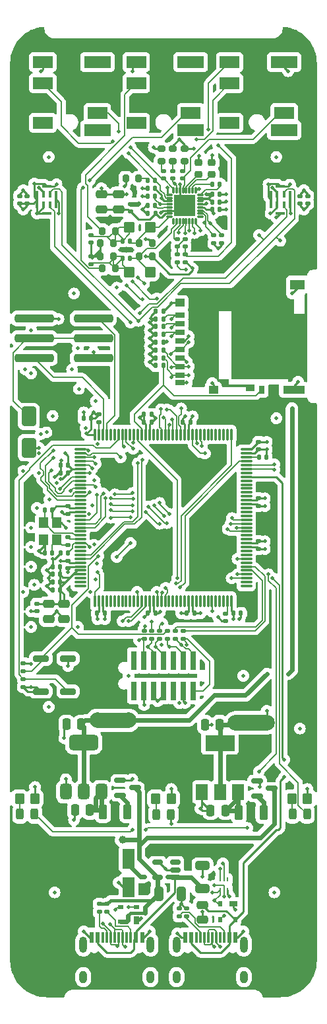
<source format=gbr>
%TF.GenerationSoftware,KiCad,Pcbnew,8.0.1*%
%TF.CreationDate,2024-03-17T12:11:07+01:00*%
%TF.ProjectId,KLST_CATERPILLAR,4b4c5354-5f43-4415-9445-5250494c4c41,rev?*%
%TF.SameCoordinates,Original*%
%TF.FileFunction,Copper,L1,Top*%
%TF.FilePolarity,Positive*%
%FSLAX46Y46*%
G04 Gerber Fmt 4.6, Leading zero omitted, Abs format (unit mm)*
G04 Created by KiCad (PCBNEW 8.0.1) date 2024-03-17 12:11:07*
%MOMM*%
%LPD*%
G01*
G04 APERTURE LIST*
G04 Aperture macros list*
%AMRoundRect*
0 Rectangle with rounded corners*
0 $1 Rounding radius*
0 $2 $3 $4 $5 $6 $7 $8 $9 X,Y pos of 4 corners*
0 Add a 4 corners polygon primitive as box body*
4,1,4,$2,$3,$4,$5,$6,$7,$8,$9,$2,$3,0*
0 Add four circle primitives for the rounded corners*
1,1,$1+$1,$2,$3*
1,1,$1+$1,$4,$5*
1,1,$1+$1,$6,$7*
1,1,$1+$1,$8,$9*
0 Add four rect primitives between the rounded corners*
20,1,$1+$1,$2,$3,$4,$5,0*
20,1,$1+$1,$4,$5,$6,$7,0*
20,1,$1+$1,$6,$7,$8,$9,0*
20,1,$1+$1,$8,$9,$2,$3,0*%
G04 Aperture macros list end*
%TA.AperFunction,EtchedComponent*%
%ADD10C,0.000000*%
%TD*%
%TA.AperFunction,SMDPad,CuDef*%
%ADD11RoundRect,0.135000X0.185000X-0.135000X0.185000X0.135000X-0.185000X0.135000X-0.185000X-0.135000X0*%
%TD*%
%TA.AperFunction,SMDPad,CuDef*%
%ADD12RoundRect,0.140000X0.170000X-0.140000X0.170000X0.140000X-0.170000X0.140000X-0.170000X-0.140000X0*%
%TD*%
%TA.AperFunction,SMDPad,CuDef*%
%ADD13RoundRect,0.140000X-0.140000X-0.170000X0.140000X-0.170000X0.140000X0.170000X-0.140000X0.170000X0*%
%TD*%
%TA.AperFunction,SMDPad,CuDef*%
%ADD14RoundRect,0.250000X0.475000X-0.250000X0.475000X0.250000X-0.475000X0.250000X-0.475000X-0.250000X0*%
%TD*%
%TA.AperFunction,SMDPad,CuDef*%
%ADD15RoundRect,0.140000X-0.170000X0.140000X-0.170000X-0.140000X0.170000X-0.140000X0.170000X0.140000X0*%
%TD*%
%TA.AperFunction,SMDPad,CuDef*%
%ADD16RoundRect,0.140000X0.140000X0.170000X-0.140000X0.170000X-0.140000X-0.170000X0.140000X-0.170000X0*%
%TD*%
%TA.AperFunction,SMDPad,CuDef*%
%ADD17RoundRect,0.250000X0.250000X0.475000X-0.250000X0.475000X-0.250000X-0.475000X0.250000X-0.475000X0*%
%TD*%
%TA.AperFunction,SMDPad,CuDef*%
%ADD18RoundRect,0.250000X-0.450000X-0.425000X0.450000X-0.425000X0.450000X0.425000X-0.450000X0.425000X0*%
%TD*%
%TA.AperFunction,SMDPad,CuDef*%
%ADD19RoundRect,0.250000X-0.275000X-0.700000X0.275000X-0.700000X0.275000X0.700000X-0.275000X0.700000X0*%
%TD*%
%TA.AperFunction,SMDPad,CuDef*%
%ADD20RoundRect,0.200000X0.275000X-0.200000X0.275000X0.200000X-0.275000X0.200000X-0.275000X-0.200000X0*%
%TD*%
%TA.AperFunction,SMDPad,CuDef*%
%ADD21R,0.250000X0.600000*%
%TD*%
%TA.AperFunction,SMDPad,CuDef*%
%ADD22RoundRect,0.225000X0.250000X-0.225000X0.250000X0.225000X-0.250000X0.225000X-0.250000X-0.225000X0*%
%TD*%
%TA.AperFunction,SMDPad,CuDef*%
%ADD23RoundRect,0.150000X-0.587500X-0.150000X0.587500X-0.150000X0.587500X0.150000X-0.587500X0.150000X0*%
%TD*%
%TA.AperFunction,SMDPad,CuDef*%
%ADD24RoundRect,0.250000X0.350000X0.450000X-0.350000X0.450000X-0.350000X-0.450000X0.350000X-0.450000X0*%
%TD*%
%TA.AperFunction,SMDPad,CuDef*%
%ADD25RoundRect,0.200000X0.800000X-0.200000X0.800000X0.200000X-0.800000X0.200000X-0.800000X-0.200000X0*%
%TD*%
%TA.AperFunction,SMDPad,CuDef*%
%ADD26RoundRect,0.243750X-0.243750X-0.456250X0.243750X-0.456250X0.243750X0.456250X-0.243750X0.456250X0*%
%TD*%
%TA.AperFunction,SMDPad,CuDef*%
%ADD27RoundRect,0.135000X-0.185000X0.135000X-0.185000X-0.135000X0.185000X-0.135000X0.185000X0.135000X0*%
%TD*%
%TA.AperFunction,SMDPad,CuDef*%
%ADD28RoundRect,0.255000X2.245000X0.255000X-2.245000X0.255000X-2.245000X-0.255000X2.245000X-0.255000X0*%
%TD*%
%TA.AperFunction,SMDPad,CuDef*%
%ADD29RoundRect,0.250000X-0.325000X-0.650000X0.325000X-0.650000X0.325000X0.650000X-0.325000X0.650000X0*%
%TD*%
%TA.AperFunction,SMDPad,CuDef*%
%ADD30RoundRect,0.006600X0.358400X0.103400X-0.358400X0.103400X-0.358400X-0.103400X0.358400X-0.103400X0*%
%TD*%
%TA.AperFunction,SMDPad,CuDef*%
%ADD31RoundRect,0.006600X-0.103400X0.358400X-0.103400X-0.358400X0.103400X-0.358400X0.103400X0.358400X0*%
%TD*%
%TA.AperFunction,SMDPad,CuDef*%
%ADD32R,2.700000X2.700000*%
%TD*%
%TA.AperFunction,SMDPad,CuDef*%
%ADD33R,0.406400X0.939800*%
%TD*%
%TA.AperFunction,SMDPad,CuDef*%
%ADD34R,0.355600X2.311400*%
%TD*%
%TA.AperFunction,SMDPad,CuDef*%
%ADD35R,1.295400X0.355600*%
%TD*%
%TA.AperFunction,SMDPad,CuDef*%
%ADD36RoundRect,0.200000X0.200000X0.275000X-0.200000X0.275000X-0.200000X-0.275000X0.200000X-0.275000X0*%
%TD*%
%TA.AperFunction,SMDPad,CuDef*%
%ADD37R,2.500000X1.500000*%
%TD*%
%TA.AperFunction,SMDPad,CuDef*%
%ADD38R,3.400000X1.500000*%
%TD*%
%TA.AperFunction,SMDPad,CuDef*%
%ADD39RoundRect,0.135000X-0.135000X-0.185000X0.135000X-0.185000X0.135000X0.185000X-0.135000X0.185000X0*%
%TD*%
%TA.AperFunction,SMDPad,CuDef*%
%ADD40RoundRect,0.075000X-0.662500X-0.075000X0.662500X-0.075000X0.662500X0.075000X-0.662500X0.075000X0*%
%TD*%
%TA.AperFunction,SMDPad,CuDef*%
%ADD41RoundRect,0.075000X-0.075000X-0.662500X0.075000X-0.662500X0.075000X0.662500X-0.075000X0.662500X0*%
%TD*%
%TA.AperFunction,SMDPad,CuDef*%
%ADD42RoundRect,0.200000X-0.200000X-0.275000X0.200000X-0.275000X0.200000X0.275000X-0.200000X0.275000X0*%
%TD*%
%TA.AperFunction,SMDPad,CuDef*%
%ADD43C,2.000000*%
%TD*%
%TA.AperFunction,SMDPad,CuDef*%
%ADD44R,1.200000X0.700000*%
%TD*%
%TA.AperFunction,SMDPad,CuDef*%
%ADD45R,0.800000X1.000000*%
%TD*%
%TA.AperFunction,SMDPad,CuDef*%
%ADD46R,1.200000X1.000000*%
%TD*%
%TA.AperFunction,SMDPad,CuDef*%
%ADD47R,2.800000X1.000000*%
%TD*%
%TA.AperFunction,SMDPad,CuDef*%
%ADD48R,1.900000X1.300000*%
%TD*%
%TA.AperFunction,SMDPad,CuDef*%
%ADD49R,0.600000X1.450000*%
%TD*%
%TA.AperFunction,SMDPad,CuDef*%
%ADD50R,0.300000X1.450000*%
%TD*%
%TA.AperFunction,ComponentPad*%
%ADD51O,1.000000X2.100000*%
%TD*%
%TA.AperFunction,ComponentPad*%
%ADD52O,1.000000X1.600000*%
%TD*%
%TA.AperFunction,SMDPad,CuDef*%
%ADD53RoundRect,0.250000X-0.475000X0.250000X-0.475000X-0.250000X0.475000X-0.250000X0.475000X0.250000X0*%
%TD*%
%TA.AperFunction,SMDPad,CuDef*%
%ADD54RoundRect,0.147500X0.172500X-0.147500X0.172500X0.147500X-0.172500X0.147500X-0.172500X-0.147500X0*%
%TD*%
%TA.AperFunction,SMDPad,CuDef*%
%ADD55RoundRect,0.135000X0.135000X0.185000X-0.135000X0.185000X-0.135000X-0.185000X0.135000X-0.185000X0*%
%TD*%
%TA.AperFunction,SMDPad,CuDef*%
%ADD56RoundRect,0.147500X-0.172500X0.147500X-0.172500X-0.147500X0.172500X-0.147500X0.172500X0.147500X0*%
%TD*%
%TA.AperFunction,SMDPad,CuDef*%
%ADD57RoundRect,0.250000X-0.650000X1.000000X-0.650000X-1.000000X0.650000X-1.000000X0.650000X1.000000X0*%
%TD*%
%TA.AperFunction,SMDPad,CuDef*%
%ADD58RoundRect,0.250000X-0.550000X1.050000X-0.550000X-1.050000X0.550000X-1.050000X0.550000X1.050000X0*%
%TD*%
%TA.AperFunction,SMDPad,CuDef*%
%ADD59R,0.700000X1.000000*%
%TD*%
%TA.AperFunction,SMDPad,CuDef*%
%ADD60R,0.700000X0.600000*%
%TD*%
%TA.AperFunction,SMDPad,CuDef*%
%ADD61R,1.000000X0.700000*%
%TD*%
%TA.AperFunction,SMDPad,CuDef*%
%ADD62R,0.600000X0.700000*%
%TD*%
%TA.AperFunction,SMDPad,CuDef*%
%ADD63R,0.740000X2.400000*%
%TD*%
%TA.AperFunction,SMDPad,CuDef*%
%ADD64R,1.500000X2.000000*%
%TD*%
%TA.AperFunction,SMDPad,CuDef*%
%ADD65R,3.800000X2.000000*%
%TD*%
%TA.AperFunction,SMDPad,CuDef*%
%ADD66R,1.200000X1.400000*%
%TD*%
%TA.AperFunction,SMDPad,CuDef*%
%ADD67RoundRect,0.150000X0.512500X0.150000X-0.512500X0.150000X-0.512500X-0.150000X0.512500X-0.150000X0*%
%TD*%
%TA.AperFunction,SMDPad,CuDef*%
%ADD68RoundRect,0.375000X0.375000X-0.625000X0.375000X0.625000X-0.375000X0.625000X-0.375000X-0.625000X0*%
%TD*%
%TA.AperFunction,SMDPad,CuDef*%
%ADD69RoundRect,0.500000X1.400000X-0.500000X1.400000X0.500000X-1.400000X0.500000X-1.400000X-0.500000X0*%
%TD*%
%TA.AperFunction,SMDPad,CuDef*%
%ADD70RoundRect,0.250000X0.650000X-0.325000X0.650000X0.325000X-0.650000X0.325000X-0.650000X-0.325000X0*%
%TD*%
%TA.AperFunction,ViaPad*%
%ADD71C,0.500000*%
%TD*%
%TA.AperFunction,ViaPad*%
%ADD72C,1.000000*%
%TD*%
%TA.AperFunction,Conductor*%
%ADD73C,0.150000*%
%TD*%
%TA.AperFunction,Conductor*%
%ADD74C,0.250000*%
%TD*%
%TA.AperFunction,Conductor*%
%ADD75C,0.600000*%
%TD*%
%TA.AperFunction,Conductor*%
%ADD76C,0.400000*%
%TD*%
%TA.AperFunction,Conductor*%
%ADD77C,0.200000*%
%TD*%
G04 APERTURE END LIST*
D10*
%TA.AperFunction,EtchedComponent*%
%TO.C,NT2*%
G36*
X65500000Y-140205551D02*
G01*
X61500000Y-140205551D01*
X61500000Y-138205551D01*
X65500000Y-138205551D01*
X65500000Y-140205551D01*
G37*
%TD.AperFunction*%
%TA.AperFunction,EtchedComponent*%
%TO.C,NT1*%
G36*
X83250000Y-140500000D02*
G01*
X79250000Y-140500000D01*
X79250000Y-138500000D01*
X83250000Y-138500000D01*
X83250000Y-140500000D01*
G37*
%TD.AperFunction*%
%TD*%
D11*
%TO.P,R75,1*%
%TO.N,/audio_codec/MIC_BIAS*%
X71750000Y-80510000D03*
%TO.P,R75,2*%
%TO.N,Net-(C61-Pad1)*%
X71750000Y-79490000D03*
%TD*%
D12*
%TO.P,C80,1*%
%TO.N,/audio_codec/HEADPHONE_LEFT*%
X72457345Y-69740000D03*
%TO.P,C80,2*%
%TO.N,Net-(C80-Pad2)*%
X72457345Y-68780000D03*
%TD*%
D13*
%TO.P,C86,1*%
%TO.N,+1.8V*%
X76227345Y-71760000D03*
%TO.P,C86,2*%
%TO.N,GND*%
X77187345Y-71760000D03*
%TD*%
D14*
%TO.P,C71,1*%
%TO.N,+1.8VA*%
X62000000Y-73700000D03*
%TO.P,C71,2*%
%TO.N,GND*%
X62000000Y-71800000D03*
%TD*%
D15*
%TO.P,C28,1*%
%TO.N,+3.3V*%
X82212587Y-110750000D03*
%TO.P,C28,2*%
%TO.N,GND*%
X82212587Y-111710000D03*
%TD*%
D16*
%TO.P,C13,1*%
%TO.N,Net-(C13-Pad1)*%
X55692587Y-117750000D03*
%TO.P,C13,2*%
%TO.N,GND*%
X54732587Y-117750000D03*
%TD*%
D17*
%TO.P,C1,1*%
%TO.N,/power/(PWR_5V_TO_3.3V)*%
X77950000Y-150750000D03*
%TO.P,C1,2*%
%TO.N,GND*%
X76050000Y-150750000D03*
%TD*%
D18*
%TO.P,C66,1*%
%TO.N,Net-(C60-Pad2)*%
X65607345Y-76010000D03*
%TO.P,C66,2*%
%TO.N,/audio_codec/LINE_IN_RIGHT*%
X68307345Y-76010000D03*
%TD*%
D11*
%TO.P,R4,1*%
%TO.N,+3.3V*%
X77464690Y-78070000D03*
%TO.P,R4,2*%
%TO.N,_AUDIO_CODEC_I2C_SDA*%
X77464690Y-77050000D03*
%TD*%
D16*
%TO.P,C17,1*%
%TO.N,+3.3V*%
X57712587Y-106500000D03*
%TO.P,C17,2*%
%TO.N,GND*%
X56752587Y-106500000D03*
%TD*%
D13*
%TO.P,C26,1*%
%TO.N,+3.3V*%
X67482587Y-100000000D03*
%TO.P,C26,2*%
%TO.N,GND*%
X68442587Y-100000000D03*
%TD*%
D19*
%TO.P,FB4,1*%
%TO.N,/power/(PWR_5V_TO_1.8V)*%
X62225000Y-150955551D03*
%TO.P,FB4,2*%
%TO.N,Net-(Q4-S)*%
X65375000Y-150955551D03*
%TD*%
D20*
%TO.P,R83,1*%
%TO.N,Net-(C80-Pad2)*%
X72707345Y-67585000D03*
%TO.P,R83,2*%
%TO.N,GND*%
X72707345Y-65935000D03*
%TD*%
D13*
%TO.P,C18,1*%
%TO.N,+3.3V*%
X78982587Y-125500000D03*
%TO.P,C18,2*%
%TO.N,GND*%
X79942587Y-125500000D03*
%TD*%
D16*
%TO.P,C12,1*%
%TO.N,+3.3VA*%
X56692587Y-120500000D03*
%TO.P,C12,2*%
%TO.N,GND*%
X55732587Y-120500000D03*
%TD*%
%TO.P,C25,1*%
%TO.N,NRST*%
X57729999Y-117750000D03*
%TO.P,C25,2*%
%TO.N,GND*%
X56769999Y-117750000D03*
%TD*%
D15*
%TO.P,C81,1*%
%TO.N,+3.3V*%
X52500000Y-72020001D03*
%TO.P,C81,2*%
%TO.N,GND*%
X52500000Y-72980001D03*
%TD*%
D21*
%TO.P,U7,1,D+_in*%
%TO.N,/USB/USB_CONNECTOR_PLUS*%
X77250000Y-160900000D03*
%TO.P,U7,2,D-_in*%
%TO.N,/USB/USB_CONNECTOR_MINUS*%
X77750000Y-160900000D03*
%TO.P,U7,3,GND*%
%TO.N,GND*%
X78250000Y-160900000D03*
%TO.P,U7,4,NC*%
%TO.N,unconnected-(U7-NC-Pad4)*%
X78250000Y-159600000D03*
%TO.P,U7,5,D-_out*%
%TO.N,_USB_DEVICE_HOST_N*%
X77750000Y-159600000D03*
%TO.P,U7,6,D+_out*%
%TO.N,_USB_DEVICE_HOST_P*%
X77250000Y-159600000D03*
%TD*%
D22*
%TO.P,C67,1*%
%TO.N,Net-(U13-CPVOUTN)*%
X74457345Y-69285000D03*
%TO.P,C67,2*%
%TO.N,GND*%
X74457345Y-67735000D03*
%TD*%
D16*
%TO.P,C70,1*%
%TO.N,Net-(U13-CPCA)*%
X77187345Y-70510000D03*
%TO.P,C70,2*%
%TO.N,Net-(U13-CPCB)*%
X76227345Y-70510000D03*
%TD*%
D23*
%TO.P,Q1,1,G*%
%TO.N,GND*%
X82012500Y-146987500D03*
%TO.P,Q1,2,S*%
%TO.N,Net-(Q1-S)*%
X82012500Y-148887500D03*
%TO.P,Q1,3,D*%
%TO.N,+5V*%
X83887500Y-147937500D03*
%TD*%
D11*
%TO.P,R11,1*%
%TO.N,GND*%
X52000000Y-134910000D03*
%TO.P,R11,2*%
%TO.N,BOOT0*%
X52000000Y-133890000D03*
%TD*%
D16*
%TO.P,C10,1*%
%TO.N,+3.3VA*%
X56692587Y-119500000D03*
%TO.P,C10,2*%
%TO.N,GND*%
X55732587Y-119500000D03*
%TD*%
D22*
%TO.P,C68,1*%
%TO.N,Net-(U13-CPVOUTP)*%
X76207345Y-69285000D03*
%TO.P,C68,2*%
%TO.N,GND*%
X76207345Y-67735000D03*
%TD*%
D24*
%TO.P,R8,1*%
%TO.N,GND*%
X71000000Y-149250000D03*
%TO.P,R8,2*%
%TO.N,/core/(PWR_LED)*%
X69000000Y-149250000D03*
%TD*%
D25*
%TO.P,SW1,1,1*%
%TO.N,GND*%
X54250000Y-135500000D03*
%TO.P,SW1,2,2*%
%TO.N,NRST*%
X54250000Y-131300000D03*
%TD*%
D26*
%TO.P,D1,1,K*%
%TO.N,Net-(D1-K)*%
X86563316Y-151230950D03*
%TO.P,D1,2,A*%
%TO.N,_LED_00*%
X88438316Y-151230950D03*
%TD*%
%TO.P,D2,1,K*%
%TO.N,Net-(D2-K)*%
X51561823Y-151242050D03*
%TO.P,D2,2,A*%
%TO.N,_LED_01*%
X53436823Y-151242050D03*
%TD*%
D27*
%TO.P,R43,1*%
%TO.N,GND*%
X73000000Y-163300000D03*
%TO.P,R43,2*%
%TO.N,Net-(J9-CC1)*%
X73000000Y-164320000D03*
%TD*%
D12*
%TO.P,C60,1*%
%TO.N,GND*%
X60707345Y-77990000D03*
%TO.P,C60,2*%
%TO.N,Net-(C60-Pad2)*%
X60707345Y-77030000D03*
%TD*%
D28*
%TO.P,J5,1,Pin_1*%
%TO.N,GND*%
X61003371Y-92790000D03*
%TO.P,J5,2,Pin_2*%
%TO.N,_IDC_SERIAL_00_TX*%
X53403371Y-92790000D03*
%TO.P,J5,3,Pin_3*%
%TO.N,Net-(D9-K)*%
X61003371Y-90250000D03*
%TO.P,J5,4,Pin_4*%
X53403371Y-90250000D03*
%TO.P,J5,5,Pin_5*%
%TO.N,_IDC_SERIAL_00_RX*%
X61003371Y-87710000D03*
%TO.P,J5,6,Pin_6*%
%TO.N,GND*%
X53403371Y-87710000D03*
%TD*%
D29*
%TO.P,C47,1*%
%TO.N,+5V*%
X69362500Y-161410000D03*
%TO.P,C47,2*%
%TO.N,GND*%
X72312500Y-161410000D03*
%TD*%
D30*
%TO.P,U13,1,GPIO1/IRQ*%
%TO.N,unconnected-(U13-GPIO1{slash}IRQ-Pad1)*%
X74697345Y-74660000D03*
%TO.P,U13,2,SCLK*%
%TO.N,_AUDIO_CODEC_I2C_SCL*%
X74697345Y-74260000D03*
%TO.P,U13,3,SDA*%
%TO.N,_AUDIO_CODEC_I2C_SDA*%
X74697345Y-73860000D03*
%TO.P,U13,4,DBVDD*%
%TO.N,+3.3V*%
X74697345Y-73460000D03*
%TO.P,U13,5,DGND*%
%TO.N,GND*%
X74697345Y-73060000D03*
%TO.P,U13,6,DCVDD*%
%TO.N,+1.8V*%
X74697345Y-72660000D03*
%TO.P,U13,7,CPVDD*%
X74697345Y-72260000D03*
%TO.P,U13,8,CPCA*%
%TO.N,Net-(U13-CPCA)*%
X74697345Y-71860000D03*
D31*
%TO.P,U13,9,CPGND*%
%TO.N,GND*%
X74107345Y-71270000D03*
%TO.P,U13,10,CPCB*%
%TO.N,Net-(U13-CPCB)*%
X73707345Y-71270000D03*
%TO.P,U13,11,CPVOUTP*%
%TO.N,Net-(U13-CPVOUTP)*%
X73307345Y-71270000D03*
%TO.P,U13,12,CPVOUTN*%
%TO.N,Net-(U13-CPVOUTN)*%
X72907345Y-71270000D03*
%TO.P,U13,13,HPOUTL*%
%TO.N,/audio_codec/HEADPHONE_LEFT*%
X72507345Y-71270000D03*
%TO.P,U13,14,HPOUTFB*%
%TO.N,GND*%
X72107345Y-71270000D03*
%TO.P,U13,15,HPOUTR*%
%TO.N,/audio_codec/HEADPHONE_RIGHT*%
X71707345Y-71270000D03*
%TO.P,U13,16,LINEOUTL*%
%TO.N,/audio_codec/LINE_OUT_LEFT*%
X71307345Y-71270000D03*
D30*
%TO.P,U13,17,LINEOUTFB*%
%TO.N,GND*%
X70717345Y-71860000D03*
%TO.P,U13,18,LINEOUTR*%
%TO.N,/audio_codec/LINE_OUT_RIGHT*%
X70717345Y-72260000D03*
%TO.P,U13,19,MICVDD*%
%TO.N,+3.3V*%
X70717345Y-72660000D03*
%TO.P,U13,20,MICBIAS*%
%TO.N,/audio_codec/MIC_BIAS*%
X70717345Y-73060000D03*
%TO.P,U13,21,VMIDC*%
%TO.N,Net-(U13-VMIDC)*%
X70717345Y-73460000D03*
%TO.P,U13,22,AGND*%
%TO.N,GND*%
X70717345Y-73860000D03*
%TO.P,U13,23,AVDD*%
%TO.N,+1.8VA*%
X70717345Y-74260000D03*
%TO.P,U13,24,IN2R*%
%TO.N,/audio_codec/LINE_IN_RIGHT*%
X70717345Y-74660000D03*
D31*
%TO.P,U13,25,IN1R/DMICDAT2*%
%TO.N,unconnected-(U13-IN1R{slash}DMICDAT2-Pad25)*%
X71307345Y-75250000D03*
%TO.P,U13,26,IN2L*%
%TO.N,/audio_codec/LINE_IN_LEFT*%
X71707345Y-75250000D03*
%TO.P,U13,27,IN1L/DMICDAT1*%
%TO.N,/audio_codec/MIC_IN_LEFT*%
X72107345Y-75250000D03*
%TO.P,U13,28,MCLK*%
%TO.N,_AUDIO_CODEC_SAI_MCLK*%
X72507345Y-75250000D03*
%TO.P,U13,29,BCLK/GPIO4*%
%TO.N,_AUDIO_CODEC_SAI_SCK*%
X72907345Y-75250000D03*
%TO.P,U13,30,LRCLK*%
%TO.N,_AUDIO_CODEC_SAI_FS*%
X73307345Y-75250000D03*
%TO.P,U13,31,ADCDAT*%
%TO.N,_AUDIO_CODEC_SAI_SD_IN*%
X73707345Y-75250000D03*
%TO.P,U13,32,DACDAT*%
%TO.N,_AUDIO_CODEC_SAI_SD_OUT*%
X74107345Y-75250000D03*
D32*
%TO.P,U13,33,GND_PADDLE*%
%TO.N,GND*%
X72707345Y-73260000D03*
%TD*%
D13*
%TO.P,C64,1*%
%TO.N,Net-(C57-Pad2)*%
X64727345Y-80010000D03*
%TO.P,C64,2*%
%TO.N,/audio_codec/LINE_IN_LEFT*%
X65687345Y-80010000D03*
%TD*%
%TO.P,C27,1*%
%TO.N,/core/_VCAP_2*%
X82232587Y-105500000D03*
%TO.P,C27,2*%
%TO.N,GND*%
X83192587Y-105500000D03*
%TD*%
D33*
%TO.P,U11,1,VDD*%
%TO.N,+3.3V*%
X54550001Y-71825001D03*
%TO.P,U11,2,LR*%
%TO.N,GND*%
X54550001Y-73175001D03*
%TO.P,U11,3,CLK*%
%TO.N,_AUDIO_MIC_CLK*%
X55449999Y-73175001D03*
%TO.P,U11,4,DOUT*%
%TO.N,_AUDIO_MIC_DATA*%
X55449999Y-71825001D03*
D34*
%TO.P,U11,5,GND*%
%TO.N,GND*%
X53775000Y-72500001D03*
D35*
X55000000Y-70775001D03*
X55000000Y-74225001D03*
D34*
X56225000Y-72500001D03*
%TD*%
D16*
%TO.P,C14,1*%
%TO.N,+3.3V*%
X68942587Y-125500000D03*
%TO.P,C14,2*%
%TO.N,GND*%
X67982587Y-125500000D03*
%TD*%
D33*
%TO.P,U10,1,VDD*%
%TO.N,+3.3V*%
X84550001Y-71825000D03*
%TO.P,U10,2,LR*%
X84550001Y-73175000D03*
%TO.P,U10,3,CLK*%
%TO.N,_AUDIO_MIC_CLK*%
X85449999Y-73175000D03*
%TO.P,U10,4,DOUT*%
%TO.N,_AUDIO_MIC_DATA*%
X85449999Y-71825000D03*
D34*
%TO.P,U10,5,GND*%
%TO.N,GND*%
X83775000Y-72500000D03*
D35*
X85000000Y-70775000D03*
X85000000Y-74225000D03*
D34*
X86225000Y-72500000D03*
%TD*%
D15*
%TO.P,C50,1*%
%TO.N,+3.3V*%
X87500000Y-72019883D03*
%TO.P,C50,2*%
%TO.N,GND*%
X87500000Y-72979883D03*
%TD*%
D36*
%TO.P,R80,1*%
%TO.N,Net-(C77-Pad2)*%
X66782345Y-69760000D03*
%TO.P,R80,2*%
%TO.N,GND*%
X65132345Y-69760000D03*
%TD*%
D11*
%TO.P,R3,1*%
%TO.N,+3.3V*%
X76464690Y-78070000D03*
%TO.P,R3,2*%
%TO.N,_AUDIO_CODEC_I2C_SCL*%
X76464690Y-77050000D03*
%TD*%
%TO.P,R58,1*%
%TO.N,/programmer/SERIAL_RX*%
X72500000Y-128740676D03*
%TO.P,R58,2*%
%TO.N,_SERIAL_DEBUG_RX*%
X72500000Y-127720676D03*
%TD*%
%TO.P,R55,1*%
%TO.N,/programmer/SWD_CLK*%
X68500000Y-128740676D03*
%TO.P,R55,2*%
%TO.N,_SWD_CLK*%
X68500000Y-127720676D03*
%TD*%
D37*
%TO.P,J19,R1*%
%TO.N,/audio_codec/LINE_OUT_RIGHT*%
X54500000Y-57550000D03*
%TO.P,J19,R1N*%
%TO.N,unconnected-(J19-PadR1N)*%
X54500000Y-62650000D03*
D38*
%TO.P,J19,R2*%
%TO.N,unconnected-(J19-PadR2)*%
X61500000Y-54850000D03*
D37*
%TO.P,J19,S*%
%TO.N,GND*%
X54500000Y-54850000D03*
%TO.P,J19,T*%
%TO.N,/audio_codec/LINE_OUT_LEFT*%
X61500000Y-61350000D03*
D38*
%TO.P,J19,TN*%
%TO.N,unconnected-(J19-PadTN)*%
X61500000Y-63550000D03*
%TD*%
D16*
%TO.P,C87,1*%
%TO.N,+3.3V*%
X68937345Y-71010000D03*
%TO.P,C87,2*%
%TO.N,GND*%
X67977345Y-71010000D03*
%TD*%
D39*
%TO.P,R17,1*%
%TO.N,+3.3V*%
X68990000Y-87750000D03*
%TO.P,R17,2*%
%TO.N,_CARD_SDMMC_D2*%
X70010000Y-87750000D03*
%TD*%
D40*
%TO.P,U2,1,PE2*%
%TO.N,SPI_USR_SCK*%
X59300087Y-104500000D03*
%TO.P,U2,2,PE3*%
%TO.N,_AUDIO_CODEC_SAI_SD_OUT*%
X59300087Y-105000000D03*
%TO.P,U2,3,PE4*%
%TO.N,SPI_USR_CS*%
X59300087Y-105500000D03*
%TO.P,U2,4,PE5*%
%TO.N,SPI_USR_MISO*%
X59300087Y-106000000D03*
%TO.P,U2,5,PE6*%
%TO.N,SPI_USR_MOSI*%
X59300087Y-106500000D03*
%TO.P,U2,6,VBAT*%
%TO.N,+3.3V*%
X59300087Y-107000000D03*
%TO.P,U2,7,PC13*%
%TO.N,GPIO_10*%
X59300087Y-107500000D03*
%TO.P,U2,8,PC14*%
%TO.N,GPIO_09*%
X59300087Y-108000000D03*
%TO.P,U2,9,PC15*%
%TO.N,GPIO_08*%
X59300087Y-108500000D03*
%TO.P,U2,10,PF0*%
%TO.N,GPIO_03_PWM*%
X59300087Y-109000000D03*
%TO.P,U2,11,PF1*%
%TO.N,GPIO_02_PWM*%
X59300087Y-109500000D03*
%TO.P,U2,12,PF2*%
%TO.N,GPIO_01_PWM*%
X59300087Y-110000000D03*
%TO.P,U2,13,PF3*%
%TO.N,GPIO_00_PWM*%
X59300087Y-110500000D03*
%TO.P,U2,14,PF4*%
%TO.N,GPIO_07*%
X59300087Y-111000000D03*
%TO.P,U2,15,PF5*%
%TO.N,_ADC_USR*%
X59300087Y-111500000D03*
%TO.P,U2,16,VSS*%
%TO.N,GND*%
X59300087Y-112000000D03*
%TO.P,U2,17,VDD*%
%TO.N,+3.3V*%
X59300087Y-112500000D03*
%TO.P,U2,18,PF6*%
%TO.N,_EXT_MEMORY_A3*%
X59300087Y-113000000D03*
%TO.P,U2,19,PF7*%
%TO.N,_AUDIO_CODEC_SAI_MCLK*%
X59300087Y-113500000D03*
%TO.P,U2,20,PF8*%
%TO.N,_AUDIO_CODEC_SAI_SCK*%
X59300087Y-114000000D03*
%TO.P,U2,21,PF9*%
%TO.N,_AUDIO_CODEC_SAI_FS*%
X59300087Y-114500000D03*
%TO.P,U2,22,PF10*%
%TO.N,_EXT_MEMORY_CLK*%
X59300087Y-115000000D03*
%TO.P,U2,23,PH0*%
%TO.N,_RCC_OSC_IN*%
X59300087Y-115500000D03*
%TO.P,U2,24,PH1*%
%TO.N,_RCC_OSC_OUT*%
X59300087Y-116000000D03*
%TO.P,U2,25,NRST*%
%TO.N,NRST*%
X59300087Y-116500000D03*
%TO.P,U2,26,PC0*%
%TO.N,_DISPLAY_LTDC_R5*%
X59300087Y-117000000D03*
%TO.P,U2,27,PC1*%
%TO.N,_DISPLAY_LTDC_G5*%
X59300087Y-117500000D03*
%TO.P,U2,28,PC2_C*%
%TO.N,_AUDIO_MIC_CLK*%
X59300087Y-118000000D03*
%TO.P,U2,29,PC3_C*%
%TO.N,_AUDIO_MIC_DATA*%
X59300087Y-118500000D03*
%TO.P,U2,30,VDD*%
%TO.N,+3.3V*%
X59300087Y-119000000D03*
%TO.P,U2,31,VSSA*%
%TO.N,GND*%
X59300087Y-119500000D03*
%TO.P,U2,32,VREF+*%
%TO.N,+3.3VA*%
X59300087Y-120000000D03*
%TO.P,U2,33,VDDA*%
X59300087Y-120500000D03*
%TO.P,U2,34,PA0*%
%TO.N,_ENCODER_01_A*%
X59300087Y-121000000D03*
%TO.P,U2,35,PA1*%
%TO.N,_ENCODER_01_B*%
X59300087Y-121500000D03*
%TO.P,U2,36,PA2*%
%TO.N,_DISPLAY_LTDC_R1*%
X59300087Y-122000000D03*
D41*
%TO.P,U2,37,PA3*%
%TO.N,SERIAL_USR_RX*%
X61212587Y-123912500D03*
%TO.P,U2,38,VSS*%
%TO.N,GND*%
X61712587Y-123912500D03*
%TO.P,U2,39,VDD*%
%TO.N,+3.3V*%
X62212587Y-123912500D03*
%TO.P,U2,40,PA4*%
%TO.N,_DAC_USR*%
X62712587Y-123912500D03*
%TO.P,U2,41,PA5*%
%TO.N,_DISPLAY_LTDC_R4*%
X63212587Y-123912500D03*
%TO.P,U2,42,PA6*%
%TO.N,_DISPLAY_LTDC_G2*%
X63712587Y-123912500D03*
%TO.P,U2,43,PA7*%
%TO.N,_DISPLAY_LTDC_VSYNC*%
X64212587Y-123912500D03*
%TO.P,U2,44,PC4*%
%TO.N,_DISPLAY_ON_OFF*%
X64712587Y-123912500D03*
%TO.P,U2,45,PC5*%
%TO.N,_EXT_MEMORY_DQS*%
X65212587Y-123912500D03*
%TO.P,U2,46,PB0*%
%TO.N,_DISPLAY_LTDC_G1*%
X65712587Y-123912500D03*
%TO.P,U2,47,PB1*%
%TO.N,_DISPLAY_LTDC_G0*%
X66212587Y-123912500D03*
%TO.P,U2,48,PB2*%
%TO.N,_AUDIO_CODEC_SAI_SD_IN*%
X66712587Y-123912500D03*
%TO.P,U2,49,PF11*%
%TO.N,GPIO_05_ADC*%
X67212587Y-123912500D03*
%TO.P,U2,50,PF12*%
%TO.N,_BUTTON_PROGRAMMER*%
X67712587Y-123912500D03*
%TO.P,U2,51,VSS*%
%TO.N,GND*%
X68212587Y-123912500D03*
%TO.P,U2,52,VDD*%
%TO.N,+3.3V*%
X68712587Y-123912500D03*
%TO.P,U2,53,PF13*%
%TO.N,GPIO_04_ADC*%
X69212587Y-123912500D03*
%TO.P,U2,54,PF14*%
%TO.N,_AUDIO_CODEC_I2C_SCL*%
X69712587Y-123912500D03*
%TO.P,U2,55,PF15*%
%TO.N,_AUDIO_CODEC_I2C_SDA*%
X70212587Y-123912500D03*
%TO.P,U2,56,PG0*%
%TO.N,_IDC_SERIAL_01_RX*%
X70712587Y-123912500D03*
%TO.P,U2,57,PG1*%
%TO.N,_IDC_SERIAL_01_TX*%
X71212587Y-123912500D03*
%TO.P,U2,58,PE7*%
%TO.N,_EXT_MEMORY_A4*%
X71712587Y-123912500D03*
%TO.P,U2,59,PE8*%
%TO.N,_EXT_MEMORY_A5*%
X72212587Y-123912500D03*
%TO.P,U2,60,PE9*%
%TO.N,_EXT_MEMORY_A6*%
X72712587Y-123912500D03*
%TO.P,U2,61,VSS*%
%TO.N,GND*%
X73212587Y-123912500D03*
%TO.P,U2,62,VDD*%
%TO.N,+3.3V*%
X73712587Y-123912500D03*
%TO.P,U2,63,PE10*%
%TO.N,_EXT_MEMORY_A7*%
X74212587Y-123912500D03*
%TO.P,U2,64,PE11*%
%TO.N,_ENCODER_00_B*%
X74712587Y-123912500D03*
%TO.P,U2,65,PE12*%
%TO.N,_DISPLAY_LTDC_B4*%
X75212587Y-123912500D03*
%TO.P,U2,66,PE13*%
%TO.N,_DISPLAY_LTDC_DE*%
X75712587Y-123912500D03*
%TO.P,U2,67,PE14*%
%TO.N,GPIO_17*%
X76212587Y-123912500D03*
%TO.P,U2,68,PE15*%
%TO.N,_DISPLAY_LTDC_R7*%
X76712587Y-123912500D03*
%TO.P,U2,69,PB10*%
%TO.N,_DISPLAY_LTDC_G4*%
X77212587Y-123912500D03*
%TO.P,U2,70,PB11*%
%TO.N,_ENCODER_01_BUTTON*%
X77712587Y-123912500D03*
%TO.P,U2,71,VCAP*%
%TO.N,/core/_VCAP_1*%
X78212587Y-123912500D03*
%TO.P,U2,72,VDD*%
%TO.N,+3.3V*%
X78712587Y-123912500D03*
D40*
%TO.P,U2,73,PB12*%
%TO.N,_EXT_MEMORY_A0*%
X80625087Y-122000000D03*
%TO.P,U2,74,PB13*%
%TO.N,_EXT_MEMORY_A2*%
X80625087Y-121500000D03*
%TO.P,U2,75,PB14*%
%TO.N,_LED_00*%
X80625087Y-121000000D03*
%TO.P,U2,76,PB15*%
%TO.N,_LED_01*%
X80625087Y-120500000D03*
%TO.P,U2,77,PD8*%
%TO.N,_SERIAL_DEBUG_TX*%
X80625087Y-120000000D03*
%TO.P,U2,78,PD9*%
%TO.N,_SERIAL_DEBUG_RX*%
X80625087Y-119500000D03*
%TO.P,U2,79,PD10*%
%TO.N,_DISPLAY_LTDC_B3*%
X80625087Y-119000000D03*
%TO.P,U2,80,PD11*%
%TO.N,GPIO_06*%
X80625087Y-118500000D03*
%TO.P,U2,81,PD12*%
%TO.N,_EXT_MEMORY_A1*%
X80625087Y-118000000D03*
%TO.P,U2,82,PD13*%
%TO.N,_DISPLAY_TOUCH_INTERRUPT*%
X80625087Y-117500000D03*
%TO.P,U2,83,VSS*%
%TO.N,GND*%
X80625087Y-117000000D03*
%TO.P,U2,84,VDD*%
%TO.N,+3.3V*%
X80625087Y-116500000D03*
%TO.P,U2,85,PD14*%
%TO.N,_MECH_BUTTON_00*%
X80625087Y-116000000D03*
%TO.P,U2,86,PD15*%
%TO.N,_MECH_BUTTON_01*%
X80625087Y-115500000D03*
%TO.P,U2,87,PG2*%
%TO.N,GPIO_16*%
X80625087Y-115000000D03*
%TO.P,U2,88,PG3*%
%TO.N,GPIO_15*%
X80625087Y-114500000D03*
%TO.P,U2,89,PG4*%
%TO.N,GPIO_14*%
X80625087Y-114000000D03*
%TO.P,U2,90,PG5*%
%TO.N,GPIO_13*%
X80625087Y-113500000D03*
%TO.P,U2,91,PG6*%
%TO.N,_EXT_MEMORY_CHIP_SELECT*%
X80625087Y-113000000D03*
%TO.P,U2,92,PG7*%
%TO.N,_DISPLAY_LTDC_CLK*%
X80625087Y-112500000D03*
%TO.P,U2,93,PG8*%
%TO.N,_DISPLAY_LTDC_G7*%
X80625087Y-112000000D03*
%TO.P,U2,94,VSS*%
%TO.N,GND*%
X80625087Y-111500000D03*
%TO.P,U2,95,VDD33USB*%
%TO.N,+3.3V*%
X80625087Y-111000000D03*
%TO.P,U2,96,PC6*%
%TO.N,_DISPLAY_LTDC_HSYNC*%
X80625087Y-110500000D03*
%TO.P,U2,97,PC7*%
%TO.N,_DISPLAY_LTDC_G6*%
X80625087Y-110000000D03*
%TO.P,U2,98,PC8*%
%TO.N,_DISPLAY_BACKLIGHT_PWM*%
X80625087Y-109500000D03*
%TO.P,U2,99,PC9*%
%TO.N,_DISPLAY_LTDC_G3*%
X80625087Y-109000000D03*
%TO.P,U2,100,PA8*%
%TO.N,_ENCODER_00_A*%
X80625087Y-108500000D03*
%TO.P,U2,101,PA9*%
%TO.N,_USB_DEVICE_HOST_VBUS*%
X80625087Y-108000000D03*
%TO.P,U2,102,PA10*%
%TO.N,_ENCODER_00_BUTTON*%
X80625087Y-107500000D03*
%TO.P,U2,103,PA11*%
%TO.N,_USB_DEVICE_HOST_N*%
X80625087Y-107000000D03*
%TO.P,U2,104,PA12*%
%TO.N,_USB_DEVICE_HOST_P*%
X80625087Y-106500000D03*
%TO.P,U2,105,PA13(JTMS)*%
%TO.N,_SWD_IO*%
X80625087Y-106000000D03*
%TO.P,U2,106,VCAP*%
%TO.N,/core/_VCAP_2*%
X80625087Y-105500000D03*
%TO.P,U2,107,VSS*%
%TO.N,GND*%
X80625087Y-105000000D03*
%TO.P,U2,108,VDD*%
%TO.N,+3.3V*%
X80625087Y-104500000D03*
D41*
%TO.P,U2,109,PA14(JTCK)*%
%TO.N,_SWD_CLK*%
X78712587Y-102587500D03*
%TO.P,U2,110,PA15(JTDI)*%
%TO.N,_DISPLAY_LTDC_R3*%
X78212587Y-102587500D03*
%TO.P,U2,111,PC10*%
%TO.N,_DISPLAY_LTDC_R2*%
X77712587Y-102587500D03*
%TO.P,U2,112,PC11*%
%TO.N,_MIDI_ANALOG_IN*%
X77212587Y-102587500D03*
%TO.P,U2,113,PC12*%
%TO.N,_DISPLAY_LTDC_R6*%
X76712587Y-102587500D03*
%TO.P,U2,114,PD0*%
%TO.N,_DISPLAY_LTDC_B1*%
X76212587Y-102587500D03*
%TO.P,U2,115,PD1*%
%TO.N,_MIDI_ANALOG_OUT*%
X75712587Y-102587500D03*
%TO.P,U2,116,PD2*%
%TO.N,_DISPLAY_LTDC_B2*%
X75212587Y-102587500D03*
%TO.P,U2,117,PD3*%
%TO.N,GPIO_18*%
X74712587Y-102587500D03*
%TO.P,U2,118,PD4*%
%TO.N,GPIO_12*%
X74212587Y-102587500D03*
%TO.P,U2,119,PD5*%
%TO.N,SERIAL_USR_TX*%
X73712587Y-102587500D03*
%TO.P,U2,120,VSS*%
%TO.N,GND*%
X73212587Y-102587500D03*
%TO.P,U2,121,VDD*%
%TO.N,+3.3V*%
X72712587Y-102587500D03*
%TO.P,U2,122,PD6*%
%TO.N,_CARD_SDMMC_CK*%
X72212587Y-102587500D03*
%TO.P,U2,123,PD7*%
%TO.N,_CARD_SDMMC_CMD*%
X71712587Y-102587500D03*
%TO.P,U2,124,PG9*%
%TO.N,_CARD_SDMMC_D0*%
X71212587Y-102587500D03*
%TO.P,U2,125,PG10*%
%TO.N,_CARD_SDMMC_D1*%
X70712587Y-102587500D03*
%TO.P,U2,126,PG11*%
%TO.N,_CARD_SDMMC_D2*%
X70212587Y-102587500D03*
%TO.P,U2,127,PG12*%
%TO.N,_CARD_SDMMC_D3*%
X69712587Y-102587500D03*
%TO.P,U2,128,PG13*%
%TO.N,_DISPLAY_LTDC_R0*%
X69212587Y-102587500D03*
%TO.P,U2,129,PG14*%
%TO.N,_DISPLAY_LTDC_B0*%
X68712587Y-102587500D03*
%TO.P,U2,130,VSS*%
%TO.N,GND*%
X68212587Y-102587500D03*
%TO.P,U2,131,VDD*%
%TO.N,+3.3V*%
X67712587Y-102587500D03*
%TO.P,U2,132,PG15*%
%TO.N,_CARD_SDMMC_CHIP_DETECT*%
X67212587Y-102587500D03*
%TO.P,U2,133,PB3(JTDO)*%
%TO.N,_SWD_OUT*%
X66712587Y-102587500D03*
%TO.P,U2,134,PB4(NJTRST)*%
%TO.N,GPIO_11*%
X66212587Y-102587500D03*
%TO.P,U2,135,PB5*%
%TO.N,_DISPLAY_LTDC_B5*%
X65712587Y-102587500D03*
%TO.P,U2,136,PB6*%
%TO.N,I2C_USR_SCL*%
X65212587Y-102587500D03*
%TO.P,U2,137,PB7*%
%TO.N,I2C_USR_SDA*%
X64712587Y-102587500D03*
%TO.P,U2,138,BOOT0*%
%TO.N,BOOT0*%
X64212587Y-102587500D03*
%TO.P,U2,139,PB8*%
%TO.N,_DISPLAY_LTDC_B6*%
X63712587Y-102587500D03*
%TO.P,U2,140,PB9*%
%TO.N,_DISPLAY_LTDC_B7*%
X63212587Y-102587500D03*
%TO.P,U2,141,PE0*%
%TO.N,_IDC_SERIAL_00_RX*%
X62712587Y-102587500D03*
%TO.P,U2,142,PE1*%
%TO.N,_IDC_SERIAL_00_TX*%
X62212587Y-102587500D03*
%TO.P,U2,143,PDR_ON*%
%TO.N,/core/_PDR_ON*%
X61712587Y-102587500D03*
%TO.P,U2,144,VDD*%
%TO.N,+3.3V*%
X61212587Y-102587500D03*
%TD*%
D16*
%TO.P,C77,1*%
%TO.N,/audio_codec/LINE_OUT_RIGHT*%
X68937345Y-70010000D03*
%TO.P,C77,2*%
%TO.N,Net-(C77-Pad2)*%
X67977345Y-70010000D03*
%TD*%
D25*
%TO.P,SW2,1,1*%
%TO.N,BOOT0*%
X57750000Y-135500000D03*
%TO.P,SW2,2,2*%
%TO.N,+3.3V*%
X57750000Y-131300000D03*
%TD*%
D13*
%TO.P,C30,1*%
%TO.N,+3.3V*%
X69020000Y-86750000D03*
%TO.P,C30,2*%
%TO.N,GND*%
X69980000Y-86750000D03*
%TD*%
D42*
%TO.P,R73,1*%
%TO.N,/audio_codec/(LINE_IN_RIGHT)*%
X62132345Y-76510000D03*
%TO.P,R73,2*%
%TO.N,Net-(C60-Pad2)*%
X63782345Y-76510000D03*
%TD*%
D43*
%TO.P,NT2,1,1*%
%TO.N,+1.8V*%
X65500000Y-139205551D03*
%TO.P,NT2,2,2*%
%TO.N,/power/(PWR_1.8V)*%
X61500000Y-139205551D03*
%TD*%
D16*
%TO.P,C72,1*%
%TO.N,Net-(U13-VMIDC)*%
X68937345Y-73260000D03*
%TO.P,C72,2*%
%TO.N,GND*%
X67977345Y-73260000D03*
%TD*%
D11*
%TO.P,R59,1*%
%TO.N,/programmer/SERIAL_TX*%
X71500000Y-128730676D03*
%TO.P,R59,2*%
%TO.N,_SERIAL_DEBUG_TX*%
X71500000Y-127710676D03*
%TD*%
D44*
%TO.P,J1,1,DAT2*%
%TO.N,_CARD_SDMMC_D2*%
X72095000Y-87253874D03*
%TO.P,J1,2,DAT3/CD*%
%TO.N,_CARD_SDMMC_D3*%
X72095000Y-88353874D03*
%TO.P,J1,3,CMD*%
%TO.N,_CARD_SDMMC_CMD*%
X72095000Y-89453874D03*
%TO.P,J1,4,VDD*%
%TO.N,+3.3V*%
X72095000Y-90553874D03*
%TO.P,J1,5,CLK*%
%TO.N,_CARD_SDMMC_CK*%
X72095000Y-91653874D03*
%TO.P,J1,6,VSS*%
%TO.N,GND*%
X72095000Y-92753874D03*
%TO.P,J1,7,DAT0*%
%TO.N,_CARD_SDMMC_D0*%
X72095000Y-93853874D03*
%TO.P,J1,8,DAT1*%
%TO.N,_CARD_SDMMC_D1*%
X72095000Y-94953874D03*
%TO.P,J1,9,DET_B*%
%TO.N,GND*%
X72095000Y-95903874D03*
D45*
%TO.P,J1,10,DET_A*%
%TO.N,_CARD_SDMMC_CHIP_DETECT*%
X82595000Y-96853874D03*
D46*
%TO.P,J1,11,SHIELD*%
%TO.N,GND*%
X76395000Y-96853874D03*
D47*
X86745000Y-96853874D03*
D46*
X72095000Y-85703874D03*
D48*
X87195000Y-83353874D03*
%TD*%
D36*
%TO.P,R77,1*%
%TO.N,Net-(C60-Pad2)*%
X63532345Y-78010000D03*
%TO.P,R77,2*%
%TO.N,GND*%
X61882345Y-78010000D03*
%TD*%
D49*
%TO.P,J9,A1,GND*%
%TO.N,GND*%
X72750000Y-167015000D03*
%TO.P,J9,A4,VBUS*%
%TO.N,_USB_DEVICE_HOST_VBUS*%
X73550000Y-167015000D03*
D50*
%TO.P,J9,A5,CC1*%
%TO.N,Net-(J9-CC1)*%
X74750000Y-167015000D03*
%TO.P,J9,A6,D+*%
%TO.N,/USB/USB_CONNECTOR_PLUS*%
X75750000Y-167015000D03*
%TO.P,J9,A7,D-*%
%TO.N,/USB/USB_CONNECTOR_MINUS*%
X76250000Y-167015000D03*
%TO.P,J9,A8,SBU1*%
%TO.N,unconnected-(J9-SBU1-PadA8)*%
X77250000Y-167015000D03*
D49*
%TO.P,J9,A9,VBUS*%
%TO.N,_USB_DEVICE_HOST_VBUS*%
X78450000Y-167015000D03*
%TO.P,J9,A12,GND*%
%TO.N,GND*%
X79250000Y-167015000D03*
%TO.P,J9,B1,GND*%
X79250000Y-167015000D03*
%TO.P,J9,B4,VBUS*%
%TO.N,_USB_DEVICE_HOST_VBUS*%
X78450000Y-167015000D03*
D50*
%TO.P,J9,B5,CC2*%
%TO.N,Net-(J9-CC2)*%
X77750000Y-167015000D03*
%TO.P,J9,B6,D+*%
%TO.N,/USB/USB_CONNECTOR_PLUS*%
X76750000Y-167015000D03*
%TO.P,J9,B7,D-*%
%TO.N,/USB/USB_CONNECTOR_MINUS*%
X75250000Y-167015000D03*
%TO.P,J9,B8,SBU2*%
%TO.N,unconnected-(J9-SBU2-PadB8)*%
X74250000Y-167015000D03*
D49*
%TO.P,J9,B9,VBUS*%
%TO.N,_USB_DEVICE_HOST_VBUS*%
X73550000Y-167015000D03*
%TO.P,J9,B12,GND*%
%TO.N,GND*%
X72750000Y-167015000D03*
D51*
%TO.P,J9,S1,SHIELD*%
X71680000Y-167930000D03*
D52*
X71680000Y-172110000D03*
D51*
X80320000Y-167930000D03*
D52*
X80320000Y-172110000D03*
%TD*%
D17*
%TO.P,C89,1*%
%TO.N,/power/(PWR_1.8V)*%
X59450000Y-139705551D03*
%TO.P,C89,2*%
%TO.N,GND*%
X57550000Y-139705551D03*
%TD*%
D20*
%TO.P,R82,1*%
%TO.N,Net-(C79-Pad2)*%
X71207345Y-67585000D03*
%TO.P,R82,2*%
%TO.N,GND*%
X71207345Y-65935000D03*
%TD*%
D36*
%TO.P,R74,1*%
%TO.N,Net-(C57-Pad2)*%
X63532345Y-79760000D03*
%TO.P,R74,2*%
%TO.N,GND*%
X61882345Y-79760000D03*
%TD*%
D42*
%TO.P,R79,1*%
%TO.N,/audio_codec/LINE_IN_RIGHT*%
X66882345Y-78010000D03*
%TO.P,R79,2*%
%TO.N,GND*%
X68532345Y-78010000D03*
%TD*%
D27*
%TO.P,R10,1*%
%TO.N,+3.3V*%
X61712587Y-99990000D03*
%TO.P,R10,2*%
%TO.N,/core/_PDR_ON*%
X61712587Y-101010000D03*
%TD*%
D16*
%TO.P,C15,1*%
%TO.N,+3.3V*%
X73942587Y-125500000D03*
%TO.P,C15,2*%
%TO.N,GND*%
X72982587Y-125500000D03*
%TD*%
D53*
%TO.P,C3,1*%
%TO.N,+3.3VA*%
X55250000Y-124315000D03*
%TO.P,C3,2*%
%TO.N,GND*%
X55250000Y-126215000D03*
%TD*%
D13*
%TO.P,C65,1*%
%TO.N,Net-(C60-Pad2)*%
X64727345Y-77760000D03*
%TO.P,C65,2*%
%TO.N,/audio_codec/LINE_IN_RIGHT*%
X65687345Y-77760000D03*
%TD*%
D11*
%TO.P,R57,1*%
%TO.N,/programmer/SWD_OUT*%
X69500000Y-128740676D03*
%TO.P,R57,2*%
%TO.N,_SWD_OUT*%
X69500000Y-127720676D03*
%TD*%
D49*
%TO.P,J10,A1,GND*%
%TO.N,GND*%
X60750000Y-167015000D03*
%TO.P,J10,A4,VBUS*%
%TO.N,/USB/VBUS_HOST_OUT*%
X61550000Y-167015000D03*
D50*
%TO.P,J10,A5,CC1*%
%TO.N,Net-(J10-CC1)*%
X62750000Y-167015000D03*
%TO.P,J10,A6,D+*%
%TO.N,/USB/USB_CONNECTOR_PLUS*%
X63750000Y-167015000D03*
%TO.P,J10,A7,D-*%
%TO.N,/USB/USB_CONNECTOR_MINUS*%
X64250000Y-167015000D03*
%TO.P,J10,A8,SBU1*%
%TO.N,unconnected-(J10-SBU1-PadA8)*%
X65250000Y-167015000D03*
D49*
%TO.P,J10,A9,VBUS*%
%TO.N,/USB/VBUS_HOST_OUT*%
X66450000Y-167015000D03*
%TO.P,J10,A12,GND*%
%TO.N,GND*%
X67250000Y-167015000D03*
%TO.P,J10,B1,GND*%
X67250000Y-167015000D03*
%TO.P,J10,B4,VBUS*%
%TO.N,/USB/VBUS_HOST_OUT*%
X66450000Y-167015000D03*
D50*
%TO.P,J10,B5,CC2*%
%TO.N,Net-(J10-CC2)*%
X65750000Y-167015000D03*
%TO.P,J10,B6,D+*%
%TO.N,/USB/USB_CONNECTOR_PLUS*%
X64750000Y-167015000D03*
%TO.P,J10,B7,D-*%
%TO.N,/USB/USB_CONNECTOR_MINUS*%
X63250000Y-167015000D03*
%TO.P,J10,B8,SBU2*%
%TO.N,unconnected-(J10-SBU2-PadB8)*%
X62250000Y-167015000D03*
D49*
%TO.P,J10,B9,VBUS*%
%TO.N,/USB/VBUS_HOST_OUT*%
X61550000Y-167015000D03*
%TO.P,J10,B12,GND*%
%TO.N,GND*%
X60750000Y-167015000D03*
D51*
%TO.P,J10,S1,SHIELD*%
X59680000Y-167930000D03*
D52*
X59680000Y-172110000D03*
D51*
X68320000Y-167930000D03*
D52*
X68320000Y-172110000D03*
%TD*%
D17*
%TO.P,C88,1*%
%TO.N,/power/(PWR_5V_TO_1.8V)*%
X60550000Y-150705551D03*
%TO.P,C88,2*%
%TO.N,GND*%
X58650000Y-150705551D03*
%TD*%
D13*
%TO.P,C84,1*%
%TO.N,+1.8V*%
X76227345Y-72760000D03*
%TO.P,C84,2*%
%TO.N,GND*%
X77187345Y-72760000D03*
%TD*%
D16*
%TO.P,C29,1*%
%TO.N,GND*%
X69980000Y-90750000D03*
%TO.P,C29,2*%
%TO.N,+3.3V*%
X69020000Y-90750000D03*
%TD*%
D54*
%TO.P,L1,1*%
%TO.N,+3.3V*%
X53750000Y-125250000D03*
%TO.P,L1,2*%
%TO.N,+3.3VA*%
X53750000Y-124280000D03*
%TD*%
D16*
%TO.P,C7,1*%
%TO.N,+3.3VA*%
X56692587Y-122500000D03*
%TO.P,C7,2*%
%TO.N,GND*%
X55732587Y-122500000D03*
%TD*%
D55*
%TO.P,R12,1*%
%TO.N,_CARD_SDMMC_CHIP_DETECT*%
X70010000Y-93750000D03*
%TO.P,R12,2*%
%TO.N,+3.3V*%
X68990000Y-93750000D03*
%TD*%
D56*
%TO.P,L4,1*%
%TO.N,+1.8V*%
X65750000Y-73015000D03*
%TO.P,L4,2*%
%TO.N,+1.8VA*%
X65750000Y-73985000D03*
%TD*%
D15*
%TO.P,C19,1*%
%TO.N,+3.3V*%
X82212587Y-116270000D03*
%TO.P,C19,2*%
%TO.N,GND*%
X82212587Y-117230000D03*
%TD*%
D12*
%TO.P,C78,1*%
%TO.N,/audio_codec/LINE_OUT_LEFT*%
X69957345Y-69740000D03*
%TO.P,C78,2*%
%TO.N,Net-(C78-Pad2)*%
X69957345Y-68780000D03*
%TD*%
D39*
%TO.P,R14,1*%
%TO.N,+3.3V*%
X68990000Y-91750000D03*
%TO.P,R14,2*%
%TO.N,_CARD_SDMMC_D0*%
X70010000Y-91750000D03*
%TD*%
D57*
%TO.P,D9,1,K*%
%TO.N,Net-(D9-K)*%
X52704121Y-100272500D03*
%TO.P,D9,2,A*%
%TO.N,+3.3V*%
X52704121Y-104272500D03*
%TD*%
D58*
%TO.P,C49,1*%
%TO.N,/USB/VBUS_HOST_OUT*%
X65500000Y-156960000D03*
%TO.P,C49,2*%
%TO.N,GND*%
X65500000Y-160560000D03*
%TD*%
D23*
%TO.P,Q4,1,G*%
%TO.N,GND*%
X64450000Y-146905551D03*
%TO.P,Q4,2,S*%
%TO.N,Net-(Q4-S)*%
X64450000Y-148805551D03*
%TO.P,Q4,3,D*%
%TO.N,+5V*%
X66325000Y-147855551D03*
%TD*%
D16*
%TO.P,C5,1*%
%TO.N,+3.3VA*%
X56692587Y-121500000D03*
%TO.P,C5,2*%
%TO.N,GND*%
X55732587Y-121500000D03*
%TD*%
D15*
%TO.P,C82,1*%
%TO.N,+3.3V*%
X51500000Y-72020001D03*
%TO.P,C82,2*%
%TO.N,GND*%
X51500000Y-72980001D03*
%TD*%
D53*
%TO.P,C46,1*%
%TO.N,_USB_DEVICE_HOST_VBUS*%
X75000000Y-162860000D03*
%TO.P,C46,2*%
%TO.N,GND*%
X75000000Y-164760000D03*
%TD*%
D11*
%TO.P,R9,1*%
%TO.N,NRST*%
X52000000Y-132910000D03*
%TO.P,R9,2*%
%TO.N,+3.3V*%
X52000000Y-131890000D03*
%TD*%
D59*
%TO.P,D13,1,A*%
%TO.N,GND*%
X66500000Y-164810000D03*
D60*
%TO.P,D13,2,K*%
%TO.N,/USB/USB_CONNECTOR_PLUS*%
X66500000Y-163110000D03*
%TO.P,D13,3,K*%
%TO.N,/USB/USB_CONNECTOR_MINUS*%
X64500000Y-163110000D03*
%TO.P,D13,4,K*%
%TO.N,+5V*%
X64500000Y-165010000D03*
%TD*%
D42*
%TO.P,R78,1*%
%TO.N,/audio_codec/LINE_IN_LEFT*%
X66882345Y-79760000D03*
%TO.P,R78,2*%
%TO.N,GND*%
X68532345Y-79760000D03*
%TD*%
D13*
%TO.P,C83,1*%
%TO.N,+3.3V*%
X76227345Y-73740000D03*
%TO.P,C83,2*%
%TO.N,GND*%
X77187345Y-73740000D03*
%TD*%
D16*
%TO.P,C85,1*%
%TO.N,+1.8VA*%
X68957345Y-74260000D03*
%TO.P,C85,2*%
%TO.N,GND*%
X67997345Y-74260000D03*
%TD*%
D43*
%TO.P,NT1,1,1*%
%TO.N,+3.3V*%
X83250000Y-139500000D03*
%TO.P,NT1,2,2*%
%TO.N,/power/(PWR_3.3V)*%
X79250000Y-139500000D03*
%TD*%
D42*
%TO.P,R72,1*%
%TO.N,/audio_codec/(LINE_IN_LEFT)*%
X62132345Y-81260000D03*
%TO.P,R72,2*%
%TO.N,Net-(C57-Pad2)*%
X63782345Y-81260000D03*
%TD*%
D61*
%TO.P,D12,1,A*%
%TO.N,GND*%
X79000000Y-162750000D03*
D62*
%TO.P,D12,2,K*%
%TO.N,/USB/USB_CONNECTOR_PLUS*%
X77300000Y-162750000D03*
%TO.P,D12,3,K*%
%TO.N,/USB/USB_CONNECTOR_MINUS*%
X77300000Y-164750000D03*
%TO.P,D12,4,K*%
%TO.N,_USB_DEVICE_HOST_VBUS*%
X79200000Y-164750000D03*
%TD*%
D54*
%TO.P,FB2,1*%
%TO.N,/audio_codec/MIC_IN_MONO*%
X72750000Y-78485000D03*
%TO.P,FB2,2*%
%TO.N,Net-(C61-Pad1)*%
X72750000Y-77515000D03*
%TD*%
D26*
%TO.P,D3,1,K*%
%TO.N,/core/(PWR_LED)*%
X69062500Y-151250000D03*
%TO.P,D3,2,A*%
%TO.N,+3.3V*%
X70937500Y-151250000D03*
%TD*%
D63*
%TO.P,J14,1,NC*%
%TO.N,unconnected-(J14-NC-Pad1)*%
X66190000Y-135430676D03*
%TO.P,J14,2,NC*%
%TO.N,unconnected-(J14-NC-Pad2)*%
X66190000Y-131530676D03*
%TO.P,J14,3,VCC*%
%TO.N,+3.3V*%
X67460000Y-135430676D03*
%TO.P,J14,4,JTMS/SWDIO*%
%TO.N,/programmer/SWD_IO*%
X67460000Y-131530676D03*
%TO.P,J14,5,GND*%
%TO.N,GND*%
X68730000Y-135430676D03*
%TO.P,J14,6,JCLK/SWCLK*%
%TO.N,/programmer/SWD_CLK*%
X68730000Y-131530676D03*
%TO.P,J14,7,GND*%
%TO.N,GND*%
X70000000Y-135430676D03*
%TO.P,J14,8,JTDO/SWO*%
%TO.N,/programmer/SWD_OUT*%
X70000000Y-131530676D03*
%TO.P,J14,9,JRCLK/NC*%
%TO.N,unconnected-(J14-JRCLK{slash}NC-Pad9)*%
X71270000Y-135430676D03*
%TO.P,J14,10,JTDI/NC*%
%TO.N,unconnected-(J14-JTDI{slash}NC-Pad10)*%
X71270000Y-131530676D03*
%TO.P,J14,11,GNDDetect*%
%TO.N,GND*%
X72540000Y-135430676D03*
%TO.P,J14,12,~{RST}*%
%TO.N,/programmer/RST*%
X72540000Y-131530676D03*
%TO.P,J14,13,VCP_RX*%
%TO.N,/programmer/SERIAL_RX*%
X73810000Y-135430676D03*
%TO.P,J14,14,VCP_TX*%
%TO.N,/programmer/SERIAL_TX*%
X73810000Y-131530676D03*
%TD*%
D16*
%TO.P,C16,1*%
%TO.N,+3.3V*%
X57712587Y-107500000D03*
%TO.P,C16,2*%
%TO.N,GND*%
X56752587Y-107500000D03*
%TD*%
D37*
%TO.P,J17,R1*%
%TO.N,/audio_codec/(LINE_IN_RIGHT)*%
X66500000Y-57550000D03*
%TO.P,J17,R1N*%
%TO.N,unconnected-(J17-PadR1N)*%
X66500000Y-62650000D03*
D38*
%TO.P,J17,R2*%
%TO.N,unconnected-(J17-PadR2)*%
X73500000Y-54850000D03*
D37*
%TO.P,J17,S*%
%TO.N,GND*%
X66500000Y-54850000D03*
%TO.P,J17,T*%
%TO.N,/audio_codec/(LINE_IN_LEFT)*%
X73500000Y-61350000D03*
D38*
%TO.P,J17,TN*%
%TO.N,unconnected-(J17-PadTN)*%
X73500000Y-63550000D03*
%TD*%
D15*
%TO.P,C20,1*%
%TO.N,+3.3V*%
X82212587Y-103520000D03*
%TO.P,C20,2*%
%TO.N,GND*%
X82212587Y-104480000D03*
%TD*%
D37*
%TO.P,J18,R1*%
%TO.N,/audio_codec/HEADPHONE_RIGHT*%
X78500000Y-57550000D03*
%TO.P,J18,R1N*%
%TO.N,unconnected-(J18-PadR1N)*%
X78500000Y-62650000D03*
D38*
%TO.P,J18,R2*%
%TO.N,GND*%
X85500000Y-54850000D03*
D37*
%TO.P,J18,S*%
%TO.N,/audio_codec/MIC_IN_MONO*%
X78500000Y-54850000D03*
%TO.P,J18,T*%
%TO.N,/audio_codec/HEADPHONE_LEFT*%
X85500000Y-61350000D03*
D38*
%TO.P,J18,TN*%
%TO.N,unconnected-(J18-PadTN)*%
X85500000Y-63550000D03*
%TD*%
D39*
%TO.P,R15,1*%
%TO.N,+3.3V*%
X68990000Y-89750000D03*
%TO.P,R15,2*%
%TO.N,_CARD_SDMMC_CMD*%
X70010000Y-89750000D03*
%TD*%
D12*
%TO.P,C58,1*%
%TO.N,GND*%
X72750000Y-80480000D03*
%TO.P,C58,2*%
%TO.N,/audio_codec/MIC_IN_MONO*%
X72750000Y-79520000D03*
%TD*%
D24*
%TO.P,R1,1*%
%TO.N,GND*%
X88486593Y-149230950D03*
%TO.P,R1,2*%
%TO.N,Net-(D1-K)*%
X86486593Y-149230950D03*
%TD*%
D14*
%TO.P,C69,1*%
%TO.N,+1.8VA*%
X64250000Y-73700000D03*
%TO.P,C69,2*%
%TO.N,GND*%
X64250000Y-71800000D03*
%TD*%
D39*
%TO.P,R16,1*%
%TO.N,+3.3V*%
X68990000Y-88750000D03*
%TO.P,R16,2*%
%TO.N,_CARD_SDMMC_D3*%
X70010000Y-88750000D03*
%TD*%
D12*
%TO.P,C6,1*%
%TO.N,+3.3V*%
X57712587Y-112730000D03*
%TO.P,C6,2*%
%TO.N,GND*%
X57712587Y-111770000D03*
%TD*%
D64*
%TO.P,U1,1,GND*%
%TO.N,GND*%
X74950000Y-148400000D03*
%TO.P,U1,2,VO*%
%TO.N,/power/(PWR_3.3V)*%
X77250000Y-148400000D03*
D65*
X77250000Y-142100000D03*
D64*
%TO.P,U1,3,VI*%
%TO.N,/power/(PWR_5V_TO_3.3V)*%
X79550000Y-148400000D03*
%TD*%
D15*
%TO.P,C51,1*%
%TO.N,+3.3V*%
X88500000Y-72020001D03*
%TO.P,C51,2*%
%TO.N,GND*%
X88500000Y-72980001D03*
%TD*%
D11*
%TO.P,R56,1*%
%TO.N,/programmer/SWD_IO*%
X67500000Y-128740676D03*
%TO.P,R56,2*%
%TO.N,_SWD_IO*%
X67500000Y-127720676D03*
%TD*%
D24*
%TO.P,R2,1*%
%TO.N,GND*%
X53499323Y-149242050D03*
%TO.P,R2,2*%
%TO.N,Net-(D2-K)*%
X51499323Y-149242050D03*
%TD*%
D27*
%TO.P,R7,1*%
%TO.N,_RCC_OSC_OUT*%
X57712587Y-115750000D03*
%TO.P,R7,2*%
%TO.N,Net-(C13-Pad1)*%
X57712587Y-116770000D03*
%TD*%
D16*
%TO.P,C74,1*%
%TO.N,/audio_codec/MIC_BIAS*%
X68937345Y-72010000D03*
%TO.P,C74,2*%
%TO.N,GND*%
X67977345Y-72010000D03*
%TD*%
D15*
%TO.P,C57,1*%
%TO.N,GND*%
X60707345Y-79780000D03*
%TO.P,C57,2*%
%TO.N,Net-(C57-Pad2)*%
X60707345Y-80740000D03*
%TD*%
D13*
%TO.P,C21,1*%
%TO.N,+3.3V*%
X72482587Y-101000000D03*
%TO.P,C21,2*%
%TO.N,GND*%
X73442587Y-101000000D03*
%TD*%
D16*
%TO.P,C11,1*%
%TO.N,+3.3V*%
X62442587Y-125500000D03*
%TO.P,C11,2*%
%TO.N,GND*%
X61482587Y-125500000D03*
%TD*%
D66*
%TO.P,Y1,1,1*%
%TO.N,_RCC_OSC_IN*%
X54612587Y-113900000D03*
%TO.P,Y1,2,2*%
%TO.N,GND*%
X54612587Y-116100000D03*
%TO.P,Y1,3,3*%
%TO.N,Net-(C13-Pad1)*%
X56312587Y-116100000D03*
%TO.P,Y1,4,4*%
%TO.N,GND*%
X56312587Y-113900000D03*
%TD*%
D16*
%TO.P,C23,1*%
%TO.N,+3.3V*%
X60692587Y-100500000D03*
%TO.P,C23,2*%
%TO.N,GND*%
X59732587Y-100500000D03*
%TD*%
D53*
%TO.P,C4,1*%
%TO.N,+3.3VA*%
X57250000Y-124315000D03*
%TO.P,C4,2*%
%TO.N,GND*%
X57250000Y-126215000D03*
%TD*%
D11*
%TO.P,R45,1*%
%TO.N,Net-(J10-CC1)*%
X61750000Y-163760000D03*
%TO.P,R45,2*%
%TO.N,+5V*%
X61750000Y-162740000D03*
%TD*%
D20*
%TO.P,R81,1*%
%TO.N,Net-(C78-Pad2)*%
X69707345Y-67585000D03*
%TO.P,R81,2*%
%TO.N,GND*%
X69707345Y-65935000D03*
%TD*%
D67*
%TO.P,U8,1,OUT*%
%TO.N,/USB/VBUS_HOST_OUT*%
X71500000Y-159310000D03*
%TO.P,U8,2,GND*%
%TO.N,GND*%
X71500000Y-158360000D03*
%TO.P,U8,3,~{OC}*%
%TO.N,unconnected-(U8-~{OC}-Pad3)*%
X71500000Y-157410000D03*
%TO.P,U8,4,~{EN}*%
%TO.N,GND*%
X69225000Y-157410000D03*
%TO.P,U8,5,IN*%
%TO.N,+5V*%
X69225000Y-159310000D03*
%TD*%
D11*
%TO.P,R46,1*%
%TO.N,Net-(J10-CC2)*%
X62750000Y-163760000D03*
%TO.P,R46,2*%
%TO.N,+5V*%
X62750000Y-162740000D03*
%TD*%
D12*
%TO.P,C79,1*%
%TO.N,/audio_codec/HEADPHONE_RIGHT*%
X71207345Y-69740000D03*
%TO.P,C79,2*%
%TO.N,Net-(C79-Pad2)*%
X71207345Y-68780000D03*
%TD*%
D15*
%TO.P,C8,1*%
%TO.N,+3.3V*%
X57712587Y-118770000D03*
%TO.P,C8,2*%
%TO.N,GND*%
X57712587Y-119730000D03*
%TD*%
D68*
%TO.P,U14,1,GND*%
%TO.N,GND*%
X57450000Y-148355551D03*
%TO.P,U14,2,VO*%
%TO.N,/power/(PWR_1.8V)*%
X59750000Y-148355551D03*
D69*
X59750000Y-142055551D03*
D68*
%TO.P,U14,3,VI*%
%TO.N,/power/(PWR_5V_TO_1.8V)*%
X62050000Y-148355551D03*
%TD*%
D27*
%TO.P,R44,1*%
%TO.N,GND*%
X72000000Y-163300000D03*
%TO.P,R44,2*%
%TO.N,Net-(J9-CC2)*%
X72000000Y-164320000D03*
%TD*%
D16*
%TO.P,C9,1*%
%TO.N,GND*%
X55692587Y-112250000D03*
%TO.P,C9,2*%
%TO.N,_RCC_OSC_IN*%
X54732587Y-112250000D03*
%TD*%
D13*
%TO.P,C22,1*%
%TO.N,+3.3V*%
X67482587Y-101000000D03*
%TO.P,C22,2*%
%TO.N,GND*%
X68442587Y-101000000D03*
%TD*%
D12*
%TO.P,C61,1*%
%TO.N,Net-(C61-Pad1)*%
X71750000Y-78480000D03*
%TO.P,C61,2*%
%TO.N,/audio_codec/MIC_IN_LEFT*%
X71750000Y-77520000D03*
%TD*%
D70*
%TO.P,C48,1*%
%TO.N,/USB/VBUS_HOST_OUT*%
X75000000Y-160785000D03*
%TO.P,C48,2*%
%TO.N,GND*%
X75000000Y-157835000D03*
%TD*%
D39*
%TO.P,R13,1*%
%TO.N,+3.3V*%
X68990000Y-92750000D03*
%TO.P,R13,2*%
%TO.N,_CARD_SDMMC_D1*%
X70010000Y-92750000D03*
%TD*%
D18*
%TO.P,C63,1*%
%TO.N,Net-(C57-Pad2)*%
X65607345Y-81760000D03*
%TO.P,C63,2*%
%TO.N,/audio_codec/LINE_IN_LEFT*%
X68307345Y-81760000D03*
%TD*%
D15*
%TO.P,C24,1*%
%TO.N,/core/_VCAP_1*%
X77962587Y-125520000D03*
%TO.P,C24,2*%
%TO.N,GND*%
X77962587Y-126480000D03*
%TD*%
D19*
%TO.P,FB1,1*%
%TO.N,/power/(PWR_5V_TO_3.3V)*%
X79675000Y-151000000D03*
%TO.P,FB1,2*%
%TO.N,Net-(Q1-S)*%
X82825000Y-151000000D03*
%TD*%
D17*
%TO.P,C2,1*%
%TO.N,/power/(PWR_3.3V)*%
X77200000Y-139750000D03*
%TO.P,C2,2*%
%TO.N,GND*%
X75300000Y-139750000D03*
%TD*%
D11*
%TO.P,R54,1*%
%TO.N,/programmer/RST*%
X70500000Y-128740676D03*
%TO.P,R54,2*%
%TO.N,NRST*%
X70500000Y-127720676D03*
%TD*%
D71*
%TO.N,GND*%
X59750000Y-99750000D03*
X72250000Y-162750000D03*
X53000000Y-134910000D03*
X75000000Y-163755000D03*
X57250000Y-141500000D03*
X53000000Y-127250000D03*
X67750000Y-77500000D03*
X61000000Y-92000000D03*
X71000000Y-148000000D03*
X84500000Y-100500000D03*
X84500000Y-67000000D03*
X57449996Y-146750004D03*
X86257749Y-70549300D03*
X56854998Y-105871804D03*
X70250000Y-158250000D03*
X53000000Y-89250000D03*
X53750000Y-74250000D03*
X73000000Y-95903874D03*
X67750000Y-79750000D03*
X76250000Y-96000000D03*
X72148300Y-70526651D03*
X72250000Y-125500000D03*
X78500000Y-161750000D03*
X55249998Y-67000000D03*
X79750000Y-126250000D03*
X87300000Y-95797115D03*
X55823472Y-112136646D03*
X60841294Y-79904467D03*
X88486593Y-148000000D03*
X55000000Y-120000000D03*
X67250000Y-72000000D03*
X70425000Y-90670823D03*
X82325000Y-147750000D03*
X73000000Y-93250000D03*
X54249998Y-56000000D03*
X69750000Y-129500000D03*
X75000000Y-159250000D03*
X56500000Y-87750000D03*
X84500000Y-74750000D03*
X83000000Y-111750000D03*
X56000000Y-108000000D03*
X55250000Y-121000000D03*
X67093413Y-164593413D03*
X87500000Y-140250000D03*
X78000000Y-73750000D03*
X67499996Y-126000004D03*
X66000000Y-55999998D03*
X62000000Y-71000000D03*
X71750000Y-166500000D03*
X59750000Y-166250000D03*
X55750004Y-118500000D03*
X73906587Y-65906587D03*
X86000000Y-55999988D03*
X68250000Y-166250000D03*
X54000000Y-117500000D03*
X52000000Y-73750000D03*
X69250000Y-136750000D03*
X67250000Y-73750003D03*
X80250000Y-133500002D03*
X72000000Y-64750000D03*
X79250000Y-163500000D03*
X64000000Y-83750000D03*
X57712587Y-120250000D03*
X84250000Y-161250000D03*
X65250000Y-71750000D03*
X70526333Y-70973669D03*
X76250000Y-66750000D03*
X59000000Y-127250000D03*
X88000000Y-73750000D03*
X74607412Y-66832108D03*
X65000000Y-70750000D03*
X83492354Y-70502317D03*
X78000000Y-71750000D03*
X68750000Y-65750000D03*
X77000000Y-126000000D03*
X67250000Y-71010000D03*
X53416893Y-70429432D03*
X64250000Y-160000000D03*
X83250000Y-104500000D03*
X78000000Y-72750000D03*
X72707345Y-73260000D03*
X69641599Y-74147200D03*
X71000000Y-85750000D03*
X80250000Y-166250000D03*
X73708413Y-81291587D03*
X75500000Y-73000000D03*
X57500000Y-114500000D03*
X76200000Y-139750000D03*
X56250000Y-125250000D03*
X69000000Y-100500000D03*
X53500000Y-147750000D03*
X72750000Y-137000000D03*
X55753413Y-100190240D03*
X66000000Y-146750000D03*
X73750003Y-100250000D03*
X83000000Y-117250000D03*
X55250000Y-137500000D03*
X58500000Y-152000000D03*
X56000000Y-161250000D03*
X74529094Y-71094559D03*
X74750000Y-150500000D03*
X55000000Y-122000000D03*
X61500000Y-126250000D03*
X86500000Y-84500000D03*
X56500000Y-74250000D03*
X56250000Y-70500000D03*
X86337700Y-74250034D03*
X65500000Y-133500000D03*
%TO.N,NRST*%
X60500000Y-117000000D03*
X61640793Y-118140793D03*
%TO.N,/audio_codec/MIC_BIAS*%
X69612141Y-73063520D03*
X72906579Y-81406587D03*
%TO.N,/audio_codec/LINE_OUT_RIGHT*%
X65500000Y-66500000D03*
X63500000Y-65000004D03*
%TO.N,/audio_codec/LINE_OUT_LEFT*%
X64250000Y-63750000D03*
X65750000Y-65750000D03*
%TO.N,/audio_codec/HEADPHONE_RIGHT*%
X74250000Y-64750000D03*
X71410123Y-70393992D03*
%TO.N,+3.3V*%
X77000000Y-78750000D03*
X68250000Y-89250000D03*
X83000000Y-116250000D03*
X83250000Y-103500000D03*
X72750016Y-100250000D03*
X72000000Y-137000000D03*
X68250000Y-93250000D03*
X83000000Y-110750000D03*
X66907271Y-100423662D03*
X54000000Y-104285002D03*
X79000000Y-126250000D03*
X68250000Y-91250000D03*
X52000000Y-71250000D03*
X88000000Y-71250000D03*
X56750000Y-118750000D03*
X68369087Y-87694087D03*
X83957341Y-70949324D03*
X57000001Y-112500001D03*
X57750000Y-132250000D03*
X69534176Y-125284176D03*
X68250000Y-88250000D03*
X68250000Y-92250000D03*
X68250000Y-90250000D03*
X61000000Y-99750000D03*
X76456652Y-74213417D03*
X57399778Y-105004168D03*
X71000000Y-152500000D03*
X69712573Y-72268849D03*
X53000000Y-125250000D03*
X56750000Y-108250000D03*
X60130913Y-102444087D03*
X67500000Y-137250000D03*
X83750000Y-74250000D03*
X53957298Y-70949495D03*
X53000007Y-132000007D03*
X83250000Y-138000000D03*
X58500000Y-84500000D03*
X74750000Y-125500000D03*
X73250000Y-90000000D03*
X62500000Y-126250000D03*
%TO.N,_CARD_SDMMC_CK*%
X72250000Y-99250000D03*
X73250000Y-90750000D03*
X70970000Y-92302364D03*
%TO.N,_BUTTON_PROGRAMMER*%
X65500000Y-126500000D03*
X53000000Y-114500000D03*
%TO.N,/audio_codec/MIC_IN_MONO*%
X77000000Y-65500000D03*
X75750000Y-63500000D03*
%TO.N,_LED_01*%
X80750000Y-153000000D03*
X66000000Y-153250000D03*
X67750000Y-153250000D03*
X79500000Y-120500000D03*
X82250000Y-145750000D03*
X83500000Y-120500000D03*
%TO.N,_CARD_SDMMC_D0*%
X73250000Y-93853860D03*
X71000000Y-94000000D03*
X71112587Y-100656587D03*
%TO.N,_CARD_SDMMC_D1*%
X73250000Y-94999994D03*
X70721541Y-101296577D03*
X71000000Y-95250000D03*
%TO.N,_CARD_SDMMC_D2*%
X69965743Y-100358242D03*
X71000000Y-87750000D03*
%TO.N,_CARD_SDMMC_D3*%
X71000000Y-88878874D03*
X69675138Y-99337632D03*
%TO.N,_CARD_SDMMC_CMD*%
X70425000Y-99352155D03*
X71000000Y-90000000D03*
%TO.N,_LED_00*%
X84000000Y-121000000D03*
X78750000Y-121000000D03*
D72*
%TO.N,+5V*%
X64750000Y-154500000D03*
D71*
%TO.N,_USB_DEVICE_HOST_P*%
X77250000Y-158250000D03*
X84250000Y-106375000D03*
%TO.N,/USB/VBUS_HOST_OUT*%
X70500000Y-159250000D03*
X67500000Y-159250000D03*
%TO.N,/USB/USB_CONNECTOR_MINUS*%
X76554049Y-160380036D03*
X63791079Y-163500029D03*
X64079177Y-168164588D03*
X62250000Y-165250000D03*
X77750000Y-161750000D03*
X77750000Y-164250000D03*
X76500000Y-168250000D03*
%TO.N,_SWD_IO*%
X72125000Y-122188174D03*
X67585416Y-127170821D03*
%TO.N,_SWD_CLK*%
X68500003Y-126568166D03*
X71614385Y-121665058D03*
%TO.N,_SWD_OUT*%
X71750000Y-121000000D03*
X69825000Y-126782070D03*
%TO.N,/USB/USB_CONNECTOR_PLUS*%
X65063210Y-168249964D03*
X63138171Y-165357803D03*
X76550754Y-162300754D03*
X65541237Y-163110006D03*
X77250000Y-168250000D03*
X76278027Y-161258862D03*
%TO.N,_AUDIO_CODEC_I2C_SCL*%
X69857149Y-122797992D03*
X67250000Y-85250000D03*
X65250000Y-83500000D03*
X75273561Y-75428082D03*
%TO.N,_AUDIO_CODEC_I2C_SDA*%
X66000000Y-83000000D03*
X70286161Y-122230079D03*
X69125000Y-85125000D03*
X75998115Y-75469398D03*
%TO.N,_USB_DEVICE_HOST_VBUS*%
X85500000Y-146500000D03*
X85500000Y-144250000D03*
%TO.N,I2C_USR_SDA*%
X64915000Y-104143076D03*
X61250000Y-121146001D03*
%TO.N,I2C_USR_SCL*%
X66093553Y-104396221D03*
X60637587Y-122750000D03*
%TO.N,_AUDIO_MIC_CLK*%
X65740184Y-88240184D03*
X66990184Y-86990184D03*
X82250000Y-77000000D03*
X66668553Y-106279719D03*
%TO.N,_AUDIO_CODEC_SAI_SD_OUT*%
X74749996Y-76404527D03*
X64500000Y-105500000D03*
%TO.N,GPIO_11*%
X66072670Y-103624477D03*
X54250000Y-102500002D03*
%TO.N,GPIO_10*%
X60500000Y-107500000D03*
%TO.N,GPIO_09*%
X56674963Y-109575000D03*
%TO.N,GPIO_08*%
X55605805Y-107145000D03*
%TO.N,GPIO_03_PWM*%
X52250000Y-94250000D03*
X52000000Y-107250000D03*
X54000000Y-107500000D03*
X61250000Y-109250000D03*
X56250000Y-108750000D03*
%TO.N,GPIO_02_PWM*%
X58072210Y-109825000D03*
X58250000Y-94250000D03*
X54970000Y-102301584D03*
%TO.N,GPIO_01_PWM*%
X55839999Y-105572962D03*
%TO.N,GPIO_00_PWM*%
X59000012Y-91500000D03*
X60530947Y-109968359D03*
X61500000Y-103750000D03*
%TO.N,GPIO_07*%
X55820913Y-104615913D03*
%TO.N,_AUDIO_CODEC_SAI_MCLK*%
X71921712Y-76725038D03*
X61429516Y-110310088D03*
%TO.N,_AUDIO_CODEC_SAI_SCK*%
X72759848Y-76750000D03*
X66667659Y-82417659D03*
X62254465Y-110152672D03*
X67500000Y-83250014D03*
%TO.N,_AUDIO_CODEC_SAI_FS*%
X62548086Y-110735763D03*
X73329177Y-76414588D03*
%TO.N,SPI_USR_MISO*%
X53000000Y-119500000D03*
X61266002Y-106311141D03*
%TO.N,SPI_USR_MOSI*%
X60835095Y-106925000D03*
X53406587Y-121843413D03*
%TO.N,SERIAL_USR_RX*%
X61069455Y-116697098D03*
X61500000Y-120250000D03*
%TO.N,_AUDIO_CODEC_SAI_SD_IN*%
X74000000Y-76750000D03*
X66597678Y-122724025D03*
%TO.N,GPIO_05_ADC*%
X64750000Y-126500000D03*
X53000000Y-94750000D03*
%TO.N,GPIO_04_ADC*%
X59120000Y-96719975D03*
X69109478Y-122738892D03*
%TO.N,GPIO_17*%
X76250000Y-125250000D03*
X53750000Y-112000000D03*
%TO.N,GPIO_16*%
X60851564Y-111659839D03*
X68085412Y-111829177D03*
X66000000Y-111689752D03*
X63250000Y-111499994D03*
X78249997Y-114675000D03*
X70420823Y-113914588D03*
%TO.N,GPIO_15*%
X79390694Y-114500007D03*
X55343411Y-110906585D03*
X69500000Y-114000000D03*
X63250000Y-112249997D03*
X67750000Y-112500000D03*
X66000000Y-112437397D03*
%TO.N,GPIO_14*%
X63250001Y-110749992D03*
X66085412Y-110829177D03*
X78630267Y-114028549D03*
X61095407Y-108460000D03*
X70088014Y-113027820D03*
X68807421Y-111626183D03*
%TO.N,GPIO_13*%
X78795968Y-113297079D03*
X70750000Y-112750000D03*
X63750000Y-110250000D03*
X65975992Y-110087200D03*
X54000000Y-105000000D03*
X69500000Y-111351887D03*
%TO.N,SPI_USR_SCK*%
X52000002Y-122750000D03*
X60353230Y-104646770D03*
%TO.N,GPIO_12*%
X74287587Y-103727918D03*
X60000000Y-101750000D03*
%TO.N,SERIAL_USR_TX*%
X75324996Y-105000000D03*
X64000000Y-118250000D03*
X65749994Y-116500006D03*
X61477214Y-119117546D03*
%TO.N,SPI_USR_CS*%
X61145002Y-105500000D03*
X53000000Y-117000000D03*
%TO.N,_AUDIO_MIC_DATA*%
X85000000Y-77750000D03*
X67282860Y-105849450D03*
X66771771Y-88021771D03*
%TO.N,+1.8V*%
X66750000Y-73000000D03*
X86500000Y-99250000D03*
X86000000Y-133250000D03*
X75500000Y-71750000D03*
X83250000Y-133250000D03*
%TO.N,GPIO_06*%
X79500000Y-118500000D03*
X61299980Y-98300000D03*
%TO.N,/programmer/SWD_IO*%
X66877264Y-128925000D03*
%TO.N,/programmer/SWD_CLK*%
X68000000Y-129750000D03*
%TO.N,/programmer/SWD_OUT*%
X69000000Y-129749991D03*
%TO.N,/programmer/SERIAL_RX*%
X73000000Y-129500000D03*
%TO.N,/programmer/SERIAL_TX*%
X72259662Y-129490338D03*
%TO.N,/audio_codec/(LINE_IN_LEFT)*%
X59677199Y-70927199D03*
X60500000Y-70000000D03*
%TO.N,/programmer/RST*%
X70750000Y-129750000D03*
%TO.N,_USB_DEVICE_HOST_N*%
X84250000Y-107125000D03*
X77625735Y-157525735D03*
%TO.N,GPIO_18*%
X65750000Y-113187108D03*
X74933989Y-104000000D03*
X60445139Y-112784672D03*
X63250000Y-113249992D03*
%TD*%
D73*
%TO.N,/audio_codec/MIC_IN_MONO*%
X72750000Y-79520000D02*
X72980000Y-79750000D01*
X72980000Y-79750000D02*
X77000000Y-79750000D01*
X78750000Y-78000000D02*
X78750000Y-67250000D01*
X77000000Y-79750000D02*
X78750000Y-78000000D01*
X78750000Y-67250000D02*
X77000000Y-65500000D01*
D74*
%TO.N,GND*%
X73250000Y-82000000D02*
X73708413Y-81541587D01*
X73708413Y-81541587D02*
X73708413Y-81291587D01*
X67750000Y-79750000D02*
X68522345Y-79750000D01*
X68522345Y-79750000D02*
X70772345Y-82000000D01*
X70772345Y-82000000D02*
X73250000Y-82000000D01*
X72750000Y-80480000D02*
X72896826Y-80480000D01*
X72896826Y-80480000D02*
X73708413Y-81291587D01*
D73*
%TO.N,/audio_codec/MIC_IN_MONO*%
X72750000Y-78485000D02*
X72750000Y-79520000D01*
%TO.N,/audio_codec/MIC_BIAS*%
X72906579Y-81406587D02*
X72156587Y-81406587D01*
X72156587Y-81406587D02*
X71750000Y-81000000D01*
X71750000Y-81000000D02*
X71750000Y-80510000D01*
%TO.N,Net-(C61-Pad1)*%
X71750000Y-78480000D02*
X71750000Y-79490000D01*
D74*
%TO.N,GND*%
X83192587Y-105500000D02*
X83192587Y-104557413D01*
X69980000Y-90750000D02*
X70345823Y-90750000D01*
X76207345Y-66792655D02*
X76250000Y-66750000D01*
X72260000Y-73260000D02*
X72107345Y-73107345D01*
X72982587Y-125500000D02*
X73212587Y-125270000D01*
X83492354Y-70502317D02*
X83668956Y-70502317D01*
X55732587Y-119500000D02*
X55500000Y-119500000D01*
X53416893Y-72141894D02*
X53416893Y-70429432D01*
X86745000Y-96853874D02*
X86745000Y-96352115D01*
X68442587Y-101000000D02*
X68212587Y-101230000D01*
X67485000Y-167015000D02*
X68250000Y-166250000D01*
X51500000Y-72980001D02*
X52500000Y-72980001D01*
X78250000Y-160900000D02*
X78250000Y-161500000D01*
X71046126Y-85703874D02*
X71000000Y-85750000D01*
X82212587Y-117230000D02*
X82980000Y-117230000D01*
X67982587Y-125500000D02*
X68212587Y-125270000D01*
X57215000Y-126215000D02*
X56250000Y-125250000D01*
X74950000Y-148400000D02*
X74950000Y-150300000D01*
X55500000Y-121500000D02*
X55250000Y-121250000D01*
X79942587Y-125500000D02*
X79942587Y-126057413D01*
X71207345Y-65542655D02*
X72000000Y-64750000D01*
X69903799Y-73885000D02*
X70091738Y-73885000D01*
X62000000Y-71800000D02*
X62000000Y-71000000D01*
X53499323Y-149242050D02*
X53499323Y-147750677D01*
X82212587Y-111710000D02*
X82002587Y-111500000D01*
X79000000Y-162750000D02*
X79000000Y-163250000D01*
X60750000Y-167015000D02*
X60515000Y-167015000D01*
X55500000Y-121500000D02*
X55000000Y-122000000D01*
X84654324Y-70429324D02*
X85000000Y-70775000D01*
X56854998Y-105871804D02*
X56752587Y-105974215D01*
X82212587Y-111710000D02*
X82960000Y-111710000D01*
X60727345Y-79760000D02*
X60707345Y-79780000D01*
X57250000Y-126215000D02*
X57215000Y-126215000D01*
X74950000Y-150300000D02*
X74750000Y-150500000D01*
X61003371Y-92790000D02*
X61003371Y-92003371D01*
X67977345Y-71010000D02*
X67250000Y-71010000D01*
X55732587Y-118517417D02*
X55750004Y-118500000D01*
X60985761Y-79760000D02*
X60841294Y-79904467D01*
X55250000Y-121250000D02*
X55250000Y-121000000D01*
X67997345Y-74260000D02*
X67759997Y-74260000D01*
X70000000Y-86750000D02*
X71000000Y-85750000D01*
X56900000Y-113900000D02*
X56312587Y-113900000D01*
X87500000Y-73250000D02*
X88000000Y-73750000D01*
X54550001Y-73175001D02*
X54550001Y-73449999D01*
X56225000Y-72500001D02*
X56500000Y-72775001D01*
X71000000Y-149250000D02*
X71000000Y-148000000D01*
X65844449Y-146905551D02*
X66000000Y-146750000D01*
X68532345Y-79760000D02*
X67760000Y-79760000D01*
X82012500Y-146987500D02*
X82325000Y-147300000D01*
X66000000Y-55350000D02*
X66000000Y-55999998D01*
X68532345Y-78010000D02*
X68022345Y-77500000D01*
X66500000Y-54850000D02*
X66000000Y-55350000D01*
X55500000Y-122500000D02*
X55000000Y-122000000D01*
X61712587Y-125270000D02*
X61712587Y-123912500D01*
X61882345Y-79760000D02*
X60985761Y-79760000D01*
X52590000Y-135500000D02*
X52000000Y-134910000D01*
X55692587Y-112250000D02*
X55710118Y-112250000D01*
X73000000Y-163300000D02*
X72800000Y-163300000D01*
X87195000Y-83805000D02*
X86500000Y-84500000D01*
X82212587Y-104480000D02*
X81692587Y-105000000D01*
X53403371Y-87710000D02*
X56460000Y-87710000D01*
X72107345Y-73107345D02*
X72107345Y-71270000D01*
X71207345Y-65935000D02*
X71207345Y-65542655D01*
X85000000Y-74225000D02*
X85000000Y-74250000D01*
X83492354Y-70502317D02*
X83492354Y-70678919D01*
X59732587Y-100500000D02*
X59732587Y-99767413D01*
X81692587Y-105000000D02*
X80625087Y-105000000D01*
X77187345Y-73740000D02*
X77990000Y-73740000D01*
X70091738Y-73885000D02*
X70116738Y-73860000D01*
X56752587Y-107500000D02*
X56752587Y-106500000D01*
X68442587Y-101000000D02*
X68500000Y-101000000D01*
X58550000Y-150705551D02*
X58550000Y-151950000D01*
X72750000Y-167015000D02*
X72265000Y-167015000D01*
X55732587Y-121500000D02*
X55500000Y-121500000D01*
X72707345Y-65935000D02*
X73878174Y-65935000D01*
X54500000Y-55749998D02*
X54249998Y-56000000D01*
X64250000Y-71800000D02*
X65200000Y-71800000D01*
X74697345Y-73060000D02*
X75440000Y-73060000D01*
X73442587Y-101000000D02*
X73442587Y-100557416D01*
X55732587Y-120500000D02*
X55500000Y-120500000D01*
X77990000Y-72760000D02*
X78000000Y-72750000D01*
X74950000Y-149650000D02*
X76050000Y-150750000D01*
X69410000Y-157410000D02*
X70250000Y-158250000D01*
X72540000Y-135430676D02*
X72540000Y-136790000D01*
X60707345Y-79780000D02*
X60716827Y-79780000D01*
X83668956Y-70502317D02*
X83741949Y-70429324D01*
X70116738Y-73860000D02*
X70717345Y-73860000D01*
X61882345Y-78010000D02*
X61882345Y-78863416D01*
X52500000Y-73250000D02*
X52000000Y-73750000D01*
X58550000Y-151950000D02*
X58500000Y-152000000D01*
X77962587Y-126480000D02*
X77480000Y-126480000D01*
X65132345Y-70617655D02*
X65000000Y-70750000D01*
X53660000Y-134910000D02*
X53000000Y-134910000D01*
X54500000Y-54850000D02*
X54500000Y-55749998D01*
X75440000Y-73060000D02*
X75500000Y-73000000D01*
X53775000Y-72500001D02*
X53775000Y-74225000D01*
X56752587Y-105974215D02*
X56752587Y-106500000D01*
X57712587Y-111770000D02*
X56190118Y-111770000D01*
X65200000Y-71800000D02*
X65250000Y-71750000D01*
X68500000Y-101000000D02*
X69000000Y-100500000D01*
X57712587Y-111770000D02*
X57942587Y-112000000D01*
X55000000Y-70775001D02*
X54654431Y-70429432D01*
X82960000Y-111710000D02*
X83000000Y-111750000D01*
X54732587Y-117750000D02*
X54732587Y-116220000D01*
X55500000Y-120500000D02*
X55250000Y-120750000D01*
X54732587Y-117750000D02*
X54250000Y-117750000D01*
X61003371Y-92003371D02*
X61000000Y-92000000D01*
X82002587Y-111500000D02*
X80625087Y-111500000D01*
X83437341Y-70733932D02*
X83437341Y-72162341D01*
X61882345Y-79760000D02*
X60727345Y-79760000D01*
X68730000Y-136230000D02*
X69250000Y-136750000D01*
X67759997Y-74260000D02*
X67250000Y-73750003D01*
X77990000Y-73740000D02*
X78000000Y-73750000D01*
X54550001Y-73449999D02*
X53750000Y-74250000D01*
X86032049Y-70775000D02*
X86257749Y-70549300D01*
X55000000Y-70775001D02*
X55974999Y-70775001D01*
X72095000Y-92753874D02*
X72503874Y-92753874D01*
X54250000Y-135500000D02*
X53660000Y-134910000D01*
X65132345Y-69760000D02*
X65132345Y-70617655D01*
X73878174Y-65935000D02*
X73906587Y-65906587D01*
X55250000Y-120750000D02*
X55250000Y-121000000D01*
X54250000Y-117750000D02*
X54000000Y-117500000D01*
X79942587Y-126057413D02*
X79750000Y-126250000D01*
X75300000Y-139750000D02*
X76200000Y-139750000D01*
X72707345Y-65935000D02*
X72707345Y-65457345D01*
X70000000Y-135430676D02*
X70000000Y-136000000D01*
X86225000Y-74137334D02*
X86225000Y-72500000D01*
X68935000Y-65935000D02*
X68750000Y-65750000D01*
X57500000Y-114500000D02*
X56900000Y-113900000D01*
X57450000Y-148355551D02*
X57450000Y-146750008D01*
X55250000Y-126215000D02*
X55285000Y-126215000D01*
X74107345Y-71270000D02*
X74282786Y-71094559D01*
X72707345Y-73260000D02*
X72107345Y-73860000D01*
X62000000Y-71800000D02*
X64250000Y-71800000D01*
X73442587Y-100557416D02*
X73750003Y-100250000D01*
X55500000Y-120500000D02*
X55000000Y-120000000D01*
X55974999Y-70775001D02*
X56250000Y-70500000D01*
X67982587Y-125500000D02*
X67499996Y-125982591D01*
X85500000Y-55499988D02*
X86000000Y-55999988D01*
X51500000Y-73250000D02*
X52000000Y-73750000D01*
X66500000Y-164810000D02*
X66876826Y-164810000D01*
X60707345Y-77990000D02*
X60707345Y-79770518D01*
X57942587Y-112000000D02*
X59300087Y-112000000D01*
X68022345Y-77500000D02*
X67750000Y-77500000D01*
X61482587Y-125500000D02*
X61712587Y-125270000D01*
X74282786Y-71094559D02*
X74529094Y-71094559D01*
X72000000Y-163300000D02*
X72000000Y-163000000D01*
X83437341Y-72162341D02*
X83775000Y-72500000D01*
X54612587Y-116887413D02*
X54612587Y-116100000D01*
X77187345Y-72760000D02*
X77990000Y-72760000D01*
X72000000Y-163000000D02*
X72250000Y-162750000D01*
X70526333Y-71668988D02*
X70717345Y-71860000D01*
X70360000Y-158360000D02*
X70250000Y-158250000D01*
X77187345Y-71760000D02*
X77990000Y-71760000D01*
X56019999Y-118500000D02*
X55750004Y-118500000D01*
X86745000Y-96352115D02*
X87300000Y-95797115D01*
X72503874Y-92753874D02*
X73000000Y-93250000D01*
X76395000Y-96853874D02*
X76395000Y-96145000D01*
X72312500Y-162687500D02*
X72250000Y-162750000D01*
X53775000Y-72500001D02*
X53416893Y-72141894D01*
X83192587Y-104557413D02*
X83250000Y-104500000D01*
X55710118Y-112250000D02*
X55823472Y-112136646D01*
X55285000Y-126215000D02*
X56250000Y-125250000D01*
X74950000Y-148400000D02*
X74950000Y-149650000D01*
X71500000Y-158360000D02*
X70360000Y-158360000D01*
X57450000Y-146750008D02*
X57449996Y-146750004D01*
X53295000Y-72980001D02*
X53775000Y-72500001D01*
X51500000Y-72980001D02*
X51500000Y-73250000D01*
X70000000Y-136000000D02*
X69250000Y-136750000D01*
X83230000Y-104480000D02*
X83250000Y-104500000D01*
X54654431Y-70429432D02*
X53416893Y-70429432D01*
X55500000Y-119500000D02*
X55000000Y-120000000D01*
X83492354Y-70678919D02*
X83437341Y-70733932D01*
X55732587Y-119500000D02*
X55732587Y-118517417D01*
X73212587Y-125270000D02*
X73212587Y-123912500D01*
X72107345Y-71270000D02*
X72107345Y-70567606D01*
X56190118Y-111770000D02*
X55823472Y-112136646D01*
X59732587Y-99767413D02*
X59750000Y-99750000D01*
X56460000Y-87710000D02*
X56500000Y-87750000D01*
X56752587Y-107500000D02*
X56500000Y-107500000D01*
X78250000Y-161500000D02*
X78500000Y-161750000D01*
X79485000Y-167015000D02*
X80250000Y-166250000D01*
X52500000Y-72980001D02*
X52500000Y-73250000D01*
X70526333Y-70973669D02*
X70526333Y-71668988D01*
X60707345Y-79770518D02*
X60841294Y-79904467D01*
X68212587Y-125270000D02*
X68212587Y-123912500D01*
X67499996Y-125982591D02*
X67499996Y-126000004D01*
X56500000Y-107500000D02*
X56000000Y-108000000D01*
X67977345Y-72010000D02*
X67260000Y-72010000D01*
X67260000Y-72010000D02*
X67250000Y-72000000D01*
X56769999Y-117750000D02*
X56019999Y-118500000D01*
X53499323Y-147750677D02*
X53500000Y-147750000D01*
X76395000Y-96145000D02*
X76250000Y-96000000D01*
X72265000Y-167015000D02*
X71750000Y-166500000D01*
X64810000Y-160560000D02*
X64250000Y-160000000D01*
X82325000Y-147300000D02*
X82325000Y-147750000D01*
X68500000Y-100000000D02*
X69000000Y-100500000D01*
X66876826Y-164810000D02*
X67093413Y-164593413D01*
X61882345Y-79760000D02*
X61882345Y-78010000D01*
X74457345Y-67735000D02*
X74457345Y-66982175D01*
X72095000Y-95903874D02*
X73000000Y-95903874D01*
X68212587Y-101230000D02*
X68212587Y-102587500D01*
X86337700Y-74250034D02*
X86225000Y-74137334D01*
X75000000Y-164760000D02*
X75000000Y-163755000D01*
X72107345Y-70567606D02*
X72148300Y-70526651D01*
X81982587Y-117000000D02*
X80625087Y-117000000D01*
X72707345Y-73260000D02*
X72500000Y-73260000D01*
X72107345Y-73860000D02*
X70717345Y-73860000D01*
X75000000Y-157835000D02*
X75000000Y-159250000D01*
X70345823Y-90750000D02*
X70425000Y-90670823D01*
X85000000Y-70775000D02*
X86032049Y-70775000D01*
X72982587Y-125500000D02*
X72250000Y-125500000D01*
X82212587Y-104480000D02*
X83230000Y-104480000D01*
X53774999Y-74225001D02*
X53750000Y-74250000D01*
X88500000Y-72980001D02*
X88500000Y-73250000D01*
X52500000Y-72980001D02*
X53295000Y-72980001D01*
X69641599Y-74147200D02*
X69903799Y-73885000D01*
X87195000Y-83353874D02*
X87195000Y-83805000D01*
X85500000Y-54850000D02*
X85500000Y-55499988D01*
X64450000Y-146905551D02*
X65844449Y-146905551D01*
X71046126Y-85703874D02*
X72095000Y-85703874D01*
X88486593Y-149230950D02*
X88486593Y-148000000D01*
X83741949Y-70429324D02*
X84654324Y-70429324D01*
X69707345Y-65935000D02*
X68935000Y-65935000D01*
X67250000Y-167015000D02*
X67485000Y-167015000D01*
X74457345Y-66982175D02*
X74607412Y-66832108D01*
X76050000Y-150750000D02*
X75000000Y-150750000D01*
X68442587Y-100000000D02*
X68500000Y-100000000D01*
X57712587Y-120250000D02*
X57712587Y-119730000D01*
X61482587Y-126232587D02*
X61500000Y-126250000D01*
X73212587Y-101230000D02*
X73212587Y-102587500D01*
X82212587Y-117230000D02*
X81982587Y-117000000D01*
X79250000Y-167015000D02*
X79485000Y-167015000D01*
X56500000Y-72775001D02*
X56500000Y-74250000D01*
X54250000Y-135500000D02*
X52590000Y-135500000D01*
X67760000Y-79760000D02*
X67750000Y-79750000D01*
X55692587Y-112250000D02*
X55692587Y-113280000D01*
X54000000Y-117500000D02*
X54612587Y-116887413D01*
X79000000Y-163250000D02*
X79250000Y-163500000D01*
X67740003Y-73260000D02*
X67250000Y-73750003D01*
X73442587Y-101000000D02*
X73212587Y-101230000D01*
X52000000Y-134910000D02*
X53000000Y-134910000D01*
X87500000Y-72979883D02*
X87500000Y-73250000D01*
X55692587Y-113280000D02*
X56312587Y-113900000D01*
X53775000Y-74225000D02*
X53750000Y-74250000D01*
X57712587Y-119730000D02*
X57942587Y-119500000D01*
X67977345Y-73260000D02*
X67740003Y-73260000D01*
X60515000Y-167015000D02*
X59750000Y-166250000D01*
X68730000Y-135430676D02*
X68730000Y-136230000D01*
X72800000Y-163300000D02*
X72250000Y-162750000D01*
X57250000Y-140005551D02*
X57250000Y-141500000D01*
X76207345Y-67735000D02*
X76207345Y-66792655D01*
X61482587Y-125500000D02*
X61482587Y-126232587D01*
X72707345Y-65457345D02*
X72000000Y-64750000D01*
X60716827Y-79780000D02*
X60841294Y-79904467D01*
X55732587Y-122500000D02*
X55500000Y-122500000D01*
X57550000Y-139705551D02*
X57250000Y-140005551D01*
X72312500Y-161410000D02*
X72312500Y-162687500D01*
X69225000Y-157410000D02*
X69410000Y-157410000D01*
X75000000Y-150750000D02*
X74750000Y-150500000D01*
X61882345Y-78863416D02*
X60841294Y-79904467D01*
X85000000Y-74250000D02*
X84500000Y-74750000D01*
X72707345Y-73260000D02*
X72260000Y-73260000D01*
X72540000Y-136790000D02*
X72750000Y-137000000D01*
X69980000Y-86750000D02*
X70000000Y-86750000D01*
X55000000Y-74225001D02*
X53774999Y-74225001D01*
X65500000Y-160560000D02*
X64810000Y-160560000D01*
X54732587Y-116220000D02*
X54612587Y-116100000D01*
X88500000Y-73250000D02*
X88000000Y-73750000D01*
X77480000Y-126480000D02*
X77000000Y-126000000D01*
X82980000Y-117230000D02*
X83000000Y-117250000D01*
X77990000Y-71760000D02*
X78000000Y-71750000D01*
X57942587Y-119500000D02*
X59300087Y-119500000D01*
D73*
%TO.N,_RCC_OSC_IN*%
X58323315Y-115180000D02*
X58643315Y-115500000D01*
X54732587Y-113780000D02*
X54612587Y-113900000D01*
X54650000Y-113900000D02*
X55930000Y-115180000D01*
X58643315Y-115500000D02*
X59300087Y-115500000D01*
X54732587Y-112250000D02*
X54732587Y-113780000D01*
X55930000Y-115180000D02*
X58323315Y-115180000D01*
X54612587Y-113900000D02*
X54650000Y-113900000D01*
%TO.N,NRST*%
X58342587Y-116720001D02*
X58342587Y-117137412D01*
X52000000Y-132910000D02*
X53090000Y-132910000D01*
X60037586Y-116500000D02*
X60500000Y-116962414D01*
X70010000Y-128210676D02*
X59050676Y-128210676D01*
X59300087Y-116500000D02*
X60037586Y-116500000D01*
X60350000Y-122294241D02*
X60350000Y-119431586D01*
X58562588Y-116500000D02*
X58342587Y-116720001D01*
X59050676Y-128210676D02*
X58195000Y-127355000D01*
X59300087Y-116500000D02*
X58562588Y-116500000D01*
X54250000Y-131300000D02*
X58195000Y-127355000D01*
X58195000Y-127355000D02*
X58195000Y-124449241D01*
X60350000Y-119431586D02*
X61640793Y-118140793D01*
X70500000Y-127720676D02*
X70010000Y-128210676D01*
X58195000Y-124449241D02*
X60350000Y-122294241D01*
X54250000Y-131750000D02*
X54250000Y-131300000D01*
X60500000Y-116962414D02*
X60500000Y-117000000D01*
X58342587Y-117137412D02*
X57729999Y-117750000D01*
X53090000Y-132910000D02*
X54250000Y-131750000D01*
D75*
%TO.N,/power/(PWR_3.3V)*%
X77250000Y-139800000D02*
X77200000Y-139750000D01*
X77200000Y-139750000D02*
X79000000Y-139750000D01*
X77250000Y-148400000D02*
X77250000Y-142100000D01*
X77250000Y-142100000D02*
X77250000Y-139800000D01*
X79000000Y-139750000D02*
X79250000Y-139500000D01*
D73*
%TO.N,/audio_codec/MIC_BIAS*%
X69563863Y-73063520D02*
X69612141Y-73063520D01*
X68937345Y-72437002D02*
X68937345Y-72010000D01*
X69560343Y-73060000D02*
X69563863Y-73063520D01*
X69560343Y-73060000D02*
X68937345Y-72437002D01*
X70717345Y-73060000D02*
X69560343Y-73060000D01*
%TO.N,/audio_codec/LINE_OUT_RIGHT*%
X54500000Y-57550000D02*
X56875000Y-59925000D01*
X69595000Y-71287096D02*
X69595000Y-70667655D01*
X68937345Y-70010000D02*
X65500000Y-66572655D01*
X59109010Y-65250000D02*
X63250004Y-65250000D01*
X70717345Y-72260000D02*
X70334901Y-72260000D01*
X56875000Y-63015990D02*
X59109010Y-65250000D01*
X69595000Y-70667655D02*
X68937345Y-70010000D01*
X70132345Y-72057444D02*
X70132345Y-71824441D01*
X70132345Y-71824441D02*
X69595000Y-71287096D01*
X63250004Y-65250000D02*
X63500000Y-65000004D01*
X70334901Y-72260000D02*
X70132345Y-72057444D01*
X56875000Y-59925000D02*
X56875000Y-63015990D01*
X65500000Y-66572655D02*
X65500000Y-66500000D01*
%TO.N,/audio_codec/LINE_OUT_LEFT*%
X61500000Y-61350000D02*
X62900000Y-61350000D01*
X71307345Y-71270000D02*
X71307345Y-71090000D01*
X65750000Y-65750000D02*
X69740000Y-69740000D01*
X64250000Y-62700000D02*
X64250000Y-63750000D01*
X69740000Y-69740000D02*
X69957345Y-69740000D01*
X71307345Y-71090000D02*
X69957345Y-69740000D01*
X62900000Y-61350000D02*
X64250000Y-62700000D01*
%TO.N,/audio_codec/HEADPHONE_RIGHT*%
X71207345Y-70191214D02*
X71410123Y-70393992D01*
X76325000Y-63675000D02*
X75250000Y-64750000D01*
X78500000Y-57550000D02*
X76325000Y-59725000D01*
X71707345Y-70691214D02*
X71410123Y-70393992D01*
X75250000Y-64750000D02*
X74250000Y-64750000D01*
X71207345Y-69740000D02*
X71207345Y-70191214D01*
X71707345Y-71270000D02*
X71707345Y-70691214D01*
X76325000Y-59725000D02*
X76325000Y-63675000D01*
D74*
%TO.N,+3.3VA*%
X53750000Y-124280000D02*
X55215000Y-124280000D01*
X55215000Y-124280000D02*
X55250000Y-124315000D01*
X57250000Y-123057413D02*
X56692587Y-122500000D01*
X56692587Y-120500000D02*
X56692587Y-121500000D01*
X56692587Y-123757587D02*
X56692587Y-121500000D01*
X57383884Y-121500000D02*
X58008884Y-120875000D01*
X56692587Y-122191297D02*
X57383884Y-121500000D01*
X56692587Y-122500000D02*
X56692587Y-122191297D01*
X58008884Y-120875000D02*
X58883884Y-120000000D01*
X56692587Y-122500000D02*
X56692587Y-121500000D01*
X58883884Y-120000000D02*
X59300087Y-120000000D01*
X56692587Y-120500000D02*
X57067587Y-120875000D01*
X58383884Y-120500000D02*
X58008884Y-120875000D01*
X56692587Y-121500000D02*
X57383884Y-121500000D01*
X57067587Y-120875000D02*
X58008884Y-120875000D01*
X55250000Y-124315000D02*
X57250000Y-124315000D01*
X59300087Y-120500000D02*
X58383884Y-120500000D01*
X57250000Y-124315000D02*
X57250000Y-123057413D01*
X57250000Y-124315000D02*
X56692587Y-123757587D01*
X56692587Y-119500000D02*
X56692587Y-120500000D01*
D73*
%TO.N,/audio_codec/HEADPHONE_LEFT*%
X72507345Y-70887556D02*
X72612345Y-70782556D01*
X73500000Y-67126348D02*
X75876348Y-64750000D01*
X72723300Y-70601852D02*
X72723300Y-70005955D01*
X75876348Y-64750000D02*
X81500000Y-64750000D01*
X72612345Y-70782556D02*
X72612345Y-70712807D01*
X72612345Y-70712807D02*
X72723300Y-70601852D01*
X84900000Y-61350000D02*
X85500000Y-61350000D01*
X72507345Y-71270000D02*
X72507345Y-70887556D01*
X81500000Y-64750000D02*
X84900000Y-61350000D01*
X72723300Y-70005955D02*
X72457345Y-69740000D01*
X73500000Y-68697345D02*
X73500000Y-67126348D01*
X72457345Y-69740000D02*
X73500000Y-68697345D01*
D74*
%TO.N,+3.3V*%
X68942587Y-125500000D02*
X68712587Y-125270000D01*
X81982587Y-116500000D02*
X80625087Y-116500000D01*
X84550001Y-71825000D02*
X84550001Y-73175000D01*
X68990000Y-91750000D02*
X68750000Y-91750000D01*
X51500000Y-71750000D02*
X52000000Y-71250000D01*
X61202587Y-100500000D02*
X61712587Y-99990000D01*
X87500000Y-72019883D02*
X87500000Y-71750000D01*
X52500000Y-71750000D02*
X52000000Y-71250000D01*
X82980000Y-116270000D02*
X83000000Y-116250000D01*
X57712587Y-105316977D02*
X57399778Y-105004168D01*
X67482587Y-101000000D02*
X67482587Y-100000000D01*
X57942587Y-112500000D02*
X59300087Y-112500000D01*
X72696126Y-90553874D02*
X73250000Y-90000000D01*
X82212587Y-116270000D02*
X82980000Y-116270000D01*
X61240000Y-99990000D02*
X61000000Y-99750000D01*
X77464690Y-78285310D02*
X77000000Y-78750000D01*
X83250000Y-139500000D02*
X83250000Y-138000000D01*
X76464690Y-78214690D02*
X77000000Y-78750000D01*
X68750000Y-88750000D02*
X68250000Y-89250000D01*
X76227345Y-73984110D02*
X76456652Y-74213417D01*
X62442587Y-125500000D02*
X62442587Y-126192587D01*
X52000000Y-131890000D02*
X52890000Y-131890000D01*
X72482587Y-101000000D02*
X72712587Y-101230000D01*
X62212587Y-125270000D02*
X62212587Y-123912500D01*
X52500000Y-72020001D02*
X52500000Y-71750000D01*
X54550001Y-71542198D02*
X53957298Y-70949495D01*
X78712587Y-125230000D02*
X78712587Y-123912500D01*
X82212587Y-110750000D02*
X83000000Y-110750000D01*
X81962587Y-111000000D02*
X80625087Y-111000000D01*
X68990000Y-88750000D02*
X68750000Y-88750000D01*
X68750000Y-92750000D02*
X68250000Y-92250000D01*
X84550001Y-73175000D02*
X84550001Y-73449999D01*
X57230000Y-112730000D02*
X57000001Y-112500001D01*
X68750000Y-88750000D02*
X68250000Y-88250000D01*
X69712573Y-72268849D02*
X69712573Y-71892573D01*
X67482587Y-101000000D02*
X67712587Y-101230000D01*
X68750000Y-87750000D02*
X68694087Y-87694087D01*
X67712587Y-101230000D02*
X67712587Y-102587500D01*
X60692587Y-100500000D02*
X60692587Y-101882413D01*
X61712587Y-99990000D02*
X61240000Y-99990000D01*
X69020000Y-86750000D02*
X68369087Y-87400913D01*
X78982587Y-125500000D02*
X78982587Y-126232587D01*
X60274326Y-102587500D02*
X60130913Y-102444087D01*
X67460000Y-135430676D02*
X67460000Y-137210000D01*
X70937500Y-152437500D02*
X71000000Y-152500000D01*
X68712587Y-125270000D02*
X68712587Y-123912500D01*
X76227345Y-73740000D02*
X75477904Y-73740000D01*
X68750000Y-90750000D02*
X68250000Y-90250000D01*
X87500000Y-71750000D02*
X88000000Y-71250000D01*
X77464690Y-78070000D02*
X77464690Y-78285310D01*
X60692587Y-100500000D02*
X60692587Y-100057413D01*
X68990000Y-93750000D02*
X68750000Y-93750000D01*
X53750000Y-125250000D02*
X53000000Y-125250000D01*
X60692587Y-100057413D02*
X61000000Y-99750000D01*
X69020000Y-90750000D02*
X68750000Y-90750000D01*
X57712587Y-112730000D02*
X57942587Y-112500000D01*
X78982587Y-126232587D02*
X79000000Y-126250000D01*
X72482587Y-101000000D02*
X72482587Y-100517429D01*
X66907271Y-100424684D02*
X66907271Y-100423662D01*
X51500000Y-72020001D02*
X51500000Y-71750000D01*
X67482587Y-100000000D02*
X67330933Y-100000000D01*
X56750000Y-118750000D02*
X56770000Y-118770000D01*
X57750000Y-131300000D02*
X57750000Y-132250000D01*
X57712587Y-107500000D02*
X56962587Y-108250000D01*
X68990000Y-87750000D02*
X68750000Y-87750000D01*
X69712573Y-72268849D02*
X70103724Y-72660000D01*
X57712587Y-118770000D02*
X57942587Y-119000000D01*
X88500000Y-72020001D02*
X88500000Y-71750000D01*
X60692587Y-101882413D02*
X60130913Y-102444087D01*
X60692587Y-100500000D02*
X61202587Y-100500000D01*
X75477904Y-73740000D02*
X75197904Y-73460000D01*
X75197904Y-73460000D02*
X74697345Y-73460000D01*
X82212587Y-116270000D02*
X81982587Y-116500000D01*
X68750000Y-90750000D02*
X68250000Y-91250000D01*
X72482587Y-100517429D02*
X72750016Y-100250000D01*
X82212587Y-103537413D02*
X81250000Y-104500000D01*
X88500000Y-71750000D02*
X88000000Y-71250000D01*
X70937500Y-151250000D02*
X70937500Y-152437500D01*
X84550001Y-73449999D02*
X83750000Y-74250000D01*
X82212587Y-110750000D02*
X81962587Y-111000000D01*
X68750000Y-87750000D02*
X68250000Y-88250000D01*
X73942587Y-125500000D02*
X73712587Y-125270000D01*
X57712587Y-107500000D02*
X58212587Y-107000000D01*
X68750000Y-89750000D02*
X68250000Y-89250000D01*
X68369087Y-87400913D02*
X68369087Y-87694087D01*
X61212587Y-102587500D02*
X60274326Y-102587500D01*
X69318352Y-125500000D02*
X69534176Y-125284176D01*
X68750000Y-91750000D02*
X68250000Y-92250000D01*
X68750000Y-89750000D02*
X68250000Y-90250000D01*
X68750000Y-91750000D02*
X68250000Y-91250000D01*
X54550001Y-71825001D02*
X54550001Y-71542198D01*
X73712587Y-125270000D02*
X73712587Y-123912500D01*
X83230000Y-103520000D02*
X83250000Y-103500000D01*
X68750000Y-92750000D02*
X68250000Y-93250000D01*
X53987498Y-104272500D02*
X52704121Y-104272500D01*
X73942587Y-125500000D02*
X74750000Y-125500000D01*
X54000000Y-104285002D02*
X53987498Y-104272500D01*
X68750000Y-93750000D02*
X68250000Y-93250000D01*
X67330933Y-100000000D02*
X66907271Y-100423662D01*
X78982587Y-125500000D02*
X78712587Y-125230000D01*
X72712587Y-101230000D02*
X72712587Y-102587500D01*
X52890000Y-131890000D02*
X53000007Y-132000007D01*
X68990000Y-92750000D02*
X68750000Y-92750000D01*
X76464690Y-78070000D02*
X76464690Y-78214690D01*
X68937345Y-71117345D02*
X68937345Y-71010000D01*
X84550001Y-71541984D02*
X83957341Y-70949324D01*
X68942587Y-125500000D02*
X69318352Y-125500000D01*
X70103724Y-72660000D02*
X70717345Y-72660000D01*
X68990000Y-89750000D02*
X68750000Y-89750000D01*
X68694087Y-87694087D02*
X68369087Y-87694087D01*
X82212587Y-103520000D02*
X82212587Y-103537413D01*
X56962587Y-108250000D02*
X56750000Y-108250000D01*
X67460000Y-137210000D02*
X67500000Y-137250000D01*
X58212587Y-107000000D02*
X59300087Y-107000000D01*
X84550001Y-71825000D02*
X84550001Y-71541984D01*
X56770000Y-118770000D02*
X57712587Y-118770000D01*
X57712587Y-112730000D02*
X57230000Y-112730000D01*
X57942587Y-119000000D02*
X59300087Y-119000000D01*
X72095000Y-90553874D02*
X72696126Y-90553874D01*
X62442587Y-125500000D02*
X62212587Y-125270000D01*
X69712573Y-71892573D02*
X68937345Y-71117345D01*
X62442587Y-126192587D02*
X62500000Y-126250000D01*
X67482587Y-101000000D02*
X66907271Y-100424684D01*
X81250000Y-104500000D02*
X80625087Y-104500000D01*
X57712587Y-106500000D02*
X57712587Y-105316977D01*
X82212587Y-103520000D02*
X83230000Y-103520000D01*
X57712587Y-106500000D02*
X58212587Y-107000000D01*
X76227345Y-73740000D02*
X76227345Y-73984110D01*
D73*
%TO.N,Net-(C13-Pad1)*%
X55692587Y-116720000D02*
X56312587Y-116100000D01*
X57712587Y-116770000D02*
X56982587Y-116770000D01*
X55692587Y-117750000D02*
X55692587Y-116720000D01*
X56982587Y-116770000D02*
X56312587Y-116100000D01*
%TO.N,/core/_VCAP_1*%
X78212587Y-125270000D02*
X78212587Y-123912500D01*
X77962587Y-125520000D02*
X78212587Y-125270000D01*
%TO.N,/core/_VCAP_2*%
X82232587Y-105500000D02*
X80625087Y-105500000D01*
%TO.N,_CARD_SDMMC_CK*%
X71982587Y-100267413D02*
X72250000Y-100000000D01*
X72250000Y-100000000D02*
X72250000Y-99500000D01*
X72346126Y-91653874D02*
X73250000Y-90750000D01*
X72212587Y-101552998D02*
X71982587Y-101322998D01*
X72095000Y-91653874D02*
X72346126Y-91653874D01*
X72212587Y-102587500D02*
X72212587Y-101552998D01*
X71982587Y-101322998D02*
X71982587Y-100267413D01*
X70970000Y-92302364D02*
X71618490Y-91653874D01*
X71618490Y-91653874D02*
X72095000Y-91653874D01*
X72250000Y-99500000D02*
X72250000Y-99250000D01*
%TO.N,Net-(D1-K)*%
X86486593Y-151154227D02*
X86563316Y-151230950D01*
X86486593Y-149230950D02*
X86486593Y-151154227D01*
%TO.N,_CARD_SDMMC_CHIP_DETECT*%
X71323874Y-97573874D02*
X70010000Y-96260000D01*
X66250000Y-100887414D02*
X66250000Y-100000000D01*
X67212587Y-102587500D02*
X67212587Y-101850001D01*
X66250000Y-100000000D02*
X70010000Y-96240000D01*
X70010000Y-96240000D02*
X70010000Y-95260000D01*
X81875000Y-97573874D02*
X71323874Y-97573874D01*
X70010000Y-96260000D02*
X70010000Y-95260000D01*
X82595000Y-96853874D02*
X81875000Y-97573874D01*
X70010000Y-95260000D02*
X70010000Y-93750000D01*
X67212587Y-101850001D02*
X66250000Y-100887414D01*
%TO.N,Net-(C57-Pad2)*%
X64727345Y-80010000D02*
X64727345Y-80880000D01*
X63532345Y-79760000D02*
X63532345Y-81010000D01*
X63782345Y-81260000D02*
X65107345Y-81260000D01*
X64477345Y-79760000D02*
X64727345Y-80010000D01*
X65107345Y-81260000D02*
X65607345Y-81760000D01*
X63532345Y-79760000D02*
X64477345Y-79760000D01*
X60882345Y-80565000D02*
X63087345Y-80565000D01*
X63782345Y-81260000D02*
X63782345Y-80955000D01*
X60707345Y-80740000D02*
X60882345Y-80565000D01*
X63782345Y-80955000D02*
X64727345Y-80010000D01*
X63532345Y-80120000D02*
X63087345Y-80565000D01*
X63532345Y-79760000D02*
X63532345Y-80120000D01*
X63087345Y-80565000D02*
X63782345Y-81260000D01*
X64727345Y-80880000D02*
X65607345Y-81760000D01*
X63532345Y-81010000D02*
X63782345Y-81260000D01*
%TO.N,_BUTTON_PROGRAMMER*%
X67712587Y-124649999D02*
X65862586Y-126500000D01*
X67712587Y-123912500D02*
X67712587Y-124649999D01*
X65862586Y-126500000D02*
X65500000Y-126500000D01*
%TO.N,/audio_codec/MIC_IN_MONO*%
X75750000Y-63500000D02*
X75750000Y-57600000D01*
X78500000Y-54850000D02*
X78500000Y-55250000D01*
X75750000Y-57600000D02*
X78500000Y-54850000D01*
%TO.N,_LED_01*%
X82250000Y-145750000D02*
X84470000Y-143530000D01*
X68000000Y-153000000D02*
X80750000Y-153000000D01*
X65750000Y-153500000D02*
X66000000Y-153250000D01*
X83500000Y-121313173D02*
X83500000Y-120500000D01*
X84470000Y-122283173D02*
X83500000Y-121313173D01*
X79500000Y-120500000D02*
X80625087Y-120500000D01*
X84470000Y-143530000D02*
X84470000Y-122283173D01*
X55750000Y-153500000D02*
X65750000Y-153500000D01*
X53923121Y-151728348D02*
X53978348Y-151728348D01*
X53436823Y-151242050D02*
X53923121Y-151728348D01*
X53978348Y-151728348D02*
X55750000Y-153500000D01*
X67750000Y-153250000D02*
X68000000Y-153000000D01*
%TO.N,_CARD_SDMMC_D0*%
X71212587Y-100756587D02*
X71112587Y-100656587D01*
X70500000Y-92240000D02*
X70010000Y-91750000D01*
X72095000Y-93853874D02*
X71805000Y-93853874D01*
X71146126Y-93853874D02*
X71000000Y-94000000D01*
X71212587Y-102587500D02*
X71212587Y-100756587D01*
X73249986Y-93853874D02*
X73250000Y-93853860D01*
X71805000Y-93853874D02*
X70500000Y-92548874D01*
X72095000Y-93853874D02*
X73249986Y-93853874D01*
X72095000Y-93853874D02*
X71146126Y-93853874D01*
X70500000Y-92548874D02*
X70500000Y-92240000D01*
%TO.N,_CARD_SDMMC_D1*%
X70010000Y-92750000D02*
X70500000Y-93240000D01*
X72095000Y-94953874D02*
X73203880Y-94953874D01*
X71218086Y-94953874D02*
X72095000Y-94953874D01*
X70500000Y-93240000D02*
X70500000Y-94235788D01*
X71296126Y-94953874D02*
X71000000Y-95250000D01*
X72095000Y-94953874D02*
X71296126Y-94953874D01*
X73203880Y-94953874D02*
X73250000Y-94999994D01*
X70712587Y-102587500D02*
X70712587Y-101305531D01*
X70500000Y-94235788D02*
X71218086Y-94953874D01*
X70712587Y-101305531D02*
X70721541Y-101296577D01*
%TO.N,_CARD_SDMMC_D2*%
X70212587Y-102587500D02*
X70212587Y-100605086D01*
X72095000Y-87253874D02*
X70506126Y-87253874D01*
X70212587Y-100605086D02*
X69965743Y-100358242D01*
X70506126Y-87253874D02*
X70010000Y-87750000D01*
X71496126Y-87253874D02*
X71000000Y-87750000D01*
X72095000Y-87253874D02*
X71496126Y-87253874D01*
%TO.N,_CARD_SDMMC_D3*%
X69712587Y-102587500D02*
X69712587Y-101850001D01*
X69495743Y-101633157D02*
X69495743Y-100163561D01*
X70406126Y-88353874D02*
X70010000Y-88750000D01*
X69712587Y-101850001D02*
X69495743Y-101633157D01*
X69495743Y-100163561D02*
X69675138Y-99984166D01*
X72095000Y-88353874D02*
X70406126Y-88353874D01*
X71525000Y-88353874D02*
X71000000Y-88878874D01*
X69675138Y-99984166D02*
X69675138Y-99337632D01*
X72095000Y-88353874D02*
X71525000Y-88353874D01*
%TO.N,_CARD_SDMMC_CMD*%
X71687587Y-101445191D02*
X71687587Y-100206001D01*
X72095000Y-89453874D02*
X70306126Y-89453874D01*
X71712587Y-102587500D02*
X71712587Y-101470191D01*
X71687587Y-100206001D02*
X70833741Y-99352155D01*
X72095000Y-89453874D02*
X71546126Y-89453874D01*
X71712587Y-101470191D02*
X71687587Y-101445191D01*
X70306126Y-89453874D02*
X70010000Y-89750000D01*
X70833741Y-99352155D02*
X70425000Y-99352155D01*
X71546126Y-89453874D02*
X71000000Y-90000000D01*
%TO.N,_LED_00*%
X84875000Y-121875000D02*
X84000000Y-121000000D01*
X88438316Y-151230950D02*
X87306593Y-150099227D01*
X87306593Y-150099227D02*
X87306593Y-147192967D01*
X87306593Y-147192967D02*
X84875000Y-144761374D01*
X84875000Y-144761374D02*
X84875000Y-121875000D01*
X80625087Y-121000000D02*
X78750000Y-121000000D01*
%TO.N,Net-(D2-K)*%
X51499323Y-151179550D02*
X51561823Y-151242050D01*
X51499323Y-149242050D02*
X51499323Y-151179550D01*
D75*
%TO.N,Net-(Q1-S)*%
X82825000Y-151000000D02*
X82825000Y-149700000D01*
X82825000Y-149700000D02*
X82012500Y-148887500D01*
D73*
%TO.N,Net-(C60-Pad2)*%
X65607345Y-76010000D02*
X64282345Y-76010000D01*
X65607345Y-76010000D02*
X65607345Y-76880000D01*
X62727345Y-77205000D02*
X63532345Y-78010000D01*
X63087345Y-77205000D02*
X62500000Y-77205000D01*
X64727345Y-77760000D02*
X63782345Y-77760000D01*
X63782345Y-76510000D02*
X63087345Y-77205000D01*
X60882345Y-77205000D02*
X62500000Y-77205000D01*
X63782345Y-76510000D02*
X63782345Y-77760000D01*
X64282345Y-76010000D02*
X63782345Y-76510000D01*
X60707345Y-77030000D02*
X60882345Y-77205000D01*
X65607345Y-76880000D02*
X64727345Y-77760000D01*
X63782345Y-77760000D02*
X63532345Y-78010000D01*
X62500000Y-77205000D02*
X62727345Y-77205000D01*
X64727345Y-77455000D02*
X63782345Y-76510000D01*
X64727345Y-77760000D02*
X64727345Y-77455000D01*
%TO.N,Net-(C61-Pad1)*%
X72715000Y-77515000D02*
X71750000Y-78480000D01*
X72750000Y-77515000D02*
X72715000Y-77515000D01*
%TO.N,Net-(U13-CPVOUTN)*%
X72907345Y-70835000D02*
X74457345Y-69285000D01*
X72907345Y-71270000D02*
X72907345Y-70835000D01*
%TO.N,Net-(U13-CPVOUTP)*%
X73307345Y-70870363D02*
X74222708Y-69955000D01*
X74222708Y-69955000D02*
X75537345Y-69955000D01*
X75537345Y-69955000D02*
X76207345Y-69285000D01*
X73307345Y-71270000D02*
X73307345Y-70870363D01*
%TO.N,Net-(U13-CPCA)*%
X76832344Y-71175000D02*
X75382345Y-71175000D01*
X77187345Y-70510000D02*
X77187345Y-70819999D01*
X75382345Y-71175000D02*
X74697345Y-71860000D01*
X77187345Y-70819999D02*
X76832344Y-71175000D01*
%TO.N,Net-(U13-CPCB)*%
X73707345Y-71270000D02*
X73707345Y-70887556D01*
X73707345Y-70887556D02*
X74084901Y-70510000D01*
X74084901Y-70510000D02*
X76227345Y-70510000D01*
%TO.N,Net-(U13-VMIDC)*%
X69948834Y-73540000D02*
X70028834Y-73460000D01*
X69217345Y-73540000D02*
X69948834Y-73540000D01*
X68937345Y-73260000D02*
X69217345Y-73540000D01*
X70028834Y-73460000D02*
X70717345Y-73460000D01*
%TO.N,Net-(C77-Pad2)*%
X67727345Y-69760000D02*
X67977345Y-70010000D01*
X66782345Y-69760000D02*
X67727345Y-69760000D01*
%TO.N,Net-(C78-Pad2)*%
X69707345Y-68530000D02*
X69957345Y-68780000D01*
X69707345Y-67585000D02*
X69707345Y-68530000D01*
%TO.N,Net-(C79-Pad2)*%
X71207345Y-67585000D02*
X71207345Y-68780000D01*
%TO.N,Net-(C80-Pad2)*%
X72707345Y-67585000D02*
X72707345Y-68530000D01*
X72707345Y-68530000D02*
X72457345Y-68780000D01*
%TO.N,Net-(D9-K)*%
X50683371Y-98251750D02*
X50683371Y-92066629D01*
X61003371Y-90250000D02*
X53403371Y-90250000D01*
X52704121Y-100272500D02*
X50683371Y-98251750D01*
X50683371Y-92066629D02*
X52500000Y-90250000D01*
X52500000Y-90250000D02*
X53403371Y-90250000D01*
D75*
%TO.N,+5V*%
X69362500Y-161410000D02*
X68511250Y-162261250D01*
X66850000Y-156935000D02*
X69225000Y-159310000D01*
X84187499Y-152477124D02*
X82414623Y-154250000D01*
X65390001Y-164859999D02*
X65390001Y-164250000D01*
D76*
X62750000Y-162740000D02*
X61750000Y-162740000D01*
X67640001Y-163859999D02*
X65780002Y-163859999D01*
D75*
X83887500Y-147937500D02*
X84187499Y-148237499D01*
D76*
X68462500Y-162310000D02*
X68511250Y-162261250D01*
D75*
X82414623Y-154250000D02*
X67850000Y-154250000D01*
D76*
X65780002Y-163859999D02*
X65390001Y-164250000D01*
D75*
X64750000Y-154500000D02*
X66850000Y-154500000D01*
X67850000Y-154250000D02*
X66850000Y-155250000D01*
D76*
X64049950Y-162310000D02*
X68462500Y-162310000D01*
D75*
X66850000Y-154500000D02*
X66850000Y-155250000D01*
D76*
X64039950Y-162300000D02*
X64049950Y-162310000D01*
X63190000Y-162300000D02*
X64039950Y-162300000D01*
D75*
X84187499Y-148237499D02*
X84187499Y-152477124D01*
X68511250Y-162261250D02*
X67640001Y-163132499D01*
X69225000Y-161272500D02*
X69362500Y-161410000D01*
X66325000Y-147855551D02*
X66850000Y-148380551D01*
X64500000Y-165010000D02*
X65240000Y-165010000D01*
X69225000Y-159310000D02*
X69225000Y-161272500D01*
D76*
X62750000Y-162740000D02*
X63190000Y-162300000D01*
D75*
X66850000Y-148380551D02*
X66850000Y-154500000D01*
X66850000Y-155250000D02*
X66850000Y-156935000D01*
X67640001Y-163132499D02*
X67640001Y-163859999D01*
X65240000Y-165010000D02*
X65390001Y-164859999D01*
D77*
%TO.N,_USB_DEVICE_HOST_P*%
X77250000Y-159600000D02*
X77250000Y-158250000D01*
X81756338Y-106525000D02*
X81731338Y-106500000D01*
X84100000Y-106525000D02*
X81756338Y-106525000D01*
X81731338Y-106500000D02*
X80625087Y-106500000D01*
X84250000Y-106375000D02*
X84100000Y-106525000D01*
D75*
%TO.N,/USB/VBUS_HOST_OUT*%
X73525000Y-159310000D02*
X71500000Y-159310000D01*
D74*
X71500000Y-159310000D02*
X71467500Y-159342500D01*
X71467500Y-159342500D02*
X71467500Y-161282500D01*
X66450000Y-166300000D02*
X66450000Y-167015000D01*
D75*
X67000000Y-159250000D02*
X67500000Y-159250000D01*
D74*
X62750000Y-169000000D02*
X61550000Y-167800000D01*
X71467500Y-161282500D02*
X66450000Y-166300000D01*
D75*
X70500000Y-159250000D02*
X71440000Y-159250000D01*
D74*
X66450000Y-167015000D02*
X66190000Y-167275000D01*
X66190000Y-167275000D02*
X66190000Y-168560000D01*
X66190000Y-168560000D02*
X65750000Y-169000000D01*
D75*
X75000000Y-160785000D02*
X73525000Y-159310000D01*
D74*
X61550000Y-167800000D02*
X61550000Y-167015000D01*
D75*
X65500000Y-156960000D02*
X65500000Y-157750000D01*
X65500000Y-157750000D02*
X67000000Y-159250000D01*
X71440000Y-159250000D02*
X71500000Y-159310000D01*
D74*
X65750000Y-169000000D02*
X62750000Y-169000000D01*
D73*
%TO.N,/USB/USB_CONNECTOR_MINUS*%
X76250000Y-168000000D02*
X76500000Y-168250000D01*
X75250000Y-167890000D02*
X75360000Y-168000000D01*
X63250000Y-167015000D02*
X63250000Y-167890000D01*
X77300000Y-164700000D02*
X77750000Y-164250000D01*
X64250000Y-167993765D02*
X64079177Y-168164588D01*
X64250000Y-167890000D02*
X64250000Y-167015000D01*
X75360000Y-168000000D02*
X76000000Y-168000000D01*
X63250000Y-167890000D02*
X63320000Y-167960000D01*
X63320000Y-167960000D02*
X64180000Y-167960000D01*
X76250000Y-167750000D02*
X76250000Y-167015000D01*
X76000000Y-168000000D02*
X76250000Y-167750000D01*
X64181108Y-163110000D02*
X63791079Y-163500029D01*
X76250000Y-167015000D02*
X76250000Y-168000000D01*
X64180000Y-167960000D02*
X64250000Y-167890000D01*
X77750000Y-160450000D02*
X77680036Y-160380036D01*
X63250000Y-166250000D02*
X62250000Y-165250000D01*
X77300000Y-164750000D02*
X77300000Y-164700000D01*
X64250000Y-167015000D02*
X64250000Y-167993765D01*
X63250000Y-167015000D02*
X63250000Y-166250000D01*
X77750000Y-161750000D02*
X77750000Y-160900000D01*
X75250000Y-167015000D02*
X75250000Y-167890000D01*
X77750000Y-160900000D02*
X77750000Y-160450000D01*
X64500000Y-163110000D02*
X64181108Y-163110000D01*
X77680036Y-160380036D02*
X76554049Y-160380036D01*
%TO.N,_SWD_IO*%
X72750000Y-121563174D02*
X72125000Y-122188174D01*
X67500000Y-127256237D02*
X67585416Y-127170821D01*
X80625087Y-106000000D02*
X79750000Y-106000000D01*
X72750000Y-113000000D02*
X72750000Y-121563174D01*
X79750000Y-106000000D02*
X72750000Y-113000000D01*
X67500000Y-127720676D02*
X67500000Y-127256237D01*
%TO.N,_SWD_CLK*%
X72250000Y-113000000D02*
X72250000Y-121313173D01*
X71898115Y-121665058D02*
X71614385Y-121665058D01*
X78712587Y-102587500D02*
X78712587Y-106537413D01*
X78712587Y-106537413D02*
X72250000Y-113000000D01*
X72250000Y-121313173D02*
X71898115Y-121665058D01*
X68500000Y-126568169D02*
X68500003Y-126568166D01*
X68500000Y-127720676D02*
X68500000Y-126568169D01*
%TO.N,_SWD_OUT*%
X71750000Y-108436827D02*
X71750000Y-121000000D01*
X66712587Y-103399414D02*
X71750000Y-108436827D01*
X66712587Y-102587500D02*
X66712587Y-103399414D01*
X69500000Y-127107070D02*
X69825000Y-126782070D01*
X69500000Y-127720676D02*
X69500000Y-127107070D01*
%TO.N,/USB/USB_CONNECTOR_PLUS*%
X76278027Y-161258862D02*
X76286889Y-161250000D01*
X76550754Y-162300754D02*
X77250000Y-161601508D01*
X76286889Y-161250000D02*
X76900000Y-161250000D01*
X77000000Y-162750000D02*
X77300000Y-162750000D01*
X64610000Y-166000000D02*
X63890000Y-166000000D01*
X63890000Y-166000000D02*
X63750000Y-166140000D01*
X77250000Y-161601508D02*
X77250000Y-160900000D01*
X76900000Y-161250000D02*
X77250000Y-160900000D01*
X63750000Y-166140000D02*
X63750000Y-167015000D01*
X76500000Y-166000000D02*
X76750000Y-166250000D01*
X75890000Y-166000000D02*
X76500000Y-166000000D01*
X66500000Y-163110000D02*
X65541243Y-163110000D01*
X64750000Y-167015000D02*
X64750000Y-166140000D01*
X65541243Y-163110000D02*
X65541237Y-163110006D01*
X64750000Y-167015000D02*
X64750000Y-167936754D01*
X76750000Y-166250000D02*
X76750000Y-167015000D01*
X75750000Y-166140000D02*
X75890000Y-166000000D01*
X75750000Y-167015000D02*
X75750000Y-166140000D01*
X76550754Y-162300754D02*
X77000000Y-162750000D01*
X76750000Y-167750000D02*
X77250000Y-168250000D01*
X63750000Y-165969632D02*
X63750000Y-167015000D01*
X76750000Y-167015000D02*
X76750000Y-167750000D01*
X64750000Y-166140000D02*
X64610000Y-166000000D01*
X64750000Y-167936754D02*
X65063210Y-168249964D01*
X63138171Y-165357803D02*
X63750000Y-165969632D01*
%TO.N,_SERIAL_DEBUG_RX*%
X72500000Y-127720676D02*
X81779324Y-127720676D01*
X81750000Y-119500000D02*
X80625087Y-119500000D01*
X81779324Y-127720676D02*
X83000000Y-126500000D01*
X83000000Y-126500000D02*
X83000000Y-120750000D01*
X83000000Y-120750000D02*
X81750000Y-119500000D01*
%TO.N,_SERIAL_DEBUG_TX*%
X71500000Y-127440677D02*
X71710001Y-127230676D01*
X71500000Y-127710676D02*
X71500000Y-127440677D01*
X81852130Y-127230676D02*
X82705000Y-126377806D01*
X71710001Y-127230676D02*
X81852130Y-127230676D01*
X82705000Y-126377806D02*
X82705000Y-121342414D01*
X81362586Y-120000000D02*
X80625087Y-120000000D01*
X82705000Y-121342414D02*
X81362586Y-120000000D01*
%TO.N,_AUDIO_CODEC_I2C_SCL*%
X74697345Y-74260000D02*
X75079789Y-74260000D01*
X75380000Y-74560211D02*
X75380000Y-75380000D01*
X75380000Y-75965310D02*
X76464690Y-77050000D01*
X75380000Y-75380000D02*
X75380000Y-75965310D01*
X69712587Y-123912500D02*
X69712587Y-122942554D01*
X75321643Y-75380000D02*
X75273561Y-75428082D01*
X75380000Y-75380000D02*
X75321643Y-75380000D01*
X67000000Y-85250000D02*
X67250000Y-85250000D01*
X69712587Y-122942554D02*
X69857149Y-122797992D01*
X65250000Y-83500000D02*
X67000000Y-85250000D01*
X75079789Y-74260000D02*
X75380000Y-74560211D01*
%TO.N,_AUDIO_CODEC_I2C_SDA*%
X66000000Y-83000000D02*
X68250000Y-85250000D01*
X77464690Y-76935973D02*
X75998115Y-75469398D01*
X70212587Y-123175001D02*
X70512805Y-122874783D01*
X70212587Y-123912500D02*
X70212587Y-123175001D01*
X70512805Y-122874783D02*
X70512805Y-122456723D01*
X70512805Y-122456723D02*
X70286161Y-122230079D01*
X77464690Y-77050000D02*
X77464690Y-76935973D01*
X75675000Y-74425000D02*
X75675000Y-75146283D01*
X68250000Y-85250000D02*
X69000000Y-85250000D01*
X70250000Y-123875087D02*
X70212587Y-123912500D01*
X75110000Y-73860000D02*
X75675000Y-74425000D01*
X74697345Y-73860000D02*
X75110000Y-73860000D01*
X69000000Y-85250000D02*
X69125000Y-85125000D01*
X75675000Y-75146283D02*
X75998115Y-75469398D01*
%TO.N,_IDC_SERIAL_00_TX*%
X62325000Y-98011827D02*
X62325000Y-102475087D01*
X55856611Y-95243240D02*
X59556413Y-95243240D01*
X59556413Y-95243240D02*
X62325000Y-98011827D01*
X53403371Y-92790000D02*
X55856611Y-95243240D01*
X62325000Y-102475087D02*
X62212587Y-102587500D01*
%TO.N,_IDC_SERIAL_00_RX*%
X62712587Y-101125000D02*
X63723371Y-100114216D01*
X63723371Y-100114216D02*
X63723371Y-89791182D01*
X61642189Y-87710000D02*
X61003371Y-87710000D01*
X62712587Y-102587500D02*
X62712587Y-101125000D01*
X63723371Y-89791182D02*
X61642189Y-87710000D01*
%TO.N,Net-(J9-CC1)*%
X73000000Y-164573802D02*
X74750000Y-166323802D01*
X74750000Y-166323802D02*
X74750000Y-167015000D01*
X73000000Y-164320000D02*
X73000000Y-164573802D01*
D74*
%TO.N,_USB_DEVICE_HOST_VBUS*%
X84750000Y-153250000D02*
X85000000Y-153000000D01*
X74750000Y-169000000D02*
X77360051Y-169000000D01*
X80250000Y-163700000D02*
X80250000Y-157500000D01*
X78450000Y-167015000D02*
X78450000Y-165500000D01*
X80625087Y-108000000D02*
X84500000Y-108000000D01*
X77360051Y-169000000D02*
X78450000Y-167910051D01*
X73550000Y-167015000D02*
X73550000Y-167800000D01*
X78450000Y-165500000D02*
X79200000Y-164750000D01*
X78450000Y-167910051D02*
X78450000Y-167015000D01*
X79200000Y-164750000D02*
X80250000Y-163700000D01*
X85250000Y-108750000D02*
X85250000Y-144000000D01*
X85000000Y-147000000D02*
X85500000Y-146500000D01*
X78075000Y-163625000D02*
X79200000Y-164750000D01*
X85000000Y-153000000D02*
X85000000Y-147000000D01*
X75000000Y-162860000D02*
X75350000Y-162860000D01*
X73550000Y-167800000D02*
X74750000Y-169000000D01*
X85250000Y-144000000D02*
X85500000Y-144250000D01*
X84500000Y-153250000D02*
X84750000Y-153250000D01*
X80250000Y-157500000D02*
X84500000Y-153250000D01*
X75000000Y-162860000D02*
X75765000Y-163625000D01*
X84500000Y-108000000D02*
X85250000Y-108750000D01*
X75765000Y-163625000D02*
X78075000Y-163625000D01*
D73*
%TO.N,BOOT0*%
X64212587Y-102537413D02*
X64250000Y-102500000D01*
X57750000Y-135500000D02*
X56140000Y-133890000D01*
X64250000Y-102500000D02*
X64250000Y-103206859D01*
X64212587Y-102587500D02*
X64212587Y-102537413D01*
X55804987Y-103925000D02*
X52825000Y-106904987D01*
X52825000Y-106904987D02*
X52825000Y-107113077D01*
X61325000Y-104325000D02*
X60925000Y-103925000D01*
X64250000Y-103206859D02*
X63131859Y-104325000D01*
X63131859Y-104325000D02*
X61325000Y-104325000D01*
X56140000Y-133890000D02*
X52000000Y-133890000D01*
X52825000Y-107113077D02*
X51460000Y-108478077D01*
X60925000Y-103925000D02*
X55804987Y-103925000D01*
X51460000Y-108478077D02*
X51460000Y-133350000D01*
X51460000Y-133350000D02*
X52000000Y-133890000D01*
%TO.N,_RCC_OSC_OUT*%
X57712587Y-115750000D02*
X57962587Y-116000000D01*
X57962587Y-116000000D02*
X59300087Y-116000000D01*
%TO.N,I2C_USR_SDA*%
X64712587Y-102587500D02*
X64712587Y-103940663D01*
X64712587Y-103940663D02*
X64915000Y-104143076D01*
%TO.N,I2C_USR_SCL*%
X65212587Y-103515255D02*
X66093553Y-104396221D01*
X65212587Y-102587500D02*
X65212587Y-103515255D01*
%TO.N,_AUDIO_MIC_CLK*%
X60652469Y-118000000D02*
X64890361Y-113762108D01*
X59300087Y-118000000D02*
X60652469Y-118000000D01*
X77990500Y-82500000D02*
X72500000Y-82500000D01*
X82870250Y-77620250D02*
X77990500Y-82500000D01*
X85867700Y-73827200D02*
X85867700Y-74622800D01*
X68120368Y-85860000D02*
X66990184Y-86990184D01*
X55449999Y-73441701D02*
X56000000Y-73991702D01*
X85867700Y-74622800D02*
X82870250Y-77620250D01*
X72500000Y-82500000D02*
X69140000Y-85860000D01*
X55449999Y-73175001D02*
X55449999Y-73441701D01*
X69140000Y-85860000D02*
X68120368Y-85860000D01*
X56000000Y-78500000D02*
X65740184Y-88240184D01*
X66668553Y-113081728D02*
X66668553Y-106279719D01*
X85449999Y-73409499D02*
X85867700Y-73827200D01*
X64890361Y-113762108D02*
X65988173Y-113762108D01*
X82250000Y-77000000D02*
X82870250Y-77620250D01*
X85449999Y-73175000D02*
X85449999Y-73409499D01*
X65988173Y-113762108D02*
X66668553Y-113081728D01*
X56000000Y-73991702D02*
X56000000Y-78500000D01*
%TO.N,_AUDIO_CODEC_SAI_SD_OUT*%
X60242586Y-105205000D02*
X60608173Y-105205000D01*
X60813149Y-105000024D02*
X64000024Y-105000024D01*
X74107345Y-75250000D02*
X74107345Y-75559610D01*
X74107345Y-75559610D02*
X74749996Y-76202261D01*
X74749996Y-76202261D02*
X74749996Y-76404527D01*
X59300087Y-105000000D02*
X60037586Y-105000000D01*
X64000024Y-105000024D02*
X64500000Y-105500000D01*
X60037586Y-105000000D02*
X60242586Y-105205000D01*
X60608173Y-105205000D02*
X60813149Y-105000024D01*
%TO.N,GPIO_11*%
X66072670Y-103624477D02*
X66212587Y-103484560D01*
X66212587Y-103484560D02*
X66212587Y-102587500D01*
%TO.N,GPIO_10*%
X59300087Y-107500000D02*
X60500000Y-107500000D01*
%TO.N,GPIO_09*%
X59300087Y-108000000D02*
X58249963Y-108000000D01*
X58249963Y-108000000D02*
X56674963Y-109575000D01*
%TO.N,GPIO_08*%
X55250000Y-108602441D02*
X56099963Y-109452404D01*
X56099963Y-109452404D02*
X56099963Y-109813173D01*
X55605805Y-107145000D02*
X55250000Y-107500805D01*
X57249963Y-109813173D02*
X57249963Y-109588660D01*
X56913136Y-110150000D02*
X57249963Y-109813173D01*
X56436790Y-110150000D02*
X56913136Y-110150000D01*
X57249963Y-109588660D02*
X58338623Y-108500000D01*
X55250000Y-107500805D02*
X55250000Y-108602441D01*
X56099963Y-109813173D02*
X56436790Y-110150000D01*
X58338623Y-108500000D02*
X59300087Y-108500000D01*
%TO.N,GPIO_03_PWM*%
X59300087Y-109000000D02*
X61000000Y-109000000D01*
X61000000Y-109000000D02*
X61250000Y-109250000D01*
%TO.N,GPIO_02_PWM*%
X58397210Y-109500000D02*
X58072210Y-109825000D01*
X59300087Y-109500000D02*
X58397210Y-109500000D01*
%TO.N,GPIO_01_PWM*%
X59300087Y-110000000D02*
X58562588Y-110000000D01*
X58562588Y-110000000D02*
X58513315Y-110049273D01*
X56314596Y-110445000D02*
X55370000Y-109500404D01*
X58513315Y-110130000D02*
X58198315Y-110445000D01*
X54870000Y-106542961D02*
X55839999Y-105572962D01*
X55370000Y-109139633D02*
X54870000Y-108639633D01*
X54870000Y-108639633D02*
X54870000Y-106542961D01*
X58198315Y-110445000D02*
X56314596Y-110445000D01*
X55370000Y-109500404D02*
X55370000Y-109139633D01*
X58513315Y-110049273D02*
X58513315Y-110130000D01*
%TO.N,GPIO_00_PWM*%
X59999306Y-110500000D02*
X60530947Y-109968359D01*
X59300087Y-110500000D02*
X59999306Y-110500000D01*
%TO.N,GPIO_07*%
X56336827Y-111000000D02*
X55075000Y-109738173D01*
X59300087Y-111000000D02*
X56336827Y-111000000D01*
X54238173Y-108075000D02*
X54575000Y-107738173D01*
X55075000Y-109738173D02*
X55075000Y-109261827D01*
X54575000Y-107738173D02*
X54575000Y-107295000D01*
X54575000Y-107295000D02*
X54205000Y-106925000D01*
X54205000Y-106925000D02*
X54205000Y-106231826D01*
X54238173Y-108425000D02*
X54238173Y-108075000D01*
X55075000Y-109261827D02*
X54238173Y-108425000D01*
X54205000Y-106231826D02*
X55820913Y-104615913D01*
%TO.N,_AUDIO_CODEC_SAI_MCLK*%
X59300087Y-113500000D02*
X60542984Y-113500000D01*
X60542984Y-113500000D02*
X61429516Y-112613468D01*
X71921712Y-76341686D02*
X71921712Y-76725038D01*
X72507345Y-75250000D02*
X72507345Y-75756053D01*
X72507345Y-75756053D02*
X71921712Y-76341686D01*
X61429516Y-112613468D02*
X61429516Y-110310088D01*
%TO.N,_AUDIO_CODEC_SAI_SCK*%
X61249999Y-114000000D02*
X61973086Y-113276913D01*
X72759848Y-75920744D02*
X72907345Y-75773247D01*
X72759848Y-76750000D02*
X72759848Y-75920744D01*
X66667659Y-82417659D02*
X67500000Y-83250000D01*
X59300087Y-114000000D02*
X61249999Y-114000000D01*
X67500000Y-83250000D02*
X67500000Y-83250014D01*
X61973086Y-110434051D02*
X62254465Y-110152672D01*
X61973086Y-113276913D02*
X61973086Y-110434051D01*
X72907345Y-75773247D02*
X72907345Y-75250000D01*
%TO.N,_AUDIO_CODEC_SAI_FS*%
X59300087Y-114500000D02*
X61167193Y-114500000D01*
X73307345Y-75250000D02*
X73307345Y-76392756D01*
X61167193Y-114500000D02*
X62548086Y-113119107D01*
X73307345Y-76392756D02*
X73329177Y-76414588D01*
X62548086Y-113119107D02*
X62548086Y-110735763D01*
%TO.N,SPI_USR_MISO*%
X60954861Y-106000000D02*
X61266002Y-106311141D01*
X59300087Y-106000000D02*
X60954861Y-106000000D01*
%TO.N,SPI_USR_MOSI*%
X60410095Y-106500000D02*
X60835095Y-106925000D01*
X59300087Y-106500000D02*
X60410095Y-106500000D01*
%TO.N,SERIAL_USR_RX*%
X61825000Y-120575000D02*
X61500000Y-120250000D01*
X61212587Y-122787413D02*
X61825000Y-122175000D01*
X61212587Y-123912500D02*
X61212587Y-122787413D01*
X61825000Y-122175000D02*
X61825000Y-120575000D01*
%TO.N,Net-(J9-CC2)*%
X73335788Y-163830000D02*
X74055000Y-164549212D01*
X74055000Y-164549212D02*
X74055000Y-165211608D01*
X72490000Y-163830000D02*
X73335788Y-163830000D01*
X77750000Y-166200000D02*
X77750000Y-167015000D01*
X74548392Y-165705000D02*
X77255000Y-165705000D01*
X74055000Y-165211608D02*
X74548392Y-165705000D01*
X77255000Y-165705000D02*
X77750000Y-166200000D01*
X72000000Y-164320000D02*
X72490000Y-163830000D01*
%TO.N,_AUDIO_CODEC_SAI_SD_IN*%
X66712587Y-122838934D02*
X66597678Y-122724025D01*
X73707345Y-75250000D02*
X73707345Y-75925000D01*
X66712587Y-123912500D02*
X66712587Y-122838934D01*
X73707345Y-75925000D02*
X74000000Y-76217655D01*
X74000000Y-76217655D02*
X74000000Y-76750000D01*
%TO.N,GPIO_05_ADC*%
X65250000Y-126000000D02*
X64750000Y-126500000D01*
X67212587Y-123912500D02*
X67212587Y-124649999D01*
X65862586Y-126000000D02*
X65250000Y-126000000D01*
X67212587Y-124649999D02*
X65862586Y-126000000D01*
%TO.N,GPIO_04_ADC*%
X69212587Y-123912500D02*
X69212587Y-122842001D01*
X69212587Y-122842001D02*
X69109478Y-122738892D01*
%TO.N,GPIO_17*%
X76250000Y-125250000D02*
X76250000Y-123949913D01*
X76250000Y-123949913D02*
X76212587Y-123912500D01*
%TO.N,GPIO_16*%
X70170823Y-113914588D02*
X70420823Y-113914588D01*
X63250000Y-111499994D02*
X63439758Y-111689752D01*
X78574997Y-115000000D02*
X78249997Y-114675000D01*
X63439758Y-111689752D02*
X66000000Y-111689752D01*
X68085412Y-111829177D02*
X70170823Y-113914588D01*
X80625087Y-115000000D02*
X78574997Y-115000000D01*
%TO.N,GPIO_15*%
X79390701Y-114500000D02*
X79390694Y-114500007D01*
X67750000Y-112500000D02*
X69250000Y-114000000D01*
X69250000Y-114000000D02*
X69500000Y-114000000D01*
X63250000Y-112249997D02*
X63437400Y-112437397D01*
X80625087Y-114500000D02*
X79390701Y-114500000D01*
X63437400Y-112437397D02*
X66000000Y-112437397D01*
%TO.N,GPIO_14*%
X63329186Y-110829177D02*
X66085412Y-110829177D01*
X80625087Y-114000000D02*
X78658816Y-114000000D01*
X78658816Y-114000000D02*
X78630267Y-114028549D01*
X68807421Y-111747227D02*
X70088014Y-113027820D01*
X63250001Y-110749992D02*
X63329186Y-110829177D01*
X68807421Y-111626183D02*
X68807421Y-111747227D01*
%TO.N,GPIO_13*%
X78998889Y-113500000D02*
X78795968Y-113297079D01*
X65813192Y-110250000D02*
X65975992Y-110087200D01*
X63750000Y-110250000D02*
X65813192Y-110250000D01*
X70750000Y-112750000D02*
X69500000Y-111500000D01*
X80625087Y-113500000D02*
X78998889Y-113500000D01*
X69500000Y-111500000D02*
X69500000Y-111351887D01*
%TO.N,SPI_USR_SCK*%
X59300087Y-104500000D02*
X60206460Y-104500000D01*
X60206460Y-104500000D02*
X60353230Y-104646770D01*
%TO.N,GPIO_12*%
X74212587Y-102587500D02*
X74212587Y-103652918D01*
X74212587Y-103652918D02*
X74287587Y-103727918D01*
%TO.N,SERIAL_USR_TX*%
X74718413Y-105000000D02*
X75324996Y-105000000D01*
X73712587Y-102587500D02*
X73712587Y-103994174D01*
X73712587Y-103994174D02*
X74718413Y-105000000D01*
X64000000Y-118250000D02*
X65749994Y-116500006D01*
%TO.N,SPI_USR_CS*%
X61145002Y-105500000D02*
X59300087Y-105500000D01*
%TO.N,Net-(J10-CC1)*%
X62375000Y-165825000D02*
X62750000Y-166200000D01*
X61750000Y-165563173D02*
X62011827Y-165825000D01*
X62750000Y-166200000D02*
X62750000Y-167015000D01*
X62011827Y-165825000D02*
X62375000Y-165825000D01*
X61750000Y-163760000D02*
X61750000Y-165563173D01*
%TO.N,_AUDIO_MIC_DATA*%
X85883999Y-71124300D02*
X86622800Y-71124300D01*
X57000000Y-78272846D02*
X66748925Y-88021771D01*
X84500000Y-77250000D02*
X78500000Y-83250000D01*
X55449999Y-71825001D02*
X55449999Y-71558301D01*
X85000000Y-77750000D02*
X84500000Y-77250000D01*
X65012555Y-114057108D02*
X66314206Y-114057108D01*
X85449999Y-71558300D02*
X85883999Y-71124300D01*
X57000000Y-71500000D02*
X57000000Y-78272846D01*
X86807700Y-74942300D02*
X84500000Y-77250000D01*
X86622800Y-71124300D02*
X86807700Y-71309200D01*
X55449999Y-71558301D02*
X55883999Y-71124301D01*
X55883999Y-71124301D02*
X56624301Y-71124301D01*
X69260376Y-86220000D02*
X68573542Y-86220000D01*
X68573542Y-86220000D02*
X66771771Y-88021771D01*
X78500000Y-83250000D02*
X72230376Y-83250000D01*
X60569663Y-118500000D02*
X65012555Y-114057108D01*
X67175000Y-105957310D02*
X67282860Y-105849450D01*
X59300087Y-118500000D02*
X60569663Y-118500000D01*
X86807700Y-71309200D02*
X86807700Y-74942300D01*
X85449999Y-71825000D02*
X85449999Y-71558300D01*
X72230376Y-83250000D02*
X69260376Y-86220000D01*
X66314206Y-114057108D02*
X67175000Y-113196314D01*
X66748925Y-88021771D02*
X66771771Y-88021771D01*
X67175000Y-113196314D02*
X67175000Y-105957310D01*
X56624301Y-71124301D02*
X57000000Y-71500000D01*
%TO.N,/audio_codec/LINE_IN_RIGHT*%
X69367345Y-76010000D02*
X68307345Y-76010000D01*
X66882345Y-78010000D02*
X65937345Y-78010000D01*
X66882345Y-77435000D02*
X66882345Y-78010000D01*
X70717345Y-74660000D02*
X69367345Y-76010000D01*
X65937345Y-78010000D02*
X65687345Y-77760000D01*
X68307345Y-76010000D02*
X66882345Y-77435000D01*
%TO.N,/audio_codec/LINE_IN_LEFT*%
X67892345Y-78750000D02*
X66882345Y-79760000D01*
X71051712Y-76288077D02*
X71051712Y-76698288D01*
X65687345Y-80010000D02*
X66632345Y-80010000D01*
X66882345Y-80335000D02*
X68307345Y-81760000D01*
X66632345Y-80010000D02*
X66882345Y-79760000D01*
X69000000Y-78750000D02*
X67892345Y-78750000D01*
X71707345Y-75250000D02*
X71707345Y-75632444D01*
X71707345Y-75632444D02*
X71051712Y-76288077D01*
X71051712Y-76698288D02*
X69000000Y-78750000D01*
X66882345Y-79760000D02*
X66882345Y-80335000D01*
%TO.N,/audio_codec/MIC_IN_LEFT*%
X71346712Y-76486865D02*
X71346712Y-77426711D01*
X71440001Y-77520000D02*
X71750000Y-77520000D01*
X72107345Y-75250000D02*
X72107345Y-75726232D01*
X72107345Y-75726232D02*
X71346712Y-76486865D01*
X71346712Y-77426711D02*
X71440001Y-77520000D01*
D75*
%TO.N,+1.8V*%
X86500000Y-103750000D02*
X86500000Y-99250000D01*
X86500000Y-107250000D02*
X86500000Y-103750000D01*
D76*
X76227345Y-71760000D02*
X75510000Y-71760000D01*
D75*
X76500000Y-136000000D02*
X80500000Y-136000000D01*
X74250000Y-138250000D02*
X76500000Y-136000000D01*
D74*
X75842345Y-72375000D02*
X76227345Y-72760000D01*
D75*
X86000000Y-133250000D02*
X86500000Y-132750000D01*
D74*
X74697345Y-72260000D02*
X75727345Y-72260000D01*
D75*
X66735000Y-73015000D02*
X66750000Y-73000000D01*
D74*
X74697345Y-72660000D02*
X74982345Y-72375000D01*
D75*
X86500000Y-132750000D02*
X86500000Y-107250000D01*
D74*
X75727345Y-72260000D02*
X76227345Y-71760000D01*
X74982345Y-72375000D02*
X75842345Y-72375000D01*
D75*
X65750000Y-73015000D02*
X66735000Y-73015000D01*
X73294449Y-139205551D02*
X74250000Y-138250000D01*
X80500000Y-136000000D02*
X83250000Y-133250000D01*
D76*
X75510000Y-71760000D02*
X75500000Y-71750000D01*
D75*
X65500000Y-139205551D02*
X73294449Y-139205551D01*
D73*
%TO.N,Net-(J10-CC2)*%
X65385000Y-165635000D02*
X65750000Y-166000000D01*
X63825000Y-165627438D02*
X63832562Y-165635000D01*
X63825000Y-164835000D02*
X63825000Y-165627438D01*
X62750000Y-163760000D02*
X63825000Y-164835000D01*
X65750000Y-166000000D02*
X65750000Y-167015000D01*
X63832562Y-165635000D02*
X65385000Y-165635000D01*
D75*
%TO.N,/power/(PWR_1.8V)*%
X59750000Y-140005551D02*
X59450000Y-139705551D01*
X59950000Y-139205551D02*
X59450000Y-139705551D01*
X61500000Y-139205551D02*
X59950000Y-139205551D01*
X59750000Y-142055551D02*
X59750000Y-148355551D01*
X59750000Y-142055551D02*
X59750000Y-140005551D01*
D73*
%TO.N,GPIO_06*%
X79500000Y-118500000D02*
X80625087Y-118500000D01*
%TO.N,/programmer/SWD_IO*%
X67061588Y-128740676D02*
X66877264Y-128925000D01*
X67500000Y-128740676D02*
X67061588Y-128740676D01*
X67460000Y-131530676D02*
X67460000Y-128780676D01*
X67460000Y-128780676D02*
X67500000Y-128740676D01*
%TO.N,/programmer/SWD_CLK*%
X68500000Y-129250000D02*
X68000000Y-129750000D01*
X68500000Y-128740676D02*
X68500000Y-129250000D01*
X68730000Y-131530676D02*
X68730000Y-130480000D01*
X68730000Y-130480000D02*
X68000000Y-129750000D01*
%TO.N,/programmer/SWD_OUT*%
X69000000Y-129240676D02*
X69000000Y-129749991D01*
X70000000Y-130790676D02*
X69000000Y-129790676D01*
X70000000Y-131530676D02*
X70000000Y-130790676D01*
X69000000Y-129790676D02*
X69000000Y-129240676D01*
X69000000Y-129240676D02*
X69500000Y-128740676D01*
%TO.N,/programmer/SERIAL_RX*%
X75900000Y-134600000D02*
X75069324Y-135430676D01*
X75900000Y-131610676D02*
X75900000Y-134600000D01*
X73000000Y-129240676D02*
X72500000Y-128740676D01*
X75069324Y-135430676D02*
X73810000Y-135430676D01*
X72500000Y-128740676D02*
X73030000Y-128740676D01*
X73000000Y-129500000D02*
X73000000Y-129240676D01*
X73030000Y-128740676D02*
X75900000Y-131610676D01*
%TO.N,/programmer/SERIAL_TX*%
X73184324Y-130075000D02*
X72844324Y-130075000D01*
X72259662Y-129490338D02*
X71500000Y-128730676D01*
X73810000Y-130700676D02*
X73184324Y-130075000D01*
X73810000Y-131530676D02*
X73810000Y-130700676D01*
X72844324Y-130075000D02*
X72259662Y-129490338D01*
%TO.N,/audio_codec/(LINE_IN_RIGHT)*%
X65030000Y-59020000D02*
X66500000Y-57550000D01*
X62132345Y-76510000D02*
X60252195Y-74629850D01*
X60252195Y-70689022D02*
X60002195Y-70439022D01*
X65030000Y-64283173D02*
X65030000Y-59020000D01*
X60002195Y-70439022D02*
X60002195Y-69310978D01*
X60002195Y-69310978D02*
X65030000Y-64283173D01*
X60252195Y-74629850D02*
X60252195Y-70689022D01*
%TO.N,/audio_codec/(LINE_IN_LEFT)*%
X69750000Y-64500000D02*
X66000000Y-64500000D01*
X73500000Y-61350000D02*
X72900000Y-61350000D01*
X60404347Y-81260000D02*
X59425000Y-80280653D01*
X59425000Y-80280653D02*
X59425000Y-71179398D01*
X72900000Y-61350000D02*
X69750000Y-64500000D01*
X59425000Y-71179398D02*
X59677199Y-70927199D01*
X62132345Y-81260000D02*
X60404347Y-81260000D01*
X66000000Y-64500000D02*
X60500000Y-70000000D01*
%TO.N,/core/_PDR_ON*%
X61712587Y-101010000D02*
X61712587Y-102587500D01*
%TO.N,/core/(PWR_LED)*%
X69062500Y-149312500D02*
X69000000Y-149250000D01*
X69062500Y-151250000D02*
X69062500Y-149312500D01*
%TO.N,/programmer/RST*%
X72540000Y-130700676D02*
X71589324Y-129750000D01*
X72540000Y-131530676D02*
X72540000Y-130700676D01*
X71589324Y-129750000D02*
X70750000Y-129750000D01*
X70500000Y-129500000D02*
X70750000Y-129750000D01*
X70500000Y-128740676D02*
X70500000Y-129500000D01*
D77*
%TO.N,_USB_DEVICE_HOST_N*%
X84100000Y-106975000D02*
X81756338Y-106975000D01*
X84250000Y-107125000D02*
X84100000Y-106975000D01*
X81731338Y-107000000D02*
X80625087Y-107000000D01*
X77750000Y-159600000D02*
X77750000Y-157650000D01*
X77750000Y-157650000D02*
X77625735Y-157525735D01*
X81756338Y-106975000D02*
X81731338Y-107000000D01*
D75*
%TO.N,Net-(Q4-S)*%
X65375000Y-149730551D02*
X65375000Y-150955551D01*
X64450000Y-148805551D02*
X65375000Y-149730551D01*
D73*
%TO.N,GPIO_18*%
X63312884Y-113187108D02*
X65750000Y-113187108D01*
X74933989Y-103546401D02*
X74933989Y-104000000D01*
X74712587Y-102587500D02*
X74712587Y-103324999D01*
X63250000Y-113249992D02*
X63312884Y-113187108D01*
X74712587Y-103324999D02*
X74933989Y-103546401D01*
D74*
%TO.N,+1.8VA*%
X66748673Y-74983673D02*
X68233672Y-74983673D01*
X69483788Y-74786442D02*
X69737749Y-74786442D01*
X68957345Y-74260000D02*
X69483788Y-74786442D01*
X64250000Y-73700000D02*
X65465000Y-73700000D01*
X69737749Y-74786442D02*
X70264191Y-74260000D01*
X64250000Y-73700000D02*
X62000000Y-73700000D01*
X65750000Y-73985000D02*
X66748673Y-74983673D01*
X65465000Y-73700000D02*
X65750000Y-73985000D01*
X68233672Y-74983673D02*
X68957345Y-74260000D01*
X70264191Y-74260000D02*
X70717345Y-74260000D01*
D75*
%TO.N,/power/(PWR_5V_TO_3.3V)*%
X79550000Y-148400000D02*
X79550000Y-150875000D01*
X79200000Y-149500000D02*
X77950000Y-150750000D01*
X79550000Y-149500000D02*
X79200000Y-149500000D01*
X79425000Y-150750000D02*
X79675000Y-151000000D01*
X77950000Y-150750000D02*
X79425000Y-150750000D01*
X79550000Y-150875000D02*
X79675000Y-151000000D01*
%TO.N,/power/(PWR_5V_TO_1.8V)*%
X60550000Y-150705551D02*
X61250000Y-150705551D01*
X61975000Y-150705551D02*
X62225000Y-150955551D01*
X62225000Y-150955551D02*
X62050000Y-150780552D01*
X61250000Y-150705551D02*
X61250000Y-149155551D01*
X62050000Y-150780552D02*
X62050000Y-148355551D01*
X61250000Y-149155551D02*
X62050000Y-148355551D01*
X60550000Y-150705551D02*
X61975000Y-150705551D01*
%TD*%
%TA.AperFunction,NonConductor*%
G36*
X76668834Y-57597559D02*
G01*
X76724767Y-57639431D01*
X76749184Y-57704895D01*
X76749500Y-57713741D01*
X76749500Y-58347870D01*
X76749501Y-58347876D01*
X76756627Y-58414166D01*
X76744220Y-58482925D01*
X76721018Y-58515100D01*
X76537181Y-58698938D01*
X76475858Y-58732423D01*
X76406167Y-58727439D01*
X76350233Y-58685568D01*
X76325816Y-58620103D01*
X76325500Y-58611257D01*
X76325500Y-57889741D01*
X76345185Y-57822702D01*
X76361815Y-57802064D01*
X76537820Y-57626059D01*
X76599142Y-57592575D01*
X76668834Y-57597559D01*
G37*
%TD.AperFunction*%
%TA.AperFunction,NonConductor*%
G36*
X71218833Y-63947558D02*
G01*
X71274767Y-63989430D01*
X71299184Y-64054894D01*
X71299500Y-64063740D01*
X71299500Y-64347869D01*
X71299501Y-64347876D01*
X71306738Y-64415196D01*
X71304584Y-64415427D01*
X71301527Y-64473793D01*
X71262387Y-64585654D01*
X71233026Y-64632382D01*
X70854863Y-65010545D01*
X70804073Y-65041249D01*
X70748353Y-65058612D01*
X70642738Y-65091522D01*
X70521495Y-65164817D01*
X70453940Y-65182653D01*
X70393195Y-65164817D01*
X70365358Y-65147989D01*
X70271951Y-65091522D01*
X70271948Y-65091521D01*
X70239367Y-65081368D01*
X70181219Y-65042630D01*
X70153246Y-64978605D01*
X70164328Y-64909619D01*
X70188574Y-64875305D01*
X71087821Y-63976057D01*
X71149142Y-63942574D01*
X71218833Y-63947558D01*
G37*
%TD.AperFunction*%
%TA.AperFunction,NonConductor*%
G36*
X76164085Y-65378656D02*
G01*
X76220018Y-65420528D01*
X76244435Y-65485992D01*
X76244751Y-65494838D01*
X76244751Y-65500002D01*
X76263686Y-65668057D01*
X76321790Y-65834110D01*
X76325351Y-65903888D01*
X76290622Y-65964516D01*
X76228629Y-65996743D01*
X76218632Y-65998284D01*
X76081944Y-66013685D01*
X75922305Y-66069545D01*
X75922302Y-66069547D01*
X75779115Y-66159518D01*
X75779109Y-66159523D01*
X75659523Y-66279109D01*
X75659518Y-66279115D01*
X75569547Y-66422302D01*
X75569542Y-66422313D01*
X75531381Y-66531370D01*
X75490659Y-66588146D01*
X75425707Y-66613893D01*
X75357145Y-66600437D01*
X75306742Y-66552049D01*
X75297298Y-66531368D01*
X75287868Y-66504418D01*
X75287868Y-66504417D01*
X75204626Y-66371940D01*
X75185626Y-66304704D01*
X75205993Y-66237868D01*
X75221934Y-66218292D01*
X76033072Y-65407155D01*
X76094393Y-65373672D01*
X76164085Y-65378656D01*
G37*
%TD.AperFunction*%
%TA.AperFunction,NonConductor*%
G36*
X68131447Y-65095185D02*
G01*
X68177202Y-65147989D01*
X68187146Y-65217147D01*
X68162977Y-65273057D01*
X68163227Y-65273214D01*
X68162212Y-65274829D01*
X68161355Y-65276812D01*
X68159521Y-65279110D01*
X68069547Y-65422302D01*
X68069545Y-65422305D01*
X68013685Y-65581943D01*
X67994751Y-65749997D01*
X67994751Y-65750002D01*
X68013685Y-65918056D01*
X68069545Y-66077694D01*
X68069547Y-66077697D01*
X68159518Y-66220884D01*
X68159523Y-66220890D01*
X68279109Y-66340476D01*
X68279115Y-66340481D01*
X68422302Y-66430452D01*
X68422308Y-66430455D01*
X68422310Y-66430456D01*
X68581941Y-66486313D01*
X68632588Y-66492019D01*
X68666161Y-66500680D01*
X68675189Y-66504420D01*
X68675188Y-66504420D01*
X68740252Y-66531370D01*
X68752548Y-66536463D01*
X68772597Y-66540451D01*
X68828756Y-66551621D01*
X68890665Y-66584005D01*
X68892244Y-66585557D01*
X68979006Y-66672319D01*
X69012491Y-66733642D01*
X69007507Y-66803334D01*
X68979006Y-66847681D01*
X68876876Y-66949810D01*
X68876875Y-66949811D01*
X68788867Y-67095393D01*
X68738258Y-67257807D01*
X68733127Y-67314275D01*
X68731908Y-67327697D01*
X68731845Y-67328386D01*
X68731845Y-67618603D01*
X68712160Y-67685642D01*
X68659356Y-67731397D01*
X68590198Y-67741341D01*
X68526642Y-67712316D01*
X68520164Y-67706284D01*
X66528484Y-65714604D01*
X66494999Y-65653281D01*
X66492946Y-65640821D01*
X66486313Y-65581941D01*
X66430456Y-65422310D01*
X66430453Y-65422305D01*
X66430452Y-65422302D01*
X66340478Y-65279110D01*
X66338645Y-65276812D01*
X66337923Y-65275045D01*
X66336773Y-65273214D01*
X66337093Y-65273012D01*
X66312236Y-65212126D01*
X66324993Y-65143430D01*
X66372864Y-65092537D01*
X66435592Y-65075500D01*
X68064408Y-65075500D01*
X68131447Y-65095185D01*
G37*
%TD.AperFunction*%
%TA.AperFunction,NonConductor*%
G36*
X77183633Y-66500460D02*
G01*
X77201115Y-66514995D01*
X78138181Y-67452061D01*
X78171666Y-67513384D01*
X78174500Y-67539742D01*
X78174500Y-70088883D01*
X78154815Y-70155922D01*
X78102011Y-70201677D01*
X78032853Y-70211621D01*
X77969297Y-70182596D01*
X77931523Y-70123818D01*
X77931424Y-70123478D01*
X77919841Y-70083609D01*
X77919839Y-70083606D01*
X77919839Y-70083605D01*
X77837462Y-69944313D01*
X77837460Y-69944311D01*
X77837457Y-69944307D01*
X77723037Y-69829887D01*
X77723029Y-69829881D01*
X77615015Y-69766002D01*
X77583740Y-69747506D01*
X77583739Y-69747505D01*
X77583738Y-69747505D01*
X77583735Y-69747504D01*
X77428342Y-69702357D01*
X77428336Y-69702356D01*
X77392042Y-69699500D01*
X77392035Y-69699500D01*
X77305738Y-69699500D01*
X77238699Y-69679815D01*
X77192944Y-69627011D01*
X77182380Y-69562896D01*
X77182845Y-69558345D01*
X77182844Y-69011656D01*
X77172694Y-68912292D01*
X77119348Y-68751303D01*
X77119344Y-68751297D01*
X77119343Y-68751294D01*
X77030315Y-68606959D01*
X77030312Y-68606955D01*
X77021038Y-68597681D01*
X76987553Y-68536358D01*
X76992537Y-68466666D01*
X77021038Y-68422319D01*
X77030313Y-68413044D01*
X77119348Y-68268697D01*
X77172694Y-68107708D01*
X77182845Y-68008345D01*
X77182844Y-67461656D01*
X77172694Y-67362292D01*
X77119348Y-67201303D01*
X77119344Y-67201297D01*
X77119343Y-67201294D01*
X77030315Y-67056959D01*
X77030312Y-67056955D01*
X77016808Y-67043451D01*
X76983323Y-66982128D01*
X76986808Y-66925310D01*
X76984764Y-66924844D01*
X76986311Y-66918063D01*
X76986313Y-66918059D01*
X76996016Y-66831943D01*
X77005249Y-66750002D01*
X77005249Y-66749997D01*
X76990214Y-66616560D01*
X77002268Y-66547738D01*
X77049617Y-66496358D01*
X77117228Y-66478734D01*
X77183633Y-66500460D01*
G37*
%TD.AperFunction*%
%TA.AperFunction,NonConductor*%
G36*
X64724605Y-66691787D02*
G01*
X64780538Y-66733659D01*
X64798313Y-66767015D01*
X64819544Y-66827691D01*
X64819547Y-66827697D01*
X64909518Y-66970884D01*
X64909523Y-66970890D01*
X65029109Y-67090476D01*
X65029115Y-67090481D01*
X65172302Y-67180452D01*
X65172308Y-67180455D01*
X65172310Y-67180456D01*
X65331941Y-67236313D01*
X65331942Y-67236313D01*
X65332665Y-67236566D01*
X65379392Y-67265927D01*
X66686284Y-68572819D01*
X66719769Y-68634142D01*
X66714785Y-68703834D01*
X66672913Y-68759767D01*
X66607449Y-68784184D01*
X66598603Y-68784500D01*
X66525729Y-68784500D01*
X66506490Y-68786248D01*
X66455152Y-68790913D01*
X66292738Y-68841522D01*
X66147156Y-68929530D01*
X66147155Y-68929531D01*
X66045026Y-69031661D01*
X65983703Y-69065146D01*
X65914011Y-69060162D01*
X65869664Y-69031661D01*
X65767533Y-68929530D01*
X65621951Y-68841522D01*
X65459541Y-68790914D01*
X65459539Y-68790913D01*
X65459537Y-68790913D01*
X65410123Y-68786423D01*
X65388961Y-68784500D01*
X64875729Y-68784500D01*
X64856490Y-68786248D01*
X64805152Y-68790913D01*
X64642738Y-68841522D01*
X64497156Y-68929530D01*
X64376875Y-69049811D01*
X64288867Y-69195393D01*
X64238258Y-69357807D01*
X64233127Y-69414275D01*
X64231845Y-69428384D01*
X64231845Y-70091616D01*
X64232765Y-70101737D01*
X64238258Y-70162192D01*
X64238258Y-70162194D01*
X64238259Y-70162196D01*
X64269884Y-70263687D01*
X64288868Y-70324608D01*
X64299737Y-70342588D01*
X64317573Y-70410143D01*
X64310662Y-70447691D01*
X64263686Y-70581942D01*
X64251580Y-70689384D01*
X64224513Y-70753798D01*
X64166918Y-70793353D01*
X64128360Y-70799500D01*
X63724998Y-70799500D01*
X63724980Y-70799501D01*
X63622203Y-70810000D01*
X63622200Y-70810001D01*
X63455668Y-70865185D01*
X63455663Y-70865187D01*
X63306342Y-70957289D01*
X63212681Y-71050951D01*
X63151358Y-71084436D01*
X63081666Y-71079452D01*
X63037319Y-71050951D01*
X62943657Y-70957289D01*
X62943656Y-70957288D01*
X62839490Y-70893038D01*
X62794336Y-70865187D01*
X62787791Y-70862136D01*
X62789003Y-70859535D01*
X62742319Y-70827221D01*
X62721718Y-70790231D01*
X62680456Y-70672310D01*
X62680452Y-70672302D01*
X62590481Y-70529115D01*
X62590476Y-70529109D01*
X62470890Y-70409523D01*
X62470884Y-70409518D01*
X62327697Y-70319547D01*
X62327694Y-70319545D01*
X62168056Y-70263685D01*
X62000003Y-70244751D01*
X61999997Y-70244751D01*
X61831943Y-70263685D01*
X61672305Y-70319545D01*
X61672302Y-70319547D01*
X61529115Y-70409518D01*
X61529109Y-70409523D01*
X61409523Y-70529109D01*
X61409518Y-70529115D01*
X61319547Y-70672302D01*
X61319545Y-70672305D01*
X61278282Y-70790231D01*
X61237560Y-70847007D01*
X61211632Y-70860894D01*
X61212211Y-70862134D01*
X61205669Y-70865184D01*
X61056342Y-70957289D01*
X61039376Y-70974256D01*
X60978053Y-71007741D01*
X60908361Y-71002757D01*
X60852428Y-70960885D01*
X60828011Y-70895421D01*
X60827695Y-70886575D01*
X60827695Y-70748984D01*
X60847380Y-70681945D01*
X60885724Y-70643990D01*
X60970887Y-70590479D01*
X60970887Y-70590478D01*
X60970890Y-70590477D01*
X61090477Y-70470890D01*
X61129040Y-70409518D01*
X61180452Y-70327697D01*
X61180455Y-70327691D01*
X61180456Y-70327690D01*
X61236313Y-70168059D01*
X61242945Y-70109190D01*
X61270010Y-70044779D01*
X61278474Y-70035404D01*
X64593592Y-66720286D01*
X64654913Y-66686803D01*
X64724605Y-66691787D01*
G37*
%TD.AperFunction*%
%TA.AperFunction,NonConductor*%
G36*
X66000677Y-70459837D02*
G01*
X66045025Y-70488338D01*
X66147156Y-70590469D01*
X66147158Y-70590470D01*
X66147160Y-70590472D01*
X66292739Y-70678478D01*
X66426186Y-70720061D01*
X66484333Y-70758798D01*
X66512307Y-70822823D01*
X66512515Y-70852329D01*
X66494751Y-71009995D01*
X66494751Y-71010002D01*
X66513685Y-71178056D01*
X66569545Y-71337692D01*
X66633219Y-71439028D01*
X66652219Y-71506264D01*
X66633219Y-71570972D01*
X66569545Y-71672307D01*
X66513685Y-71831943D01*
X66494751Y-71999997D01*
X66494751Y-72000003D01*
X66503383Y-72076617D01*
X66491328Y-72145439D01*
X66443979Y-72196818D01*
X66380163Y-72214500D01*
X66057346Y-72214500D01*
X65990307Y-72194815D01*
X65944552Y-72142011D01*
X65934608Y-72072853D01*
X65940304Y-72049545D01*
X65957640Y-72000003D01*
X65986313Y-71918059D01*
X65986313Y-71918058D01*
X65986314Y-71918056D01*
X66005249Y-71750002D01*
X66005249Y-71749997D01*
X65986314Y-71581943D01*
X65930454Y-71422305D01*
X65930452Y-71422302D01*
X65840481Y-71279115D01*
X65840476Y-71279109D01*
X65724818Y-71163451D01*
X65691333Y-71102128D01*
X65695457Y-71034817D01*
X65736313Y-70918059D01*
X65755249Y-70750000D01*
X65753258Y-70732334D01*
X65754861Y-70694258D01*
X65757845Y-70679262D01*
X65757845Y-70651519D01*
X65777530Y-70584480D01*
X65794158Y-70563843D01*
X65869666Y-70488335D01*
X65930985Y-70454853D01*
X66000677Y-70459837D01*
G37*
%TD.AperFunction*%
%TA.AperFunction,NonConductor*%
G36*
X63168334Y-74420548D02*
G01*
X63212681Y-74449049D01*
X63306344Y-74542712D01*
X63455666Y-74634814D01*
X63622203Y-74689999D01*
X63724991Y-74700500D01*
X64724516Y-74700499D01*
X64791555Y-74720183D01*
X64837310Y-74772987D01*
X64847254Y-74842146D01*
X64818229Y-74905702D01*
X64789613Y-74930037D01*
X64788935Y-74930456D01*
X64688687Y-74992289D01*
X64564634Y-75116342D01*
X64472532Y-75265663D01*
X64472530Y-75265668D01*
X64460710Y-75301338D01*
X64447741Y-75340479D01*
X64444750Y-75349504D01*
X64404977Y-75406949D01*
X64340461Y-75433772D01*
X64327044Y-75434500D01*
X64206579Y-75434500D01*
X64060208Y-75473719D01*
X64002542Y-75507013D01*
X63983708Y-75517887D01*
X63921709Y-75534500D01*
X63525729Y-75534500D01*
X63506490Y-75536248D01*
X63455152Y-75540913D01*
X63292738Y-75591522D01*
X63147156Y-75679530D01*
X63147155Y-75679531D01*
X63045026Y-75781661D01*
X62983703Y-75815146D01*
X62914011Y-75810162D01*
X62869664Y-75781661D01*
X62767533Y-75679530D01*
X62745373Y-75666134D01*
X62621951Y-75591522D01*
X62459541Y-75540914D01*
X62459539Y-75540913D01*
X62459537Y-75540913D01*
X62410123Y-75536423D01*
X62388961Y-75534500D01*
X62388958Y-75534500D01*
X62022087Y-75534500D01*
X61955048Y-75514815D01*
X61934406Y-75498181D01*
X61344698Y-74908473D01*
X61311213Y-74847150D01*
X61316197Y-74777458D01*
X61358069Y-74721525D01*
X61423533Y-74697108D01*
X61444979Y-74697433D01*
X61474991Y-74700500D01*
X62525008Y-74700499D01*
X62525016Y-74700498D01*
X62525019Y-74700498D01*
X62581302Y-74694748D01*
X62627797Y-74689999D01*
X62794334Y-74634814D01*
X62943656Y-74542712D01*
X63037319Y-74449049D01*
X63098642Y-74415564D01*
X63168334Y-74420548D01*
G37*
%TD.AperFunction*%
%TA.AperFunction,NonConductor*%
G36*
X60205703Y-75397684D02*
G01*
X60212181Y-75403716D01*
X60846284Y-76037819D01*
X60879769Y-76099142D01*
X60874785Y-76168834D01*
X60832913Y-76224767D01*
X60767449Y-76249184D01*
X60758603Y-76249500D01*
X60472647Y-76249500D01*
X60436353Y-76252356D01*
X60436347Y-76252357D01*
X60280954Y-76297504D01*
X60280947Y-76297507D01*
X60187620Y-76352700D01*
X60119896Y-76369883D01*
X60053634Y-76347723D01*
X60009871Y-76293256D01*
X60000500Y-76245968D01*
X60000500Y-75491397D01*
X60020185Y-75424358D01*
X60072989Y-75378603D01*
X60142147Y-75368659D01*
X60205703Y-75397684D01*
G37*
%TD.AperFunction*%
%TA.AperFunction,NonConductor*%
G36*
X77747622Y-74456808D02*
G01*
X77831941Y-74486313D01*
X77831947Y-74486313D01*
X77831948Y-74486314D01*
X77999997Y-74505249D01*
X78000000Y-74505249D01*
X78000001Y-74505249D01*
X78007814Y-74504368D01*
X78036616Y-74501123D01*
X78105437Y-74513177D01*
X78156817Y-74560525D01*
X78174500Y-74624343D01*
X78174500Y-76269659D01*
X78154815Y-76336698D01*
X78102011Y-76382453D01*
X78032853Y-76392397D01*
X77987380Y-76376392D01*
X77904081Y-76327130D01*
X77904078Y-76327129D01*
X77749898Y-76282335D01*
X77749892Y-76282334D01*
X77713878Y-76279500D01*
X77713871Y-76279500D01*
X77673458Y-76279500D01*
X77606419Y-76259815D01*
X77585777Y-76243181D01*
X76776599Y-75434003D01*
X76743114Y-75372680D01*
X76741062Y-75360221D01*
X76734428Y-75301339D01*
X76678571Y-75141708D01*
X76678570Y-75141706D01*
X76678570Y-75141705D01*
X76652704Y-75100541D01*
X76633703Y-75033305D01*
X76654070Y-74966469D01*
X76707337Y-74921255D01*
X76716734Y-74917529D01*
X76784342Y-74893873D01*
X76784345Y-74893870D01*
X76784349Y-74893869D01*
X76927536Y-74803898D01*
X76927537Y-74803897D01*
X76927542Y-74803894D01*
X77047129Y-74684307D01*
X77094744Y-74608527D01*
X77147079Y-74562237D01*
X77199738Y-74550500D01*
X77392027Y-74550500D01*
X77392035Y-74550500D01*
X77428338Y-74547643D01*
X77428340Y-74547642D01*
X77428342Y-74547642D01*
X77469320Y-74535736D01*
X77583740Y-74502494D01*
X77643552Y-74467121D01*
X77711275Y-74449937D01*
X77747622Y-74456808D01*
G37*
%TD.AperFunction*%
%TA.AperFunction,NonConductor*%
G36*
X67049884Y-75628858D02*
G01*
X67095639Y-75681662D01*
X67106845Y-75733173D01*
X67106845Y-76345257D01*
X67087160Y-76412296D01*
X67070525Y-76432939D01*
X67019524Y-76483939D01*
X66958201Y-76517423D01*
X66888509Y-76512438D01*
X66832576Y-76470566D01*
X66808160Y-76405102D01*
X66807844Y-76396282D01*
X66807844Y-75733172D01*
X66827529Y-75666134D01*
X66880333Y-75620379D01*
X66931844Y-75609173D01*
X66982845Y-75609173D01*
X67049884Y-75628858D01*
G37*
%TD.AperFunction*%
%TA.AperFunction,NonConductor*%
G36*
X70513393Y-75780344D02*
G01*
X70569327Y-75822215D01*
X70593744Y-75887680D01*
X70578892Y-75955953D01*
X70577447Y-75958526D01*
X70515432Y-76065938D01*
X70515432Y-76065939D01*
X70515431Y-76065941D01*
X70515431Y-76065942D01*
X70476212Y-76212311D01*
X70476212Y-76408545D01*
X70456527Y-76475584D01*
X70439893Y-76496226D01*
X69531030Y-77405089D01*
X69469707Y-77438574D01*
X69400015Y-77433590D01*
X69344082Y-77391718D01*
X69337237Y-77381566D01*
X69287817Y-77299815D01*
X69287815Y-77299813D01*
X69287814Y-77299811D01*
X69206829Y-77218826D01*
X69173344Y-77157503D01*
X69178328Y-77087811D01*
X69220200Y-77031878D01*
X69224019Y-77029278D01*
X69225995Y-77027715D01*
X69226001Y-77027712D01*
X69350057Y-76903656D01*
X69442159Y-76754334D01*
X69482433Y-76632793D01*
X69522204Y-76575350D01*
X69568046Y-76552023D01*
X69589480Y-76546281D01*
X69720710Y-76470515D01*
X70382381Y-75808843D01*
X70443702Y-75775360D01*
X70513393Y-75780344D01*
G37*
%TD.AperFunction*%
%TA.AperFunction,NonConductor*%
G36*
X75451684Y-76866720D02*
G01*
X75496031Y-76895221D01*
X75607871Y-77007061D01*
X75641356Y-77068384D01*
X75644190Y-77094741D01*
X75644190Y-77249168D01*
X75644191Y-77249192D01*
X75647025Y-77285205D01*
X75691819Y-77439388D01*
X75691822Y-77439395D01*
X75725818Y-77496881D01*
X75742999Y-77564605D01*
X75725818Y-77623119D01*
X75691822Y-77680604D01*
X75691819Y-77680611D01*
X75647025Y-77834791D01*
X75647024Y-77834797D01*
X75644190Y-77870811D01*
X75644190Y-78269169D01*
X75644191Y-78269191D01*
X75647025Y-78305205D01*
X75691819Y-78459388D01*
X75691821Y-78459393D01*
X75773553Y-78597595D01*
X75773559Y-78597603D01*
X75887086Y-78711130D01*
X75887090Y-78711133D01*
X75887092Y-78711135D01*
X76025297Y-78792869D01*
X76179486Y-78837665D01*
X76179493Y-78837665D01*
X76180552Y-78837973D01*
X76239438Y-78875579D01*
X76263000Y-78916096D01*
X76295699Y-79009546D01*
X76299260Y-79079325D01*
X76264531Y-79139952D01*
X76202537Y-79172179D01*
X76178657Y-79174500D01*
X73613322Y-79174500D01*
X73546283Y-79154815D01*
X73506591Y-79113622D01*
X73486027Y-79078851D01*
X73468843Y-79011127D01*
X73486027Y-78952607D01*
X73521929Y-78891900D01*
X73521931Y-78891897D01*
X73567609Y-78734675D01*
X73570500Y-78697940D01*
X73570500Y-78272060D01*
X73567609Y-78235325D01*
X73567608Y-78235320D01*
X73521933Y-78078107D01*
X73521932Y-78078106D01*
X73521931Y-78078105D01*
X73521931Y-78078103D01*
X73513070Y-78063120D01*
X73495887Y-77995399D01*
X73513070Y-77936879D01*
X73521931Y-77921897D01*
X73521932Y-77921892D01*
X73521933Y-77921892D01*
X73567608Y-77764679D01*
X73567609Y-77764673D01*
X73570500Y-77727940D01*
X73570500Y-77569593D01*
X73590185Y-77502554D01*
X73642989Y-77456799D01*
X73712147Y-77446855D01*
X73735455Y-77452552D01*
X73831939Y-77486313D01*
X73999997Y-77505249D01*
X74000000Y-77505249D01*
X74000003Y-77505249D01*
X74168056Y-77486314D01*
X74168059Y-77486313D01*
X74327690Y-77430456D01*
X74327692Y-77430454D01*
X74327694Y-77430454D01*
X74327697Y-77430452D01*
X74470884Y-77340481D01*
X74470885Y-77340480D01*
X74470890Y-77340477D01*
X74590477Y-77220890D01*
X74595431Y-77213004D01*
X74647764Y-77166713D01*
X74714310Y-77155755D01*
X74729823Y-77157503D01*
X74749995Y-77159776D01*
X74749996Y-77159776D01*
X74749999Y-77159776D01*
X74918052Y-77140841D01*
X74973297Y-77121510D01*
X75077686Y-77084983D01*
X75077688Y-77084981D01*
X75077690Y-77084981D01*
X75077693Y-77084979D01*
X75220880Y-76995008D01*
X75220881Y-76995007D01*
X75220886Y-76995004D01*
X75320669Y-76895221D01*
X75381992Y-76861736D01*
X75451684Y-76866720D01*
G37*
%TD.AperFunction*%
%TA.AperFunction,NonConductor*%
G36*
X65270464Y-78510379D02*
G01*
X65290950Y-78522494D01*
X65290952Y-78522494D01*
X65290953Y-78522495D01*
X65446347Y-78567642D01*
X65446350Y-78567642D01*
X65446352Y-78567643D01*
X65482655Y-78570500D01*
X65789272Y-78570500D01*
X65821364Y-78574724D01*
X65861578Y-78585500D01*
X65861579Y-78585500D01*
X65975516Y-78585500D01*
X66042555Y-78605185D01*
X66081633Y-78645350D01*
X66126873Y-78720185D01*
X66126873Y-78720186D01*
X66204006Y-78797319D01*
X66237491Y-78858642D01*
X66232507Y-78928334D01*
X66204006Y-78972681D01*
X66126876Y-79049810D01*
X66126873Y-79049814D01*
X66068038Y-79147138D01*
X66016510Y-79194325D01*
X65947651Y-79206163D01*
X65933076Y-79203222D01*
X65928336Y-79202356D01*
X65892042Y-79199500D01*
X65892035Y-79199500D01*
X65482655Y-79199500D01*
X65482647Y-79199500D01*
X65446353Y-79202356D01*
X65446347Y-79202357D01*
X65290953Y-79247504D01*
X65290947Y-79247506D01*
X65270465Y-79259620D01*
X65202741Y-79276801D01*
X65144225Y-79259620D01*
X65123742Y-79247506D01*
X65123736Y-79247504D01*
X64968342Y-79202357D01*
X64968336Y-79202356D01*
X64932042Y-79199500D01*
X64932035Y-79199500D01*
X64625417Y-79199500D01*
X64593324Y-79195275D01*
X64553111Y-79184500D01*
X64553110Y-79184500D01*
X64439174Y-79184500D01*
X64372135Y-79164815D01*
X64333057Y-79124650D01*
X64287816Y-79049814D01*
X64287816Y-79049813D01*
X64210684Y-78972681D01*
X64177199Y-78911358D01*
X64182183Y-78841666D01*
X64210684Y-78797319D01*
X64287813Y-78720189D01*
X64287814Y-78720188D01*
X64287817Y-78720185D01*
X64346652Y-78622859D01*
X64398178Y-78575675D01*
X64467037Y-78563836D01*
X64481623Y-78566779D01*
X64486350Y-78567642D01*
X64486352Y-78567643D01*
X64522655Y-78570500D01*
X64522663Y-78570500D01*
X64932027Y-78570500D01*
X64932035Y-78570500D01*
X64968338Y-78567643D01*
X64968340Y-78567642D01*
X64968342Y-78567642D01*
X65009320Y-78555736D01*
X65123740Y-78522494D01*
X65144224Y-78510379D01*
X65211946Y-78493196D01*
X65270464Y-78510379D01*
G37*
%TD.AperFunction*%
%TA.AperFunction,NonConductor*%
G36*
X70878334Y-77788059D02*
G01*
X70922681Y-77816560D01*
X70950656Y-77844535D01*
X70982051Y-77897621D01*
X70987504Y-77916390D01*
X70987506Y-77916396D01*
X70999620Y-77936880D01*
X71016801Y-78004605D01*
X70999621Y-78063117D01*
X70987507Y-78083600D01*
X70987504Y-78083608D01*
X70942357Y-78239002D01*
X70942356Y-78239008D01*
X70939500Y-78275302D01*
X70939500Y-78684697D01*
X70942356Y-78720991D01*
X70942357Y-78720997D01*
X70987504Y-78876390D01*
X70987504Y-78876391D01*
X70987505Y-78876393D01*
X70987506Y-78876395D01*
X71008183Y-78911358D01*
X71011288Y-78916608D01*
X71028470Y-78984332D01*
X71011288Y-79042848D01*
X70977131Y-79100605D01*
X70977130Y-79100608D01*
X70932335Y-79254791D01*
X70932334Y-79254797D01*
X70929500Y-79290811D01*
X70929500Y-79689169D01*
X70929501Y-79689191D01*
X70932335Y-79725205D01*
X70977129Y-79879388D01*
X70977132Y-79879395D01*
X71011128Y-79936881D01*
X71028309Y-80004605D01*
X71011128Y-80063119D01*
X70977132Y-80120604D01*
X70977129Y-80120611D01*
X70932335Y-80274791D01*
X70932334Y-80274797D01*
X70929500Y-80310811D01*
X70929500Y-80709169D01*
X70929501Y-80709191D01*
X70932335Y-80745205D01*
X70977129Y-80899388D01*
X70977131Y-80899393D01*
X71058863Y-81037595D01*
X71058869Y-81037603D01*
X71177918Y-81156652D01*
X71175793Y-81158776D01*
X71208472Y-81204018D01*
X71211342Y-81213265D01*
X71212718Y-81218399D01*
X71211059Y-81288249D01*
X71171901Y-81346114D01*
X71107674Y-81373622D01*
X71092945Y-81374500D01*
X71082798Y-81374500D01*
X71015759Y-81354815D01*
X70995117Y-81338181D01*
X69469164Y-79812228D01*
X69435679Y-79750905D01*
X69432845Y-79724547D01*
X69432845Y-79428386D01*
X69426431Y-79357807D01*
X69426431Y-79357804D01*
X69396378Y-79261361D01*
X69395229Y-79191505D01*
X69427082Y-79136796D01*
X70747319Y-77816560D01*
X70808642Y-77783075D01*
X70878334Y-77788059D01*
G37*
%TD.AperFunction*%
%TA.AperFunction,NonConductor*%
G36*
X63000679Y-81959838D02*
G01*
X63045026Y-81988339D01*
X63147156Y-82090469D01*
X63147158Y-82090470D01*
X63147160Y-82090472D01*
X63292739Y-82178478D01*
X63455149Y-82229086D01*
X63525729Y-82235500D01*
X63525732Y-82235500D01*
X64038958Y-82235500D01*
X64038961Y-82235500D01*
X64109541Y-82229086D01*
X64252259Y-82184613D01*
X64322116Y-82183464D01*
X64381509Y-82220265D01*
X64411577Y-82283334D01*
X64412504Y-82290398D01*
X64417346Y-82337797D01*
X64417346Y-82337799D01*
X64453592Y-82447181D01*
X64472531Y-82504334D01*
X64564633Y-82653656D01*
X64688689Y-82777712D01*
X64692660Y-82780161D01*
X64739386Y-82832104D01*
X64750613Y-82901066D01*
X64722773Y-82965150D01*
X64715250Y-82973383D01*
X64659522Y-83029111D01*
X64613350Y-83102592D01*
X64561014Y-83148882D01*
X64491961Y-83159529D01*
X64442385Y-83141612D01*
X64327692Y-83069545D01*
X64327691Y-83069544D01*
X64327690Y-83069544D01*
X64289370Y-83056135D01*
X64168056Y-83013685D01*
X64000003Y-82994751D01*
X63999997Y-82994751D01*
X63831943Y-83013685D01*
X63672305Y-83069545D01*
X63672302Y-83069547D01*
X63529115Y-83159518D01*
X63529109Y-83159523D01*
X63409523Y-83279109D01*
X63409518Y-83279115D01*
X63319547Y-83422302D01*
X63319542Y-83422313D01*
X63292390Y-83499908D01*
X63251668Y-83556684D01*
X63186715Y-83582431D01*
X63118154Y-83568974D01*
X63087668Y-83546634D01*
X61988215Y-82447181D01*
X61954730Y-82385858D01*
X61959714Y-82316166D01*
X62001586Y-82260233D01*
X62067050Y-82235816D01*
X62075896Y-82235500D01*
X62388958Y-82235500D01*
X62388961Y-82235500D01*
X62459541Y-82229086D01*
X62621951Y-82178478D01*
X62767530Y-82090472D01*
X62807502Y-82050500D01*
X62869664Y-81988339D01*
X62930987Y-81954854D01*
X63000679Y-81959838D01*
G37*
%TD.AperFunction*%
%TA.AperFunction,NonConductor*%
G36*
X69713046Y-81825738D02*
G01*
X69719525Y-81831770D01*
X70373608Y-82485855D01*
X70373612Y-82485858D01*
X70476053Y-82554308D01*
X70476057Y-82554310D01*
X70476060Y-82554312D01*
X70524606Y-82574420D01*
X70524607Y-82574421D01*
X70524608Y-82574421D01*
X70589893Y-82601463D01*
X70609942Y-82605451D01*
X70643541Y-82612134D01*
X70710737Y-82625501D01*
X70710739Y-82625501D01*
X70840066Y-82625501D01*
X70840086Y-82625500D01*
X71261258Y-82625500D01*
X71328297Y-82645185D01*
X71374052Y-82697989D01*
X71383996Y-82767147D01*
X71354971Y-82830703D01*
X71348939Y-82837181D01*
X69700023Y-84486095D01*
X69638700Y-84519580D01*
X69569008Y-84514596D01*
X69546369Y-84503407D01*
X69541841Y-84500562D01*
X69452692Y-84444545D01*
X69452694Y-84444545D01*
X69293056Y-84388685D01*
X69125003Y-84369751D01*
X69124997Y-84369751D01*
X68956943Y-84388685D01*
X68797305Y-84444545D01*
X68797302Y-84444547D01*
X68654115Y-84534518D01*
X68588937Y-84599696D01*
X68527613Y-84633180D01*
X68457922Y-84628195D01*
X68413575Y-84599695D01*
X67886457Y-84072577D01*
X67852972Y-84011254D01*
X67857956Y-83941562D01*
X67899828Y-83885629D01*
X67908155Y-83879910D01*
X67970890Y-83840491D01*
X68090477Y-83720904D01*
X68180452Y-83577711D01*
X68180454Y-83577708D01*
X68180454Y-83577706D01*
X68180456Y-83577704D01*
X68236313Y-83418073D01*
X68236313Y-83418072D01*
X68236314Y-83418070D01*
X68255249Y-83250016D01*
X68255249Y-83250011D01*
X68235534Y-83075035D01*
X68238242Y-83074729D01*
X68241761Y-83017349D01*
X68283061Y-82960992D01*
X68348274Y-82935911D01*
X68358377Y-82935499D01*
X68807347Y-82935499D01*
X68807353Y-82935499D01*
X68910142Y-82924999D01*
X69076679Y-82869814D01*
X69226001Y-82777712D01*
X69350057Y-82653656D01*
X69442159Y-82504334D01*
X69497344Y-82337797D01*
X69507845Y-82235009D01*
X69507844Y-81919449D01*
X69527528Y-81852412D01*
X69580332Y-81806657D01*
X69649491Y-81796713D01*
X69713046Y-81825738D01*
G37*
%TD.AperFunction*%
%TA.AperFunction,NonConductor*%
G36*
X64807613Y-84108387D02*
G01*
X64922308Y-84180455D01*
X64922310Y-84180456D01*
X65081941Y-84236313D01*
X65140806Y-84242945D01*
X65205219Y-84270010D01*
X65214604Y-84278484D01*
X66646635Y-85710515D01*
X66646637Y-85710516D01*
X66650988Y-85713855D01*
X66663180Y-85724547D01*
X66779110Y-85840477D01*
X66779112Y-85840478D01*
X66779113Y-85840479D01*
X66779115Y-85840481D01*
X66922302Y-85930452D01*
X66922308Y-85930455D01*
X66922310Y-85930456D01*
X66968439Y-85946597D01*
X67025215Y-85987319D01*
X67050963Y-86052271D01*
X67037507Y-86120833D01*
X67015166Y-86151320D01*
X66954788Y-86211698D01*
X66893465Y-86245183D01*
X66880992Y-86247237D01*
X66822130Y-86253869D01*
X66662491Y-86309728D01*
X66662486Y-86309731D01*
X66519299Y-86399702D01*
X66519293Y-86399707D01*
X66399707Y-86519293D01*
X66399702Y-86519299D01*
X66351473Y-86596056D01*
X66299139Y-86642347D01*
X66230085Y-86652995D01*
X66166237Y-86624620D01*
X66158799Y-86617765D01*
X64203365Y-84662331D01*
X64169880Y-84601008D01*
X64174864Y-84531316D01*
X64216736Y-84475383D01*
X64250088Y-84457609D01*
X64327690Y-84430456D01*
X64327692Y-84430455D01*
X64327697Y-84430452D01*
X64470884Y-84340481D01*
X64470885Y-84340480D01*
X64470890Y-84340477D01*
X64590477Y-84220890D01*
X64636648Y-84147408D01*
X64688981Y-84101118D01*
X64758034Y-84090469D01*
X64807613Y-84108387D01*
G37*
%TD.AperFunction*%
%TA.AperFunction,NonConductor*%
G36*
X50505703Y-88356813D02*
G01*
X50530036Y-88385425D01*
X50557812Y-88430456D01*
X50561712Y-88436779D01*
X50686592Y-88561659D01*
X50686596Y-88561662D01*
X50836900Y-88654372D01*
X50836903Y-88654373D01*
X50836909Y-88654377D01*
X51004556Y-88709929D01*
X51108029Y-88720500D01*
X52221988Y-88720500D01*
X52289027Y-88740185D01*
X52334782Y-88792989D01*
X52344726Y-88862147D01*
X52326982Y-88910472D01*
X52319545Y-88922307D01*
X52263685Y-89081944D01*
X52258341Y-89129383D01*
X52231275Y-89193797D01*
X52173680Y-89233352D01*
X52135121Y-89239500D01*
X51108021Y-89239500D01*
X51004554Y-89250071D01*
X50836911Y-89305622D01*
X50836900Y-89305627D01*
X50686596Y-89398337D01*
X50686592Y-89398340D01*
X50561710Y-89523222D01*
X50530038Y-89574571D01*
X50478090Y-89621295D01*
X50409127Y-89632516D01*
X50345045Y-89604672D01*
X50306190Y-89546603D01*
X50300500Y-89509473D01*
X50300500Y-88450526D01*
X50320185Y-88383487D01*
X50372989Y-88337732D01*
X50442147Y-88327788D01*
X50505703Y-88356813D01*
G37*
%TD.AperFunction*%
%TA.AperFunction,NonConductor*%
G36*
X50505703Y-90896813D02*
G01*
X50530036Y-90925425D01*
X50561711Y-90976778D01*
X50662623Y-91077690D01*
X50672845Y-91087912D01*
X50706329Y-91149235D01*
X50701345Y-91218927D01*
X50672844Y-91263274D01*
X50582299Y-91353821D01*
X50512182Y-91423938D01*
X50450858Y-91457423D01*
X50381167Y-91452439D01*
X50325233Y-91410568D01*
X50300816Y-91345103D01*
X50300500Y-91336257D01*
X50300500Y-90990526D01*
X50320185Y-90923487D01*
X50372989Y-90877732D01*
X50442147Y-90867788D01*
X50505703Y-90896813D01*
G37*
%TD.AperFunction*%
%TA.AperFunction,NonConductor*%
G36*
X63090910Y-91280185D02*
G01*
X63136665Y-91332989D01*
X63147871Y-91384500D01*
X63147871Y-91655500D01*
X63128186Y-91722539D01*
X63075382Y-91768294D01*
X63023871Y-91779500D01*
X61805946Y-91779500D01*
X61738907Y-91759815D01*
X61693152Y-91707011D01*
X61688904Y-91696453D01*
X61680456Y-91672310D01*
X61680452Y-91672302D01*
X61590481Y-91529115D01*
X61590476Y-91529109D01*
X61533548Y-91472181D01*
X61500063Y-91410858D01*
X61505047Y-91341166D01*
X61546919Y-91285233D01*
X61612383Y-91260816D01*
X61621229Y-91260500D01*
X63023871Y-91260500D01*
X63090910Y-91280185D01*
G37*
%TD.AperFunction*%
%TA.AperFunction,NonConductor*%
G36*
X60445810Y-91280185D02*
G01*
X60491565Y-91332989D01*
X60501509Y-91402147D01*
X60472484Y-91465703D01*
X60466452Y-91472181D01*
X60409523Y-91529109D01*
X60409518Y-91529115D01*
X60319547Y-91672302D01*
X60319543Y-91672310D01*
X60311096Y-91696453D01*
X60270375Y-91753230D01*
X60205422Y-91778978D01*
X60194054Y-91779500D01*
X59862525Y-91779500D01*
X59795486Y-91759815D01*
X59749731Y-91707011D01*
X59739305Y-91641616D01*
X59755261Y-91500002D01*
X59755261Y-91499997D01*
X59743812Y-91398384D01*
X59755866Y-91329562D01*
X59803216Y-91278182D01*
X59867032Y-91260500D01*
X60378771Y-91260500D01*
X60445810Y-91280185D01*
G37*
%TD.AperFunction*%
%TA.AperFunction,NonConductor*%
G36*
X58066234Y-90845185D02*
G01*
X58104730Y-90884399D01*
X58161710Y-90976776D01*
X58161712Y-90976779D01*
X58274230Y-91089297D01*
X58307715Y-91150620D01*
X58303591Y-91217932D01*
X58263698Y-91331942D01*
X58244763Y-91499997D01*
X58244763Y-91500002D01*
X58263698Y-91668059D01*
X58263698Y-91668061D01*
X58313959Y-91811696D01*
X58317521Y-91881475D01*
X58284600Y-91940332D01*
X58161708Y-92063225D01*
X58068998Y-92213529D01*
X58068993Y-92213540D01*
X58013442Y-92381183D01*
X58002871Y-92484650D01*
X58002871Y-93095349D01*
X58013442Y-93198816D01*
X58068994Y-93366462D01*
X58071923Y-93372743D01*
X58082412Y-93441820D01*
X58053891Y-93505604D01*
X58000494Y-93542185D01*
X57922313Y-93569542D01*
X57922302Y-93569547D01*
X57779115Y-93659518D01*
X57779109Y-93659523D01*
X57659523Y-93779109D01*
X57659518Y-93779115D01*
X57569547Y-93922302D01*
X57569545Y-93922305D01*
X57513685Y-94081943D01*
X57494751Y-94249997D01*
X57494751Y-94250002D01*
X57513686Y-94418059D01*
X57513686Y-94418061D01*
X57543333Y-94502785D01*
X57546895Y-94572564D01*
X57512167Y-94633191D01*
X57450173Y-94665419D01*
X57426292Y-94667740D01*
X56146352Y-94667740D01*
X56079313Y-94648055D01*
X56058671Y-94631421D01*
X55439431Y-94012181D01*
X55405946Y-93950858D01*
X55410930Y-93881166D01*
X55452802Y-93825233D01*
X55518266Y-93800816D01*
X55527112Y-93800500D01*
X55698708Y-93800500D01*
X55698713Y-93800500D01*
X55802186Y-93789929D01*
X55969833Y-93734377D01*
X56120149Y-93641660D01*
X56245031Y-93516778D01*
X56337748Y-93366462D01*
X56393300Y-93198815D01*
X56403871Y-93095342D01*
X56403871Y-92484658D01*
X56393300Y-92381185D01*
X56337748Y-92213538D01*
X56337744Y-92213532D01*
X56337743Y-92213529D01*
X56245033Y-92063225D01*
X56245030Y-92063221D01*
X56120149Y-91938340D01*
X56120145Y-91938337D01*
X55969841Y-91845627D01*
X55969835Y-91845624D01*
X55969833Y-91845623D01*
X55915714Y-91827690D01*
X55802187Y-91790071D01*
X55698720Y-91779500D01*
X55698713Y-91779500D01*
X52083742Y-91779500D01*
X52016703Y-91759815D01*
X51970948Y-91707011D01*
X51961004Y-91637853D01*
X51990029Y-91574297D01*
X51996061Y-91567819D01*
X52267061Y-91296819D01*
X52328384Y-91263334D01*
X52354742Y-91260500D01*
X55698708Y-91260500D01*
X55698713Y-91260500D01*
X55802186Y-91249929D01*
X55969833Y-91194377D01*
X56120149Y-91101660D01*
X56245031Y-90976778D01*
X56302010Y-90884400D01*
X56353956Y-90837679D01*
X56407547Y-90825500D01*
X57999195Y-90825500D01*
X58066234Y-90845185D01*
G37*
%TD.AperFunction*%
%TA.AperFunction,NonConductor*%
G36*
X85810693Y-50371189D02*
G01*
X85821331Y-50373064D01*
X86211043Y-50459462D01*
X86221483Y-50462260D01*
X86602168Y-50582289D01*
X86612315Y-50585982D01*
X86981102Y-50738739D01*
X86990893Y-50743305D01*
X87270043Y-50888621D01*
X87344942Y-50927611D01*
X87354310Y-50933019D01*
X87690959Y-51147488D01*
X87699820Y-51153693D01*
X88016487Y-51396680D01*
X88024774Y-51403634D01*
X88319056Y-51673294D01*
X88326705Y-51680943D01*
X88596365Y-51975225D01*
X88603319Y-51983512D01*
X88846306Y-52300179D01*
X88852511Y-52309040D01*
X89066980Y-52645689D01*
X89072388Y-52655057D01*
X89256691Y-53009099D01*
X89261263Y-53018903D01*
X89414013Y-53387674D01*
X89417713Y-53397840D01*
X89537738Y-53778512D01*
X89540538Y-53788960D01*
X89626933Y-54178660D01*
X89628811Y-54189314D01*
X89680910Y-54585042D01*
X89681853Y-54595818D01*
X89699382Y-54997297D01*
X89699500Y-55002706D01*
X89699500Y-81240244D01*
X89697973Y-81259644D01*
X89692808Y-81292251D01*
X89680820Y-81329146D01*
X89670314Y-81349765D01*
X89647510Y-81381151D01*
X89631151Y-81397510D01*
X89599765Y-81420314D01*
X89579146Y-81430820D01*
X89542251Y-81442808D01*
X89529663Y-81444801D01*
X89509638Y-81447973D01*
X89490244Y-81449500D01*
X89171155Y-81449500D01*
X89016510Y-81480261D01*
X89016498Y-81480264D01*
X88870827Y-81540602D01*
X88870814Y-81540609D01*
X88739711Y-81628210D01*
X88739707Y-81628213D01*
X88628213Y-81739707D01*
X88628210Y-81739711D01*
X88540609Y-81870814D01*
X88540602Y-81870827D01*
X88480264Y-82016498D01*
X88480261Y-82016508D01*
X88457166Y-82132612D01*
X88424780Y-82194523D01*
X88364064Y-82229097D01*
X88294295Y-82225356D01*
X88292216Y-82224602D01*
X88252482Y-82209782D01*
X88252483Y-82209782D01*
X88192883Y-82203375D01*
X88192881Y-82203374D01*
X88192873Y-82203374D01*
X88192864Y-82203374D01*
X86197129Y-82203374D01*
X86197123Y-82203375D01*
X86137516Y-82209782D01*
X86002671Y-82260076D01*
X86002664Y-82260080D01*
X85887455Y-82346326D01*
X85887452Y-82346329D01*
X85801206Y-82461538D01*
X85801202Y-82461545D01*
X85750908Y-82596391D01*
X85744501Y-82655990D01*
X85744500Y-82656009D01*
X85744500Y-84051744D01*
X85744501Y-84051750D01*
X85750909Y-84111358D01*
X85781664Y-84193819D01*
X85786648Y-84263511D01*
X85782524Y-84278104D01*
X85763686Y-84331941D01*
X85744751Y-84499997D01*
X85744751Y-84500002D01*
X85763685Y-84668056D01*
X85819545Y-84827694D01*
X85819547Y-84827697D01*
X85909518Y-84970884D01*
X85909523Y-84970890D01*
X86029109Y-85090476D01*
X86029115Y-85090481D01*
X86172302Y-85180452D01*
X86172305Y-85180454D01*
X86172309Y-85180455D01*
X86172310Y-85180456D01*
X86204998Y-85191894D01*
X86331943Y-85236314D01*
X86499997Y-85255249D01*
X86500000Y-85255249D01*
X86500002Y-85255249D01*
X86657116Y-85237546D01*
X86725938Y-85249600D01*
X86777317Y-85296949D01*
X86795000Y-85360766D01*
X86795000Y-87103874D01*
X88145000Y-87103874D01*
X88145000Y-84620904D01*
X88164685Y-84553865D01*
X88217489Y-84508110D01*
X88245116Y-84500531D01*
X88244932Y-84499750D01*
X88252480Y-84497966D01*
X88252483Y-84497965D01*
X88282166Y-84486893D01*
X88351856Y-84481908D01*
X88413180Y-84515392D01*
X88446666Y-84576715D01*
X88449500Y-84603075D01*
X88449500Y-95754672D01*
X88429815Y-95821711D01*
X88377011Y-95867466D01*
X88307853Y-95877410D01*
X88282168Y-95870854D01*
X88252485Y-95859783D01*
X88252483Y-95859782D01*
X88192883Y-95853375D01*
X88192881Y-95853374D01*
X88192873Y-95853374D01*
X88192865Y-95853374D01*
X88172401Y-95853374D01*
X88105362Y-95833689D01*
X88059607Y-95780885D01*
X88049181Y-95743257D01*
X88036314Y-95629059D01*
X88023439Y-95592263D01*
X87980456Y-95469425D01*
X87980455Y-95469423D01*
X87980454Y-95469420D01*
X87980452Y-95469417D01*
X87890481Y-95326230D01*
X87890476Y-95326224D01*
X87770890Y-95206638D01*
X87770884Y-95206633D01*
X87627697Y-95116662D01*
X87627694Y-95116660D01*
X87468056Y-95060800D01*
X87300003Y-95041866D01*
X87299997Y-95041866D01*
X87131943Y-95060800D01*
X86972305Y-95116660D01*
X86972302Y-95116662D01*
X86829115Y-95206633D01*
X86829109Y-95206638D01*
X86709523Y-95326224D01*
X86709518Y-95326230D01*
X86619547Y-95469417D01*
X86619544Y-95469423D01*
X86562388Y-95632769D01*
X86533028Y-95679496D01*
X86395467Y-95817056D01*
X86334147Y-95850540D01*
X86307788Y-95853374D01*
X86119000Y-95853374D01*
X86051961Y-95833689D01*
X86006206Y-95780885D01*
X85995000Y-95729374D01*
X85995000Y-95453874D01*
X78819000Y-95453874D01*
X78751961Y-95434189D01*
X78706206Y-95381385D01*
X78695000Y-95329874D01*
X78695000Y-86753874D01*
X77095000Y-86753874D01*
X77095000Y-95453874D01*
X78271000Y-95453874D01*
X78338039Y-95473559D01*
X78383794Y-95526363D01*
X78395000Y-95577874D01*
X78395000Y-96153874D01*
X81572810Y-96153874D01*
X81639849Y-96173559D01*
X81685604Y-96226363D01*
X81696099Y-96291130D01*
X81694500Y-96305993D01*
X81694500Y-96874374D01*
X81674815Y-96941413D01*
X81622011Y-96987168D01*
X81570500Y-96998374D01*
X80719000Y-96998374D01*
X80651961Y-96978689D01*
X80606206Y-96925885D01*
X80595000Y-96874374D01*
X80595000Y-96503874D01*
X77619499Y-96503874D01*
X77552460Y-96484189D01*
X77506705Y-96431385D01*
X77495499Y-96379874D01*
X77495499Y-96306003D01*
X77495499Y-96306001D01*
X77489381Y-96249085D01*
X77489091Y-96246390D01*
X77438797Y-96111545D01*
X77438793Y-96111538D01*
X77352547Y-95996329D01*
X77352544Y-95996326D01*
X77237335Y-95910080D01*
X77237328Y-95910076D01*
X77102482Y-95859782D01*
X77102484Y-95859782D01*
X77069801Y-95856269D01*
X77005250Y-95829531D01*
X76966016Y-95773935D01*
X76930456Y-95672310D01*
X76930455Y-95672307D01*
X76868490Y-95573692D01*
X76868044Y-95572115D01*
X76866007Y-95569740D01*
X76840478Y-95529111D01*
X76720890Y-95409523D01*
X76720884Y-95409518D01*
X76577697Y-95319547D01*
X76577694Y-95319545D01*
X76418056Y-95263685D01*
X76250003Y-95244751D01*
X76249997Y-95244751D01*
X76081943Y-95263685D01*
X75922305Y-95319545D01*
X75922302Y-95319547D01*
X75779115Y-95409518D01*
X75779109Y-95409523D01*
X75659523Y-95529109D01*
X75659518Y-95529115D01*
X75569547Y-95672302D01*
X75569544Y-95672307D01*
X75513687Y-95831941D01*
X75506481Y-95895886D01*
X75479413Y-95960299D01*
X75457576Y-95981262D01*
X75437461Y-95996321D01*
X75437451Y-95996331D01*
X75351206Y-96111538D01*
X75351202Y-96111545D01*
X75300908Y-96246391D01*
X75294957Y-96301746D01*
X75294501Y-96305999D01*
X75294500Y-96306009D01*
X75294500Y-96379874D01*
X75274815Y-96446913D01*
X75222011Y-96492668D01*
X75170500Y-96503874D01*
X73733713Y-96503874D01*
X73666674Y-96484189D01*
X73620919Y-96431385D01*
X73610975Y-96362227D01*
X73628720Y-96313901D01*
X73669447Y-96249084D01*
X73680456Y-96231564D01*
X73736313Y-96071933D01*
X73736313Y-96071932D01*
X73736314Y-96071930D01*
X73755249Y-95903876D01*
X73755249Y-95903871D01*
X73736314Y-95735819D01*
X73734059Y-95729374D01*
X73720372Y-95690261D01*
X73716810Y-95620485D01*
X73749730Y-95561630D01*
X73840477Y-95470884D01*
X73865881Y-95430454D01*
X73930452Y-95327691D01*
X73930454Y-95327688D01*
X73930454Y-95327686D01*
X73930456Y-95327684D01*
X73986313Y-95168053D01*
X73986313Y-95168052D01*
X73986314Y-95168050D01*
X74005249Y-94999996D01*
X74005249Y-94999991D01*
X73986314Y-94831937D01*
X73930454Y-94672299D01*
X73930452Y-94672296D01*
X73840481Y-94529109D01*
X73840476Y-94529103D01*
X73825981Y-94514608D01*
X73792496Y-94453285D01*
X73797480Y-94383593D01*
X73825981Y-94339246D01*
X73840477Y-94324750D01*
X73869155Y-94279110D01*
X73930452Y-94181557D01*
X73930454Y-94181554D01*
X73930454Y-94181552D01*
X73930456Y-94181550D01*
X73986313Y-94021919D01*
X73986313Y-94021918D01*
X73986314Y-94021916D01*
X74005249Y-93853862D01*
X74005249Y-93853857D01*
X73986314Y-93685803D01*
X73948485Y-93577694D01*
X73930456Y-93526170D01*
X73930455Y-93526169D01*
X73930454Y-93526165D01*
X73930452Y-93526162D01*
X73840481Y-93382975D01*
X73840476Y-93382969D01*
X73791568Y-93334061D01*
X73758083Y-93272738D01*
X73756378Y-93256880D01*
X73756029Y-93256920D01*
X73736314Y-93081944D01*
X73680454Y-92922305D01*
X73680452Y-92922302D01*
X73590481Y-92779115D01*
X73590476Y-92779109D01*
X73470890Y-92659523D01*
X73470884Y-92659518D01*
X73327699Y-92569548D01*
X73327693Y-92569545D01*
X73278542Y-92552346D01*
X73221767Y-92511623D01*
X73196021Y-92446670D01*
X73195499Y-92435305D01*
X73195499Y-92356003D01*
X73195498Y-92355997D01*
X73189091Y-92296391D01*
X73170747Y-92247208D01*
X73165762Y-92177517D01*
X73170747Y-92160539D01*
X73189089Y-92111362D01*
X73189088Y-92111362D01*
X73189091Y-92111357D01*
X73195500Y-92051747D01*
X73195499Y-91669740D01*
X73215183Y-91602702D01*
X73231813Y-91582065D01*
X73285396Y-91528482D01*
X73346717Y-91494999D01*
X73359173Y-91492947D01*
X73418059Y-91486313D01*
X73577690Y-91430456D01*
X73577693Y-91430453D01*
X73577697Y-91430452D01*
X73720884Y-91340481D01*
X73720885Y-91340480D01*
X73720890Y-91340477D01*
X73840477Y-91220890D01*
X73840481Y-91220884D01*
X73930452Y-91077697D01*
X73930454Y-91077694D01*
X73930454Y-91077692D01*
X73930456Y-91077690D01*
X73986313Y-90918059D01*
X73986313Y-90918058D01*
X73986314Y-90918056D01*
X74005249Y-90750002D01*
X74005249Y-90749997D01*
X73986313Y-90581940D01*
X73986313Y-90581939D01*
X73928232Y-90415955D01*
X73924670Y-90346176D01*
X73928232Y-90334045D01*
X73986313Y-90168060D01*
X73986313Y-90168059D01*
X74005249Y-90000002D01*
X74005249Y-89999997D01*
X73986314Y-89831943D01*
X73931222Y-89674500D01*
X73930456Y-89672310D01*
X73930455Y-89672309D01*
X73930454Y-89672305D01*
X73930452Y-89672302D01*
X73840481Y-89529115D01*
X73840476Y-89529109D01*
X73720890Y-89409523D01*
X73720884Y-89409518D01*
X73577697Y-89319547D01*
X73577694Y-89319545D01*
X73418056Y-89263686D01*
X73305614Y-89251016D01*
X73241201Y-89223949D01*
X73201646Y-89166354D01*
X73195499Y-89127796D01*
X73195499Y-89056003D01*
X73195498Y-89055997D01*
X73192469Y-89027819D01*
X73189091Y-88996391D01*
X73170747Y-88947208D01*
X73165762Y-88877517D01*
X73170747Y-88860539D01*
X73177201Y-88843235D01*
X73189091Y-88811357D01*
X73195500Y-88751747D01*
X73195499Y-87956002D01*
X73189091Y-87896391D01*
X73170747Y-87847208D01*
X73165762Y-87777517D01*
X73170747Y-87760539D01*
X73189089Y-87711362D01*
X73189091Y-87711357D01*
X73195500Y-87651747D01*
X73195499Y-86856002D01*
X73189091Y-86796391D01*
X73177617Y-86765627D01*
X73138797Y-86661544D01*
X73131786Y-86652179D01*
X73113823Y-86628184D01*
X73089406Y-86562723D01*
X73104257Y-86494449D01*
X73113820Y-86479568D01*
X73138796Y-86446205D01*
X73156141Y-86399702D01*
X73189091Y-86311356D01*
X73189266Y-86309728D01*
X73195500Y-86251747D01*
X73195499Y-85156002D01*
X73189091Y-85096391D01*
X73186885Y-85090477D01*
X73138797Y-84961545D01*
X73138793Y-84961538D01*
X73052547Y-84846329D01*
X73052544Y-84846326D01*
X72937335Y-84760080D01*
X72937328Y-84760076D01*
X72802482Y-84709782D01*
X72802483Y-84709782D01*
X72742883Y-84703375D01*
X72742881Y-84703374D01*
X72742873Y-84703374D01*
X72742865Y-84703374D01*
X71890242Y-84703374D01*
X71823203Y-84683689D01*
X71777448Y-84630885D01*
X71767504Y-84561727D01*
X71796529Y-84498171D01*
X71802561Y-84491693D01*
X72030744Y-84263511D01*
X72432436Y-83861819D01*
X72493759Y-83828334D01*
X72520117Y-83825500D01*
X78575764Y-83825500D01*
X78575766Y-83825500D01*
X78722135Y-83786281D01*
X78853365Y-83710515D01*
X84288575Y-78275303D01*
X84349898Y-78241819D01*
X84419590Y-78246803D01*
X84463937Y-78275304D01*
X84529109Y-78340476D01*
X84529115Y-78340481D01*
X84672302Y-78430452D01*
X84672305Y-78430454D01*
X84672309Y-78430455D01*
X84672310Y-78430456D01*
X84744913Y-78455860D01*
X84831943Y-78486314D01*
X84999997Y-78505249D01*
X85000000Y-78505249D01*
X85000003Y-78505249D01*
X85168056Y-78486314D01*
X85168059Y-78486313D01*
X85327690Y-78430456D01*
X85327692Y-78430454D01*
X85327694Y-78430454D01*
X85327697Y-78430452D01*
X85470884Y-78340481D01*
X85470885Y-78340480D01*
X85470890Y-78340477D01*
X85590477Y-78220890D01*
X85616151Y-78180030D01*
X85680452Y-78077697D01*
X85680454Y-78077694D01*
X85680454Y-78077692D01*
X85680456Y-78077690D01*
X85736313Y-77918059D01*
X85736313Y-77918058D01*
X85736314Y-77918056D01*
X85755249Y-77750002D01*
X85755249Y-77749997D01*
X85736314Y-77581943D01*
X85691038Y-77452552D01*
X85680456Y-77422310D01*
X85680455Y-77422309D01*
X85680454Y-77422305D01*
X85680452Y-77422302D01*
X85590481Y-77279115D01*
X85590476Y-77279109D01*
X85525304Y-77213937D01*
X85491819Y-77152614D01*
X85496803Y-77082922D01*
X85525304Y-77038575D01*
X86339112Y-76224767D01*
X87268215Y-75295665D01*
X87343981Y-75164435D01*
X87383200Y-75018066D01*
X87383200Y-74866533D01*
X87383200Y-74473157D01*
X87402885Y-74406118D01*
X87455689Y-74360363D01*
X87524847Y-74350419D01*
X87573173Y-74368164D01*
X87672307Y-74430454D01*
X87672305Y-74430454D01*
X87672309Y-74430455D01*
X87672310Y-74430456D01*
X87725446Y-74449049D01*
X87831943Y-74486314D01*
X87999997Y-74505249D01*
X88000000Y-74505249D01*
X88000003Y-74505249D01*
X88168056Y-74486314D01*
X88168059Y-74486313D01*
X88327690Y-74430456D01*
X88327692Y-74430454D01*
X88327694Y-74430454D01*
X88327697Y-74430452D01*
X88470884Y-74340481D01*
X88470885Y-74340480D01*
X88470890Y-74340477D01*
X88590477Y-74220890D01*
X88590481Y-74220884D01*
X88680452Y-74077697D01*
X88680455Y-74077692D01*
X88680456Y-74077690D01*
X88736313Y-73918059D01*
X88736313Y-73918054D01*
X88737613Y-73914341D01*
X88766972Y-73867616D01*
X88891663Y-73742925D01*
X88891671Y-73742919D01*
X88898729Y-73735859D01*
X88898733Y-73735858D01*
X88904797Y-73729794D01*
X88929352Y-73710745D01*
X89065687Y-73630118D01*
X89180117Y-73515688D01*
X89262494Y-73376396D01*
X89307643Y-73220994D01*
X89310500Y-73184691D01*
X89310500Y-72775311D01*
X89307643Y-72739008D01*
X89298137Y-72706290D01*
X89262495Y-72583610D01*
X89262495Y-72583609D01*
X89262494Y-72583608D01*
X89262494Y-72583606D01*
X89250379Y-72563121D01*
X89233196Y-72495400D01*
X89250379Y-72436881D01*
X89262494Y-72416396D01*
X89306728Y-72264143D01*
X89307642Y-72260998D01*
X89307643Y-72260992D01*
X89310499Y-72224698D01*
X89310500Y-72224691D01*
X89310500Y-71815311D01*
X89307643Y-71779008D01*
X89299215Y-71750000D01*
X89262495Y-71623610D01*
X89262494Y-71623607D01*
X89262494Y-71623606D01*
X89180117Y-71484314D01*
X89180115Y-71484312D01*
X89180112Y-71484308D01*
X89065692Y-71369888D01*
X89065683Y-71369881D01*
X88929361Y-71289261D01*
X88904796Y-71270205D01*
X88895637Y-71261045D01*
X88895606Y-71261016D01*
X88766973Y-71132383D01*
X88737612Y-71085656D01*
X88736313Y-71081944D01*
X88736313Y-71081941D01*
X88680456Y-70922310D01*
X88680455Y-70922308D01*
X88680455Y-70922307D01*
X88680452Y-70922302D01*
X88590481Y-70779115D01*
X88590476Y-70779109D01*
X88470890Y-70659523D01*
X88470884Y-70659518D01*
X88327697Y-70569547D01*
X88327694Y-70569545D01*
X88168056Y-70513685D01*
X88000003Y-70494751D01*
X87999997Y-70494751D01*
X87831943Y-70513685D01*
X87672305Y-70569545D01*
X87672302Y-70569547D01*
X87529115Y-70659518D01*
X87529109Y-70659523D01*
X87409523Y-70779109D01*
X87409519Y-70779114D01*
X87369524Y-70842764D01*
X87317189Y-70889054D01*
X87248135Y-70899701D01*
X87184287Y-70871325D01*
X87176851Y-70864471D01*
X87039899Y-70727519D01*
X87006414Y-70666196D01*
X87004360Y-70625956D01*
X87012998Y-70549300D01*
X87010723Y-70529109D01*
X86994063Y-70381243D01*
X86952928Y-70263687D01*
X86938205Y-70221610D01*
X86938204Y-70221609D01*
X86938203Y-70221605D01*
X86938201Y-70221602D01*
X86848230Y-70078415D01*
X86848225Y-70078409D01*
X86728639Y-69958823D01*
X86728633Y-69958818D01*
X86585446Y-69868847D01*
X86585443Y-69868845D01*
X86425805Y-69812985D01*
X86257752Y-69794051D01*
X86257746Y-69794051D01*
X86089692Y-69812985D01*
X85930054Y-69868845D01*
X85930051Y-69868847D01*
X85786864Y-69958818D01*
X85685300Y-70060382D01*
X85623977Y-70093866D01*
X85597619Y-70096700D01*
X85257652Y-70096700D01*
X85190613Y-70077015D01*
X85169971Y-70060381D01*
X85147252Y-70037662D01*
X85147249Y-70037658D01*
X85147249Y-70037659D01*
X85140182Y-70030592D01*
X85140182Y-70030591D01*
X85053057Y-69943466D01*
X85053056Y-69943465D01*
X85053055Y-69943464D01*
X84992108Y-69902741D01*
X84971214Y-69888780D01*
X84950609Y-69875011D01*
X84950605Y-69875009D01*
X84855863Y-69835767D01*
X84841657Y-69829883D01*
X84836776Y-69827861D01*
X84836772Y-69827860D01*
X84836768Y-69827859D01*
X84741691Y-69808947D01*
X84741688Y-69808947D01*
X84715933Y-69803824D01*
X84715931Y-69803824D01*
X84715930Y-69803824D01*
X83809690Y-69803824D01*
X83809670Y-69803823D01*
X83803556Y-69803823D01*
X83789563Y-69803823D01*
X83748608Y-69796864D01*
X83660414Y-69766003D01*
X83492357Y-69747068D01*
X83492351Y-69747068D01*
X83324297Y-69766002D01*
X83164659Y-69821862D01*
X83164656Y-69821864D01*
X83021469Y-69911835D01*
X83021463Y-69911840D01*
X82901877Y-70031426D01*
X82901872Y-70031432D01*
X82811901Y-70174619D01*
X82811899Y-70174622D01*
X82756039Y-70334260D01*
X82737105Y-70502314D01*
X82737105Y-70502319D01*
X82756040Y-70670376D01*
X82756040Y-70670378D01*
X82804882Y-70809958D01*
X82811841Y-70850913D01*
X82811841Y-72100734D01*
X82811841Y-72223948D01*
X82819836Y-72264143D01*
X82833261Y-72331638D01*
X82835878Y-72344793D01*
X82849688Y-72378133D01*
X82849688Y-72378134D01*
X82883026Y-72458622D01*
X82883031Y-72458631D01*
X82906761Y-72494144D01*
X82906762Y-72494145D01*
X82951482Y-72561073D01*
X82951485Y-72561077D01*
X83042927Y-72652519D01*
X83042949Y-72652539D01*
X83060381Y-72669971D01*
X83093866Y-72731294D01*
X83096700Y-72757652D01*
X83096700Y-73703570D01*
X83096701Y-73703576D01*
X83103109Y-73763184D01*
X83103109Y-73763185D01*
X83106435Y-73772103D01*
X83111417Y-73841795D01*
X83095247Y-73881402D01*
X83069544Y-73922308D01*
X83013685Y-74081943D01*
X82994751Y-74249997D01*
X82994751Y-74250002D01*
X83013685Y-74418056D01*
X83069545Y-74577694D01*
X83069547Y-74577697D01*
X83159518Y-74720884D01*
X83159523Y-74720890D01*
X83279109Y-74840476D01*
X83279115Y-74840481D01*
X83422302Y-74930452D01*
X83422305Y-74930454D01*
X83422309Y-74930455D01*
X83422310Y-74930456D01*
X83525230Y-74966469D01*
X83581944Y-74986314D01*
X83673700Y-74996652D01*
X83718586Y-75001709D01*
X83782999Y-75028775D01*
X83813830Y-75072719D01*
X83816526Y-75071422D01*
X83819548Y-75077699D01*
X83909518Y-75220884D01*
X83909523Y-75220890D01*
X84029112Y-75340479D01*
X84069051Y-75365574D01*
X84086006Y-75376227D01*
X84132298Y-75428561D01*
X84142947Y-75497615D01*
X84114572Y-75561463D01*
X84107716Y-75568902D01*
X83068902Y-76607716D01*
X83007579Y-76641201D01*
X82937887Y-76636217D01*
X82881954Y-76594345D01*
X82876227Y-76586006D01*
X82840479Y-76529112D01*
X82720890Y-76409523D01*
X82720884Y-76409518D01*
X82577697Y-76319547D01*
X82577694Y-76319545D01*
X82418056Y-76263685D01*
X82250003Y-76244751D01*
X82249997Y-76244751D01*
X82081943Y-76263685D01*
X81922305Y-76319545D01*
X81922302Y-76319547D01*
X81779115Y-76409518D01*
X81779109Y-76409523D01*
X81659523Y-76529109D01*
X81659518Y-76529115D01*
X81569547Y-76672302D01*
X81569545Y-76672305D01*
X81513685Y-76831943D01*
X81494751Y-76999997D01*
X81494751Y-77000002D01*
X81513685Y-77168056D01*
X81569545Y-77327694D01*
X81569547Y-77327697D01*
X81659518Y-77470884D01*
X81659523Y-77470890D01*
X81779112Y-77590479D01*
X81819051Y-77615574D01*
X81836006Y-77626227D01*
X81882298Y-77678561D01*
X81892947Y-77747615D01*
X81864572Y-77811463D01*
X81857716Y-77818902D01*
X77788439Y-81888181D01*
X77727116Y-81921666D01*
X77700758Y-81924500D01*
X74421446Y-81924500D01*
X74354407Y-81904815D01*
X74308652Y-81852011D01*
X74298708Y-81782853D01*
X74316452Y-81734528D01*
X74351842Y-81678205D01*
X74388869Y-81619277D01*
X74444726Y-81459646D01*
X74444726Y-81459645D01*
X74444727Y-81459643D01*
X74463662Y-81291589D01*
X74463662Y-81291584D01*
X74444727Y-81123530D01*
X74388867Y-80963892D01*
X74388865Y-80963889D01*
X74298894Y-80820702D01*
X74298889Y-80820696D01*
X74179303Y-80701110D01*
X74179297Y-80701105D01*
X74036110Y-80611134D01*
X74036107Y-80611132D01*
X73908674Y-80566542D01*
X73851898Y-80525820D01*
X73826151Y-80460867D01*
X73839607Y-80392305D01*
X73887994Y-80341903D01*
X73949629Y-80325500D01*
X77075764Y-80325500D01*
X77075766Y-80325500D01*
X77222135Y-80286281D01*
X77353365Y-80210515D01*
X79210515Y-78353365D01*
X79286281Y-78222135D01*
X79325500Y-78075766D01*
X79325500Y-77924233D01*
X79325500Y-67174234D01*
X79286281Y-67027865D01*
X79270194Y-67000002D01*
X83744751Y-67000002D01*
X83763685Y-67168056D01*
X83819545Y-67327694D01*
X83819547Y-67327697D01*
X83909518Y-67470884D01*
X83909523Y-67470890D01*
X84029109Y-67590476D01*
X84029115Y-67590481D01*
X84172302Y-67680452D01*
X84172305Y-67680454D01*
X84172309Y-67680455D01*
X84172310Y-67680456D01*
X84187131Y-67685642D01*
X84331943Y-67736314D01*
X84499997Y-67755249D01*
X84500000Y-67755249D01*
X84500003Y-67755249D01*
X84668056Y-67736314D01*
X84682108Y-67731397D01*
X84827690Y-67680456D01*
X84827692Y-67680454D01*
X84827694Y-67680454D01*
X84827697Y-67680452D01*
X84970884Y-67590481D01*
X84970885Y-67590480D01*
X84970890Y-67590477D01*
X85090477Y-67470890D01*
X85090481Y-67470884D01*
X85180452Y-67327697D01*
X85180454Y-67327694D01*
X85180454Y-67327692D01*
X85180456Y-67327690D01*
X85236313Y-67168059D01*
X85236313Y-67168058D01*
X85236314Y-67168056D01*
X85255249Y-67000002D01*
X85255249Y-66999997D01*
X85236314Y-66831943D01*
X85180454Y-66672305D01*
X85180452Y-66672302D01*
X85090481Y-66529115D01*
X85090476Y-66529109D01*
X84970890Y-66409523D01*
X84970884Y-66409518D01*
X84827697Y-66319547D01*
X84827694Y-66319545D01*
X84668056Y-66263685D01*
X84500003Y-66244751D01*
X84499997Y-66244751D01*
X84331943Y-66263685D01*
X84172305Y-66319545D01*
X84172302Y-66319547D01*
X84029115Y-66409518D01*
X84029109Y-66409523D01*
X83909523Y-66529109D01*
X83909518Y-66529115D01*
X83819547Y-66672302D01*
X83819545Y-66672305D01*
X83763685Y-66831943D01*
X83744751Y-66999997D01*
X83744751Y-67000002D01*
X79270194Y-67000002D01*
X79210515Y-66896635D01*
X79103365Y-66789485D01*
X77851061Y-65537181D01*
X77817576Y-65475858D01*
X77822560Y-65406166D01*
X77864432Y-65350233D01*
X77929896Y-65325816D01*
X77938742Y-65325500D01*
X81575764Y-65325500D01*
X81575766Y-65325500D01*
X81722135Y-65286281D01*
X81853365Y-65210515D01*
X83087821Y-63976057D01*
X83149142Y-63942574D01*
X83218833Y-63947558D01*
X83274767Y-63989429D01*
X83299184Y-64054894D01*
X83299500Y-64063740D01*
X83299500Y-64347869D01*
X83299501Y-64347876D01*
X83305908Y-64407483D01*
X83356202Y-64542328D01*
X83356206Y-64542335D01*
X83442452Y-64657544D01*
X83442455Y-64657547D01*
X83557664Y-64743793D01*
X83557671Y-64743797D01*
X83692517Y-64794091D01*
X83692516Y-64794091D01*
X83699444Y-64794835D01*
X83752127Y-64800500D01*
X87247872Y-64800499D01*
X87307483Y-64794091D01*
X87442331Y-64743796D01*
X87557546Y-64657546D01*
X87643796Y-64542331D01*
X87694091Y-64407483D01*
X87700500Y-64347873D01*
X87700499Y-62752128D01*
X87694091Y-62692517D01*
X87643796Y-62557669D01*
X87643795Y-62557668D01*
X87643793Y-62557664D01*
X87557547Y-62442455D01*
X87557544Y-62442452D01*
X87442335Y-62356206D01*
X87442328Y-62356202D01*
X87326614Y-62313044D01*
X87270680Y-62271173D01*
X87246263Y-62205709D01*
X87246658Y-62183606D01*
X87250499Y-62147880D01*
X87250499Y-62147879D01*
X87250500Y-62147873D01*
X87250499Y-60552128D01*
X87244091Y-60492517D01*
X87193796Y-60357669D01*
X87193795Y-60357668D01*
X87193793Y-60357664D01*
X87107547Y-60242455D01*
X87107544Y-60242452D01*
X86992335Y-60156206D01*
X86992328Y-60156202D01*
X86857482Y-60105908D01*
X86857483Y-60105908D01*
X86797883Y-60099501D01*
X86797881Y-60099500D01*
X86797873Y-60099500D01*
X86797864Y-60099500D01*
X84202129Y-60099500D01*
X84202123Y-60099501D01*
X84142516Y-60105908D01*
X84007671Y-60156202D01*
X84007664Y-60156206D01*
X83892455Y-60242452D01*
X83892452Y-60242455D01*
X83806206Y-60357664D01*
X83806202Y-60357671D01*
X83755908Y-60492517D01*
X83749501Y-60552116D01*
X83749501Y-60552123D01*
X83749500Y-60552135D01*
X83749500Y-61635257D01*
X83729815Y-61702296D01*
X83713181Y-61722938D01*
X83194780Y-62241338D01*
X83133457Y-62274823D01*
X83063765Y-62269839D01*
X83007832Y-62227967D01*
X82992538Y-62201110D01*
X82985288Y-62183606D01*
X82930941Y-62052402D01*
X82815977Y-61880345D01*
X82815975Y-61880342D01*
X82669657Y-61734024D01*
X82521840Y-61635257D01*
X82497598Y-61619059D01*
X82306420Y-61539870D01*
X82306412Y-61539868D01*
X82103469Y-61499500D01*
X82103465Y-61499500D01*
X81896535Y-61499500D01*
X81896530Y-61499500D01*
X81693587Y-61539868D01*
X81693579Y-61539870D01*
X81502403Y-61619058D01*
X81330342Y-61734024D01*
X81184024Y-61880342D01*
X81069058Y-62052403D01*
X80989870Y-62243579D01*
X80989868Y-62243587D01*
X80949500Y-62446530D01*
X80949500Y-62653469D01*
X80989868Y-62856412D01*
X80989870Y-62856420D01*
X81069058Y-63047596D01*
X81184024Y-63219657D01*
X81330342Y-63365975D01*
X81330345Y-63365977D01*
X81502402Y-63480941D01*
X81651110Y-63542538D01*
X81705513Y-63586379D01*
X81727578Y-63652673D01*
X81710299Y-63720372D01*
X81691338Y-63744780D01*
X81297939Y-64138181D01*
X81236616Y-64171666D01*
X81210258Y-64174500D01*
X76915918Y-64174500D01*
X76848879Y-64154815D01*
X76803124Y-64102011D01*
X76793180Y-64032853D01*
X76808531Y-63988500D01*
X76860113Y-63899158D01*
X76910680Y-63850942D01*
X76979287Y-63837720D01*
X77010832Y-63844975D01*
X77029695Y-63852011D01*
X77142517Y-63894091D01*
X77142516Y-63894091D01*
X77149444Y-63894835D01*
X77202127Y-63900500D01*
X79797872Y-63900499D01*
X79857483Y-63894091D01*
X79992331Y-63843796D01*
X80107546Y-63757546D01*
X80193796Y-63642331D01*
X80244091Y-63507483D01*
X80250500Y-63447873D01*
X80250499Y-61852128D01*
X80244091Y-61792517D01*
X80243621Y-61791258D01*
X80193797Y-61657671D01*
X80193793Y-61657664D01*
X80107547Y-61542455D01*
X80107544Y-61542452D01*
X79992335Y-61456206D01*
X79992328Y-61456202D01*
X79857482Y-61405908D01*
X79857483Y-61405908D01*
X79797883Y-61399501D01*
X79797881Y-61399500D01*
X79797873Y-61399500D01*
X79797864Y-61399500D01*
X77202129Y-61399500D01*
X77202123Y-61399501D01*
X77142514Y-61405909D01*
X77067832Y-61433763D01*
X76998140Y-61438747D01*
X76936817Y-61405261D01*
X76903333Y-61343937D01*
X76900500Y-61317581D01*
X76900500Y-60014741D01*
X76920185Y-59947702D01*
X76936814Y-59927064D01*
X78027061Y-58836817D01*
X78088384Y-58803333D01*
X78114742Y-58800499D01*
X79797871Y-58800499D01*
X79797872Y-58800499D01*
X79857483Y-58794091D01*
X79992331Y-58743796D01*
X80107546Y-58657546D01*
X80193796Y-58542331D01*
X80244091Y-58407483D01*
X80250500Y-58347873D01*
X80250499Y-56752128D01*
X80244091Y-56692517D01*
X80239587Y-56680442D01*
X80193797Y-56557671D01*
X80193793Y-56557664D01*
X80107547Y-56442455D01*
X80107544Y-56442452D01*
X79992335Y-56356206D01*
X79992328Y-56356202D01*
X79885027Y-56316182D01*
X79829093Y-56274311D01*
X79804676Y-56208847D01*
X79819527Y-56140574D01*
X79868932Y-56091168D01*
X79885027Y-56083818D01*
X79992328Y-56043797D01*
X79992327Y-56043797D01*
X79992331Y-56043796D01*
X80107546Y-55957546D01*
X80193796Y-55842331D01*
X80244091Y-55707483D01*
X80250500Y-55647873D01*
X80250500Y-55647870D01*
X83299500Y-55647870D01*
X83299501Y-55647876D01*
X83305908Y-55707483D01*
X83356202Y-55842328D01*
X83356206Y-55842335D01*
X83442452Y-55957544D01*
X83442455Y-55957547D01*
X83557664Y-56043793D01*
X83557671Y-56043797D01*
X83692517Y-56094091D01*
X83692516Y-56094091D01*
X83699444Y-56094835D01*
X83752127Y-56100500D01*
X85152067Y-56100499D01*
X85219106Y-56120184D01*
X85264861Y-56172987D01*
X85269108Y-56183544D01*
X85319542Y-56327674D01*
X85319547Y-56327685D01*
X85409518Y-56470872D01*
X85409523Y-56470878D01*
X85529109Y-56590464D01*
X85529115Y-56590469D01*
X85672302Y-56680440D01*
X85672305Y-56680442D01*
X85672309Y-56680443D01*
X85672310Y-56680444D01*
X85706810Y-56692516D01*
X85831943Y-56736302D01*
X85999997Y-56755237D01*
X86000000Y-56755237D01*
X86000003Y-56755237D01*
X86168056Y-56736302D01*
X86168059Y-56736301D01*
X86327690Y-56680444D01*
X86327692Y-56680442D01*
X86327694Y-56680442D01*
X86327697Y-56680440D01*
X86470884Y-56590469D01*
X86470885Y-56590468D01*
X86470890Y-56590465D01*
X86590477Y-56470878D01*
X86590481Y-56470872D01*
X86680452Y-56327685D01*
X86680455Y-56327679D01*
X86680456Y-56327678D01*
X86730890Y-56183544D01*
X86771612Y-56126769D01*
X86836565Y-56101021D01*
X86847932Y-56100499D01*
X87247871Y-56100499D01*
X87247872Y-56100499D01*
X87307483Y-56094091D01*
X87442331Y-56043796D01*
X87557546Y-55957546D01*
X87643796Y-55842331D01*
X87694091Y-55707483D01*
X87700500Y-55647873D01*
X87700499Y-54052128D01*
X87694091Y-53992517D01*
X87643796Y-53857669D01*
X87643795Y-53857668D01*
X87643793Y-53857664D01*
X87557547Y-53742455D01*
X87557544Y-53742452D01*
X87442335Y-53656206D01*
X87442328Y-53656202D01*
X87307482Y-53605908D01*
X87307483Y-53605908D01*
X87247883Y-53599501D01*
X87247881Y-53599500D01*
X87247873Y-53599500D01*
X87247864Y-53599500D01*
X83752129Y-53599500D01*
X83752123Y-53599501D01*
X83692516Y-53605908D01*
X83557671Y-53656202D01*
X83557664Y-53656206D01*
X83442455Y-53742452D01*
X83442452Y-53742455D01*
X83356206Y-53857664D01*
X83356202Y-53857671D01*
X83305908Y-53992517D01*
X83299501Y-54052116D01*
X83299501Y-54052123D01*
X83299500Y-54052135D01*
X83299500Y-55647870D01*
X80250500Y-55647870D01*
X80250499Y-54052128D01*
X80244091Y-53992517D01*
X80193796Y-53857669D01*
X80193795Y-53857668D01*
X80193793Y-53857664D01*
X80107547Y-53742455D01*
X80107544Y-53742452D01*
X79992335Y-53656206D01*
X79992328Y-53656202D01*
X79857482Y-53605908D01*
X79857483Y-53605908D01*
X79797883Y-53599501D01*
X79797881Y-53599500D01*
X79797873Y-53599500D01*
X79797864Y-53599500D01*
X77202129Y-53599500D01*
X77202123Y-53599501D01*
X77142516Y-53605908D01*
X77007671Y-53656202D01*
X77007664Y-53656206D01*
X76892455Y-53742452D01*
X76892452Y-53742455D01*
X76806206Y-53857664D01*
X76806202Y-53857671D01*
X76755908Y-53992517D01*
X76749501Y-54052116D01*
X76749501Y-54052123D01*
X76749500Y-54052135D01*
X76749500Y-55647870D01*
X76749501Y-55647876D01*
X76756627Y-55714166D01*
X76744220Y-55782925D01*
X76721018Y-55815100D01*
X75396635Y-57139485D01*
X75289487Y-57246632D01*
X75289485Y-57246635D01*
X75213719Y-57377863D01*
X75174500Y-57524234D01*
X75174500Y-60046684D01*
X75154815Y-60113723D01*
X75102011Y-60159478D01*
X75032853Y-60169422D01*
X75000840Y-60158767D01*
X75000641Y-60159303D01*
X74857482Y-60105908D01*
X74857483Y-60105908D01*
X74797883Y-60099501D01*
X74797881Y-60099500D01*
X74797873Y-60099500D01*
X74797864Y-60099500D01*
X72202129Y-60099500D01*
X72202123Y-60099501D01*
X72142516Y-60105908D01*
X72007671Y-60156202D01*
X72007664Y-60156206D01*
X71892455Y-60242452D01*
X71892452Y-60242455D01*
X71806206Y-60357664D01*
X71806202Y-60357671D01*
X71755908Y-60492517D01*
X71749501Y-60552116D01*
X71749501Y-60552123D01*
X71749500Y-60552135D01*
X71749500Y-61635257D01*
X71729815Y-61702296D01*
X71713181Y-61722938D01*
X71194780Y-62241338D01*
X71133457Y-62274823D01*
X71063765Y-62269839D01*
X71007832Y-62227967D01*
X70992538Y-62201110D01*
X70985288Y-62183606D01*
X70930941Y-62052402D01*
X70815977Y-61880345D01*
X70815975Y-61880342D01*
X70669657Y-61734024D01*
X70521840Y-61635257D01*
X70497598Y-61619059D01*
X70306420Y-61539870D01*
X70306412Y-61539868D01*
X70103469Y-61499500D01*
X70103465Y-61499500D01*
X69896535Y-61499500D01*
X69896530Y-61499500D01*
X69693587Y-61539868D01*
X69693579Y-61539870D01*
X69502403Y-61619058D01*
X69330342Y-61734024D01*
X69184024Y-61880342D01*
X69069058Y-62052403D01*
X68989870Y-62243579D01*
X68989868Y-62243587D01*
X68949500Y-62446530D01*
X68949500Y-62653469D01*
X68989868Y-62856412D01*
X68989870Y-62856420D01*
X69069058Y-63047596D01*
X69184024Y-63219657D01*
X69330342Y-63365975D01*
X69330345Y-63365977D01*
X69502402Y-63480941D01*
X69651110Y-63542538D01*
X69705513Y-63586379D01*
X69727578Y-63652673D01*
X69710299Y-63720372D01*
X69691339Y-63744780D01*
X69653267Y-63782853D01*
X69547937Y-63888182D01*
X69486617Y-63921666D01*
X69460258Y-63924500D01*
X68230286Y-63924500D01*
X68163247Y-63904815D01*
X68117492Y-63852011D01*
X68107548Y-63782853D01*
X68131019Y-63726189D01*
X68193796Y-63642331D01*
X68244091Y-63507483D01*
X68250500Y-63447873D01*
X68250499Y-61852128D01*
X68244091Y-61792517D01*
X68243621Y-61791258D01*
X68193797Y-61657671D01*
X68193793Y-61657664D01*
X68107547Y-61542455D01*
X68107544Y-61542452D01*
X67992335Y-61456206D01*
X67992328Y-61456202D01*
X67857482Y-61405908D01*
X67857483Y-61405908D01*
X67797883Y-61399501D01*
X67797881Y-61399500D01*
X67797873Y-61399500D01*
X67797865Y-61399500D01*
X65729500Y-61399500D01*
X65662461Y-61379815D01*
X65616706Y-61327011D01*
X65605500Y-61275500D01*
X65605500Y-59309741D01*
X65625185Y-59242702D01*
X65641815Y-59222064D01*
X66027061Y-58836817D01*
X66088384Y-58803333D01*
X66114742Y-58800499D01*
X67797871Y-58800499D01*
X67797872Y-58800499D01*
X67857483Y-58794091D01*
X67992331Y-58743796D01*
X68107546Y-58657546D01*
X68193796Y-58542331D01*
X68244091Y-58407483D01*
X68250500Y-58347873D01*
X68250499Y-56752128D01*
X68244091Y-56692517D01*
X68239587Y-56680442D01*
X68193797Y-56557671D01*
X68193793Y-56557664D01*
X68107547Y-56442455D01*
X68107544Y-56442452D01*
X67992335Y-56356206D01*
X67992328Y-56356202D01*
X67885027Y-56316182D01*
X67829093Y-56274311D01*
X67804676Y-56208847D01*
X67819527Y-56140574D01*
X67868932Y-56091168D01*
X67885027Y-56083818D01*
X67992328Y-56043797D01*
X67992327Y-56043797D01*
X67992331Y-56043796D01*
X68107546Y-55957546D01*
X68193796Y-55842331D01*
X68244091Y-55707483D01*
X68250500Y-55647873D01*
X68250500Y-55647870D01*
X71299500Y-55647870D01*
X71299501Y-55647876D01*
X71305908Y-55707483D01*
X71356202Y-55842328D01*
X71356206Y-55842335D01*
X71442452Y-55957544D01*
X71442455Y-55957547D01*
X71557664Y-56043793D01*
X71557671Y-56043797D01*
X71692517Y-56094091D01*
X71692516Y-56094091D01*
X71699444Y-56094835D01*
X71752127Y-56100500D01*
X75247872Y-56100499D01*
X75307483Y-56094091D01*
X75442331Y-56043796D01*
X75557546Y-55957546D01*
X75643796Y-55842331D01*
X75694091Y-55707483D01*
X75700500Y-55647873D01*
X75700499Y-54052128D01*
X75694091Y-53992517D01*
X75643796Y-53857669D01*
X75643795Y-53857668D01*
X75643793Y-53857664D01*
X75557547Y-53742455D01*
X75557544Y-53742452D01*
X75442335Y-53656206D01*
X75442328Y-53656202D01*
X75307482Y-53605908D01*
X75307483Y-53605908D01*
X75247883Y-53599501D01*
X75247881Y-53599500D01*
X75247873Y-53599500D01*
X75247864Y-53599500D01*
X71752129Y-53599500D01*
X71752123Y-53599501D01*
X71692516Y-53605908D01*
X71557671Y-53656202D01*
X71557664Y-53656206D01*
X71442455Y-53742452D01*
X71442452Y-53742455D01*
X71356206Y-53857664D01*
X71356202Y-53857671D01*
X71305908Y-53992517D01*
X71299501Y-54052116D01*
X71299501Y-54052123D01*
X71299500Y-54052135D01*
X71299500Y-55647870D01*
X68250500Y-55647870D01*
X68250499Y-54052128D01*
X68244091Y-53992517D01*
X68193796Y-53857669D01*
X68193795Y-53857668D01*
X68193793Y-53857664D01*
X68107547Y-53742455D01*
X68107544Y-53742452D01*
X67992335Y-53656206D01*
X67992328Y-53656202D01*
X67857482Y-53605908D01*
X67857483Y-53605908D01*
X67797883Y-53599501D01*
X67797881Y-53599500D01*
X67797873Y-53599500D01*
X67797864Y-53599500D01*
X65202129Y-53599500D01*
X65202123Y-53599501D01*
X65142516Y-53605908D01*
X65007671Y-53656202D01*
X65007664Y-53656206D01*
X64892455Y-53742452D01*
X64892452Y-53742455D01*
X64806206Y-53857664D01*
X64806202Y-53857671D01*
X64755908Y-53992517D01*
X64749501Y-54052116D01*
X64749501Y-54052123D01*
X64749500Y-54052135D01*
X64749500Y-55647870D01*
X64749501Y-55647876D01*
X64755908Y-55707483D01*
X64806202Y-55842328D01*
X64806206Y-55842335D01*
X64892452Y-55957544D01*
X64892455Y-55957547D01*
X65007664Y-56043793D01*
X65007671Y-56043797D01*
X65114972Y-56083818D01*
X65170906Y-56125689D01*
X65195323Y-56191154D01*
X65180471Y-56259427D01*
X65131066Y-56308832D01*
X65114972Y-56316182D01*
X65007671Y-56356202D01*
X65007664Y-56356206D01*
X64892455Y-56442452D01*
X64892452Y-56442455D01*
X64806206Y-56557664D01*
X64806202Y-56557671D01*
X64755908Y-56692517D01*
X64751201Y-56736302D01*
X64749501Y-56752123D01*
X64749500Y-56752135D01*
X64749500Y-58347870D01*
X64749501Y-58347876D01*
X64756627Y-58414166D01*
X64744220Y-58482925D01*
X64721019Y-58515099D01*
X64676635Y-58559484D01*
X64676635Y-58559485D01*
X64569485Y-58666635D01*
X64493719Y-58797863D01*
X64454500Y-58944234D01*
X64454500Y-61791258D01*
X64434815Y-61858297D01*
X64382011Y-61904052D01*
X64312853Y-61913996D01*
X64249297Y-61884971D01*
X64242819Y-61878939D01*
X63286818Y-60922938D01*
X63253333Y-60861615D01*
X63250499Y-60835257D01*
X63250499Y-60552129D01*
X63250498Y-60552123D01*
X63250497Y-60552116D01*
X63244091Y-60492517D01*
X63193796Y-60357669D01*
X63193795Y-60357668D01*
X63193793Y-60357664D01*
X63107547Y-60242455D01*
X63107544Y-60242452D01*
X62992335Y-60156206D01*
X62992328Y-60156202D01*
X62857482Y-60105908D01*
X62857483Y-60105908D01*
X62797883Y-60099501D01*
X62797881Y-60099500D01*
X62797873Y-60099500D01*
X62797864Y-60099500D01*
X60202129Y-60099500D01*
X60202123Y-60099501D01*
X60142516Y-60105908D01*
X60007671Y-60156202D01*
X60007664Y-60156206D01*
X59892455Y-60242452D01*
X59892452Y-60242455D01*
X59806206Y-60357664D01*
X59806202Y-60357671D01*
X59755908Y-60492517D01*
X59749501Y-60552116D01*
X59749501Y-60552123D01*
X59749500Y-60552135D01*
X59749500Y-62147870D01*
X59749501Y-62147879D01*
X59753342Y-62183610D01*
X59740935Y-62252369D01*
X59693323Y-62303505D01*
X59673385Y-62313044D01*
X59557671Y-62356202D01*
X59557664Y-62356206D01*
X59442455Y-62442452D01*
X59442452Y-62442455D01*
X59356206Y-62557664D01*
X59356202Y-62557671D01*
X59305908Y-62692517D01*
X59299501Y-62752116D01*
X59299501Y-62752123D01*
X59299500Y-62752135D01*
X59299500Y-64327249D01*
X59279815Y-64394288D01*
X59227011Y-64440043D01*
X59157853Y-64449987D01*
X59094297Y-64420962D01*
X59087819Y-64414930D01*
X58774900Y-64102011D01*
X58385742Y-63712852D01*
X58352257Y-63651529D01*
X58357241Y-63581837D01*
X58399113Y-63525904D01*
X58425971Y-63510610D01*
X58433520Y-63507483D01*
X58497598Y-63480941D01*
X58669655Y-63365977D01*
X58815977Y-63219655D01*
X58930941Y-63047598D01*
X59010130Y-62856420D01*
X59050500Y-62653465D01*
X59050500Y-62446535D01*
X59010130Y-62243580D01*
X58930941Y-62052402D01*
X58815977Y-61880345D01*
X58815975Y-61880342D01*
X58669657Y-61734024D01*
X58521840Y-61635257D01*
X58497598Y-61619059D01*
X58306420Y-61539870D01*
X58306412Y-61539868D01*
X58103469Y-61499500D01*
X58103465Y-61499500D01*
X57896535Y-61499500D01*
X57896530Y-61499500D01*
X57693587Y-61539868D01*
X57693579Y-61539870D01*
X57621953Y-61569539D01*
X57552483Y-61577008D01*
X57490004Y-61545733D01*
X57454352Y-61485644D01*
X57450500Y-61454978D01*
X57450500Y-59849236D01*
X57450500Y-59849234D01*
X57411281Y-59702865D01*
X57335515Y-59571635D01*
X57228365Y-59464485D01*
X57228364Y-59464484D01*
X57224034Y-59460154D01*
X57224023Y-59460144D01*
X56278980Y-58515101D01*
X56245495Y-58453778D01*
X56243372Y-58414163D01*
X56244089Y-58407485D01*
X56244091Y-58407483D01*
X56250500Y-58347873D01*
X56250499Y-56752128D01*
X56244091Y-56692517D01*
X56239587Y-56680442D01*
X56193797Y-56557671D01*
X56193793Y-56557664D01*
X56107547Y-56442455D01*
X56107544Y-56442452D01*
X55992335Y-56356206D01*
X55992328Y-56356202D01*
X55885027Y-56316182D01*
X55829093Y-56274311D01*
X55804676Y-56208847D01*
X55819527Y-56140574D01*
X55868932Y-56091168D01*
X55885027Y-56083818D01*
X55992328Y-56043797D01*
X55992327Y-56043797D01*
X55992331Y-56043796D01*
X56107546Y-55957546D01*
X56193796Y-55842331D01*
X56244091Y-55707483D01*
X56250500Y-55647873D01*
X56250500Y-55647870D01*
X59299500Y-55647870D01*
X59299501Y-55647876D01*
X59305908Y-55707483D01*
X59356202Y-55842328D01*
X59356206Y-55842335D01*
X59442452Y-55957544D01*
X59442455Y-55957547D01*
X59557664Y-56043793D01*
X59557671Y-56043797D01*
X59692517Y-56094091D01*
X59692516Y-56094091D01*
X59699444Y-56094835D01*
X59752127Y-56100500D01*
X63247872Y-56100499D01*
X63307483Y-56094091D01*
X63442331Y-56043796D01*
X63557546Y-55957546D01*
X63643796Y-55842331D01*
X63694091Y-55707483D01*
X63700500Y-55647873D01*
X63700499Y-54052128D01*
X63694091Y-53992517D01*
X63643796Y-53857669D01*
X63643795Y-53857668D01*
X63643793Y-53857664D01*
X63557547Y-53742455D01*
X63557544Y-53742452D01*
X63442335Y-53656206D01*
X63442328Y-53656202D01*
X63307482Y-53605908D01*
X63307483Y-53605908D01*
X63247883Y-53599501D01*
X63247881Y-53599500D01*
X63247873Y-53599500D01*
X63247864Y-53599500D01*
X59752129Y-53599500D01*
X59752123Y-53599501D01*
X59692516Y-53605908D01*
X59557671Y-53656202D01*
X59557664Y-53656206D01*
X59442455Y-53742452D01*
X59442452Y-53742455D01*
X59356206Y-53857664D01*
X59356202Y-53857671D01*
X59305908Y-53992517D01*
X59299501Y-54052116D01*
X59299501Y-54052123D01*
X59299500Y-54052135D01*
X59299500Y-55647870D01*
X56250500Y-55647870D01*
X56250499Y-54052128D01*
X56244091Y-53992517D01*
X56193796Y-53857669D01*
X56193795Y-53857668D01*
X56193793Y-53857664D01*
X56107547Y-53742455D01*
X56107544Y-53742452D01*
X55992335Y-53656206D01*
X55992328Y-53656202D01*
X55857482Y-53605908D01*
X55857483Y-53605908D01*
X55797883Y-53599501D01*
X55797881Y-53599500D01*
X55797873Y-53599500D01*
X55797864Y-53599500D01*
X53202129Y-53599500D01*
X53202123Y-53599501D01*
X53142516Y-53605908D01*
X53007671Y-53656202D01*
X53007664Y-53656206D01*
X52892455Y-53742452D01*
X52892452Y-53742455D01*
X52806206Y-53857664D01*
X52806202Y-53857671D01*
X52755908Y-53992517D01*
X52749501Y-54052116D01*
X52749501Y-54052123D01*
X52749500Y-54052135D01*
X52749500Y-55647870D01*
X52749501Y-55647876D01*
X52755908Y-55707483D01*
X52806202Y-55842328D01*
X52806206Y-55842335D01*
X52892452Y-55957544D01*
X52892455Y-55957547D01*
X53007664Y-56043793D01*
X53007671Y-56043797D01*
X53114972Y-56083818D01*
X53170906Y-56125689D01*
X53195323Y-56191154D01*
X53180471Y-56259427D01*
X53131066Y-56308832D01*
X53114972Y-56316182D01*
X53007671Y-56356202D01*
X53007664Y-56356206D01*
X52892455Y-56442452D01*
X52892452Y-56442455D01*
X52806206Y-56557664D01*
X52806202Y-56557671D01*
X52755908Y-56692517D01*
X52751201Y-56736302D01*
X52749501Y-56752123D01*
X52749500Y-56752135D01*
X52749500Y-58347870D01*
X52749501Y-58347876D01*
X52755908Y-58407483D01*
X52806202Y-58542328D01*
X52806206Y-58542335D01*
X52892452Y-58657544D01*
X52892455Y-58657547D01*
X53007664Y-58743793D01*
X53007671Y-58743797D01*
X53142517Y-58794091D01*
X53142516Y-58794091D01*
X53149444Y-58794835D01*
X53202127Y-58800500D01*
X54885257Y-58800499D01*
X54952296Y-58820184D01*
X54972938Y-58836818D01*
X56263181Y-60127060D01*
X56296666Y-60188383D01*
X56299500Y-60214741D01*
X56299500Y-61438428D01*
X56279815Y-61505467D01*
X56227011Y-61551222D01*
X56157853Y-61561166D01*
X56101189Y-61537695D01*
X56050167Y-61499500D01*
X55992331Y-61456204D01*
X55992329Y-61456203D01*
X55992328Y-61456202D01*
X55857482Y-61405908D01*
X55857483Y-61405908D01*
X55797883Y-61399501D01*
X55797881Y-61399500D01*
X55797873Y-61399500D01*
X55797864Y-61399500D01*
X53202129Y-61399500D01*
X53202123Y-61399501D01*
X53142516Y-61405908D01*
X53007671Y-61456202D01*
X53007664Y-61456206D01*
X52892455Y-61542452D01*
X52892452Y-61542455D01*
X52806206Y-61657664D01*
X52806202Y-61657671D01*
X52755908Y-61792517D01*
X52749501Y-61852116D01*
X52749501Y-61852123D01*
X52749500Y-61852135D01*
X52749500Y-63447870D01*
X52749501Y-63447876D01*
X52755908Y-63507483D01*
X52806202Y-63642328D01*
X52806206Y-63642335D01*
X52892452Y-63757544D01*
X52892455Y-63757547D01*
X53007664Y-63843793D01*
X53007671Y-63843797D01*
X53142517Y-63894091D01*
X53142516Y-63894091D01*
X53149444Y-63894835D01*
X53202127Y-63900500D01*
X55797872Y-63900499D01*
X55857483Y-63894091D01*
X55992331Y-63843796D01*
X56107546Y-63757546D01*
X56193796Y-63642331D01*
X56244091Y-63507483D01*
X56246336Y-63486599D01*
X56273073Y-63422051D01*
X56330465Y-63382203D01*
X56400290Y-63379709D01*
X56457306Y-63412176D01*
X58644154Y-65599023D01*
X58644164Y-65599034D01*
X58648494Y-65603364D01*
X58648495Y-65603365D01*
X58755645Y-65710515D01*
X58886875Y-65786281D01*
X59033243Y-65825500D01*
X59033244Y-65825500D01*
X62374431Y-65825500D01*
X62441470Y-65845185D01*
X62487225Y-65897989D01*
X62497169Y-65967147D01*
X62468144Y-66030703D01*
X62462112Y-66037181D01*
X59541682Y-68957610D01*
X59541680Y-68957613D01*
X59465914Y-69088841D01*
X59426695Y-69235212D01*
X59426695Y-70131752D01*
X59407010Y-70198791D01*
X59355593Y-70243343D01*
X59355777Y-70243725D01*
X59354373Y-70244400D01*
X59354206Y-70244546D01*
X59353389Y-70244874D01*
X59349499Y-70246747D01*
X59206314Y-70336717D01*
X59206308Y-70336722D01*
X59086722Y-70456308D01*
X59086717Y-70456314D01*
X58996746Y-70599501D01*
X58996743Y-70599506D01*
X58940886Y-70759140D01*
X58928694Y-70867331D01*
X58912863Y-70915441D01*
X58889543Y-70955835D01*
X58888719Y-70957263D01*
X58854317Y-71085654D01*
X58849500Y-71103632D01*
X58849500Y-79009104D01*
X58829815Y-79076143D01*
X58777011Y-79121898D01*
X58707853Y-79131842D01*
X58644297Y-79102817D01*
X58637819Y-79096785D01*
X57611819Y-78070785D01*
X57578334Y-78009462D01*
X57575500Y-77983104D01*
X57575500Y-71424236D01*
X57575500Y-71424234D01*
X57536281Y-71277865D01*
X57531858Y-71270205D01*
X57526129Y-71260281D01*
X57460515Y-71146635D01*
X57353365Y-71039485D01*
X57028095Y-70714215D01*
X56994610Y-70652892D01*
X56992556Y-70612650D01*
X56995055Y-70590477D01*
X56999694Y-70549299D01*
X57005249Y-70500002D01*
X57005249Y-70499997D01*
X56986314Y-70331943D01*
X56930454Y-70172305D01*
X56930452Y-70172302D01*
X56840481Y-70029115D01*
X56840476Y-70029109D01*
X56720890Y-69909523D01*
X56720884Y-69909518D01*
X56577697Y-69819547D01*
X56577694Y-69819545D01*
X56418056Y-69763685D01*
X56250003Y-69744751D01*
X56249997Y-69744751D01*
X56081943Y-69763685D01*
X55922305Y-69819545D01*
X55922302Y-69819547D01*
X55779115Y-69909518D01*
X55779109Y-69909523D01*
X55659525Y-70029107D01*
X55659521Y-70029112D01*
X55655574Y-70035394D01*
X55654082Y-70037770D01*
X55653515Y-70038672D01*
X55601181Y-70084964D01*
X55548521Y-70096701D01*
X55257652Y-70096701D01*
X55190613Y-70077016D01*
X55169971Y-70060382D01*
X55147359Y-70037770D01*
X55147356Y-70037766D01*
X55147356Y-70037767D01*
X55140289Y-70030700D01*
X55140289Y-70030699D01*
X55053164Y-69943574D01*
X55053163Y-69943573D01*
X55053162Y-69943572D01*
X55001940Y-69909347D01*
X54950718Y-69875121D01*
X54950717Y-69875120D01*
X54950714Y-69875118D01*
X54950711Y-69875117D01*
X54855707Y-69835766D01*
X54836886Y-69827970D01*
X54836876Y-69827967D01*
X54761560Y-69812986D01*
X54761559Y-69812986D01*
X54716042Y-69803932D01*
X54716038Y-69803932D01*
X54716037Y-69803932D01*
X53867769Y-69803932D01*
X53801797Y-69784926D01*
X53744585Y-69748977D01*
X53744584Y-69748976D01*
X53744583Y-69748976D01*
X53706263Y-69735567D01*
X53584949Y-69693117D01*
X53416896Y-69674183D01*
X53416890Y-69674183D01*
X53248836Y-69693117D01*
X53089198Y-69748977D01*
X53089195Y-69748979D01*
X52946008Y-69838950D01*
X52946002Y-69838955D01*
X52826416Y-69958541D01*
X52826411Y-69958547D01*
X52736440Y-70101734D01*
X52736438Y-70101737D01*
X52680578Y-70261375D01*
X52661644Y-70429429D01*
X52661644Y-70429435D01*
X52675442Y-70551898D01*
X52663387Y-70620719D01*
X52616038Y-70672099D01*
X52548428Y-70689723D01*
X52482022Y-70667996D01*
X52474911Y-70662730D01*
X52470882Y-70659517D01*
X52327697Y-70569547D01*
X52327694Y-70569545D01*
X52168056Y-70513685D01*
X52000003Y-70494751D01*
X51999997Y-70494751D01*
X51831943Y-70513685D01*
X51672305Y-70569545D01*
X51672302Y-70569547D01*
X51529115Y-70659518D01*
X51529109Y-70659523D01*
X51409523Y-70779109D01*
X51409518Y-70779115D01*
X51319547Y-70922302D01*
X51319544Y-70922308D01*
X51280177Y-71034814D01*
X51265175Y-71077690D01*
X51262388Y-71085654D01*
X51233028Y-71132381D01*
X51101270Y-71264139D01*
X51101262Y-71264147D01*
X51095191Y-71270217D01*
X51070638Y-71289261D01*
X50934316Y-71369881D01*
X50934307Y-71369888D01*
X50819887Y-71484308D01*
X50819881Y-71484316D01*
X50737505Y-71623607D01*
X50737504Y-71623610D01*
X50692357Y-71779003D01*
X50692356Y-71779009D01*
X50689500Y-71815303D01*
X50689500Y-72224698D01*
X50692356Y-72260992D01*
X50692357Y-72260998D01*
X50737504Y-72416392D01*
X50737506Y-72416398D01*
X50749620Y-72436881D01*
X50766801Y-72504605D01*
X50749620Y-72563121D01*
X50737506Y-72583603D01*
X50737504Y-72583609D01*
X50692357Y-72739003D01*
X50692356Y-72739009D01*
X50689500Y-72775303D01*
X50689500Y-73184698D01*
X50692356Y-73220992D01*
X50692357Y-73220998D01*
X50737504Y-73376391D01*
X50737505Y-73376394D01*
X50819881Y-73515685D01*
X50819887Y-73515693D01*
X50934307Y-73630113D01*
X50934316Y-73630120D01*
X51070642Y-73710743D01*
X51095202Y-73729794D01*
X51105586Y-73740178D01*
X51105608Y-73740198D01*
X51233025Y-73867615D01*
X51262386Y-73914341D01*
X51319545Y-74077694D01*
X51319547Y-74077697D01*
X51409518Y-74220884D01*
X51409523Y-74220890D01*
X51529109Y-74340476D01*
X51529115Y-74340481D01*
X51672302Y-74430452D01*
X51672305Y-74430454D01*
X51672309Y-74430455D01*
X51672310Y-74430456D01*
X51725446Y-74449049D01*
X51831943Y-74486314D01*
X51999997Y-74505249D01*
X52000000Y-74505249D01*
X52000003Y-74505249D01*
X52168056Y-74486314D01*
X52168059Y-74486313D01*
X52327690Y-74430456D01*
X52327692Y-74430454D01*
X52327694Y-74430454D01*
X52327697Y-74430452D01*
X52470884Y-74340481D01*
X52470885Y-74340480D01*
X52470890Y-74340477D01*
X52590477Y-74220890D01*
X52590481Y-74220884D01*
X52680452Y-74077697D01*
X52680455Y-74077692D01*
X52680456Y-74077690D01*
X52736313Y-73918059D01*
X52736313Y-73918054D01*
X52737613Y-73914341D01*
X52766972Y-73867616D01*
X52891662Y-73742926D01*
X52891676Y-73742915D01*
X52895343Y-73739248D01*
X52898180Y-73737698D01*
X52912764Y-73725999D01*
X52912775Y-73725992D01*
X52914538Y-73728762D01*
X52956661Y-73705754D01*
X53026354Y-73710729D01*
X53082293Y-73752593D01*
X53106719Y-73818054D01*
X53091876Y-73886329D01*
X53088031Y-73892887D01*
X53069544Y-73922308D01*
X53013685Y-74081943D01*
X52994751Y-74249997D01*
X52994751Y-74250002D01*
X53013685Y-74418056D01*
X53069545Y-74577694D01*
X53069547Y-74577697D01*
X53159518Y-74720884D01*
X53159523Y-74720890D01*
X53279109Y-74840476D01*
X53279115Y-74840481D01*
X53422302Y-74930452D01*
X53422305Y-74930454D01*
X53422309Y-74930455D01*
X53422310Y-74930456D01*
X53477392Y-74949730D01*
X53581943Y-74986314D01*
X53749997Y-75005249D01*
X53750000Y-75005249D01*
X53750003Y-75005249D01*
X53865030Y-74992288D01*
X53918059Y-74986313D01*
X54077690Y-74930456D01*
X54121573Y-74902881D01*
X54188808Y-74883881D01*
X54230880Y-74891694D01*
X54244816Y-74896892D01*
X54251744Y-74897636D01*
X54304427Y-74903301D01*
X55300500Y-74903300D01*
X55367539Y-74922984D01*
X55413294Y-74975788D01*
X55424500Y-75027300D01*
X55424500Y-78575765D01*
X55463719Y-78722136D01*
X55470959Y-78734675D01*
X55539485Y-78853365D01*
X55539487Y-78853367D01*
X63173939Y-86487819D01*
X63207424Y-86549142D01*
X63202440Y-86618834D01*
X63160568Y-86674767D01*
X63095104Y-86699184D01*
X63086258Y-86699500D01*
X58708021Y-86699500D01*
X58604554Y-86710071D01*
X58436911Y-86765622D01*
X58436900Y-86765627D01*
X58286596Y-86858337D01*
X58286592Y-86858340D01*
X58161711Y-86983221D01*
X58161708Y-86983225D01*
X58068998Y-87133529D01*
X58068993Y-87133540D01*
X58013442Y-87301183D01*
X58002871Y-87404650D01*
X58002871Y-88015349D01*
X58013442Y-88118816D01*
X58068993Y-88286459D01*
X58068998Y-88286470D01*
X58161708Y-88436774D01*
X58161711Y-88436778D01*
X58286592Y-88561659D01*
X58286596Y-88561662D01*
X58436900Y-88654372D01*
X58436903Y-88654373D01*
X58436909Y-88654377D01*
X58604556Y-88709929D01*
X58708029Y-88720500D01*
X61787447Y-88720500D01*
X61854486Y-88740185D01*
X61875128Y-88756819D01*
X62146128Y-89027819D01*
X62179613Y-89089142D01*
X62174629Y-89158834D01*
X62132757Y-89214767D01*
X62067293Y-89239184D01*
X62058447Y-89239500D01*
X58708021Y-89239500D01*
X58604554Y-89250071D01*
X58436911Y-89305622D01*
X58436900Y-89305627D01*
X58286596Y-89398337D01*
X58286592Y-89398340D01*
X58161712Y-89523220D01*
X58161711Y-89523222D01*
X58104731Y-89615599D01*
X58052786Y-89662321D01*
X57999195Y-89674500D01*
X56407547Y-89674500D01*
X56340508Y-89654815D01*
X56302011Y-89615600D01*
X56245031Y-89523222D01*
X56120149Y-89398340D01*
X56120145Y-89398337D01*
X55969841Y-89305627D01*
X55969835Y-89305624D01*
X55969833Y-89305623D01*
X55969830Y-89305622D01*
X55802187Y-89250071D01*
X55698720Y-89239500D01*
X55698713Y-89239500D01*
X53864879Y-89239500D01*
X53797840Y-89219815D01*
X53752085Y-89167011D01*
X53741659Y-89129383D01*
X53736314Y-89081944D01*
X53727237Y-89056003D01*
X53680456Y-88922310D01*
X53673018Y-88910472D01*
X53654018Y-88843235D01*
X53674386Y-88776400D01*
X53727654Y-88731186D01*
X53778012Y-88720500D01*
X55698708Y-88720500D01*
X55698713Y-88720500D01*
X55802186Y-88709929D01*
X55969833Y-88654377D01*
X56120149Y-88561660D01*
X56175771Y-88506037D01*
X56237093Y-88472553D01*
X56304405Y-88476677D01*
X56331941Y-88486313D01*
X56331942Y-88486313D01*
X56331945Y-88486314D01*
X56499997Y-88505249D01*
X56500000Y-88505249D01*
X56500003Y-88505249D01*
X56668056Y-88486314D01*
X56708443Y-88472182D01*
X56827690Y-88430456D01*
X56827692Y-88430454D01*
X56827694Y-88430454D01*
X56827697Y-88430452D01*
X56970884Y-88340481D01*
X56970885Y-88340480D01*
X56970890Y-88340477D01*
X57090477Y-88220890D01*
X57154615Y-88118816D01*
X57180452Y-88077697D01*
X57180454Y-88077694D01*
X57180454Y-88077692D01*
X57180456Y-88077690D01*
X57236313Y-87918059D01*
X57236313Y-87918058D01*
X57236314Y-87918056D01*
X57255249Y-87750002D01*
X57255249Y-87749997D01*
X57236314Y-87581943D01*
X57180454Y-87422305D01*
X57180452Y-87422302D01*
X57090481Y-87279115D01*
X57090476Y-87279109D01*
X56970890Y-87159523D01*
X56970884Y-87159518D01*
X56827697Y-87069547D01*
X56827694Y-87069545D01*
X56668056Y-87013685D01*
X56500003Y-86994751D01*
X56499996Y-86994751D01*
X56340550Y-87012716D01*
X56271729Y-87000661D01*
X56238986Y-86977177D01*
X56120149Y-86858340D01*
X56120145Y-86858337D01*
X55969841Y-86765627D01*
X55969835Y-86765624D01*
X55969833Y-86765623D01*
X55969830Y-86765622D01*

... [226631 chars truncated]
</source>
